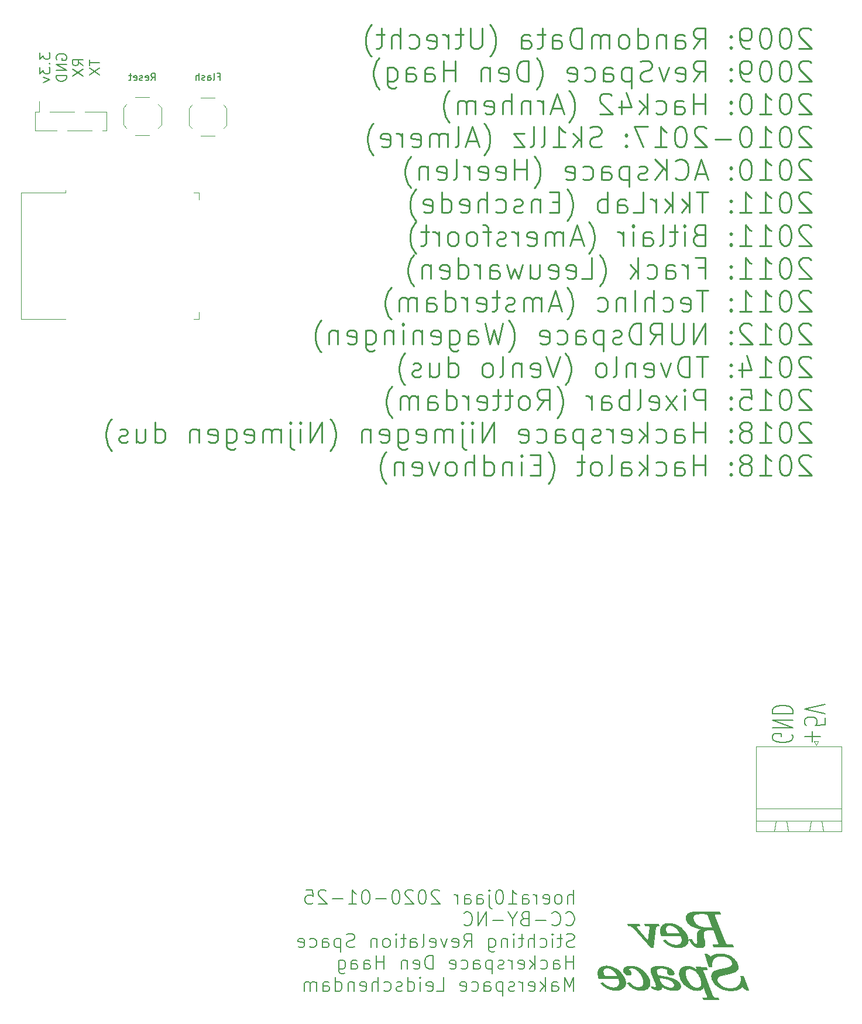
<source format=gbo>
G04 #@! TF.GenerationSoftware,KiCad,Pcbnew,(5.1.5-0-10_14)*
G04 #@! TF.CreationDate,2019-12-23T16:45:50+01:00*
G04 #@! TF.ProjectId,hackerspacesnl,6861636b-6572-4737-9061-6365736e6c2e,rev?*
G04 #@! TF.SameCoordinates,Original*
G04 #@! TF.FileFunction,Legend,Bot*
G04 #@! TF.FilePolarity,Positive*
%FSLAX46Y46*%
G04 Gerber Fmt 4.6, Leading zero omitted, Abs format (unit mm)*
G04 Created by KiCad (PCBNEW (5.1.5-0-10_14)) date 2019-12-23 16:45:50*
%MOMM*%
%LPD*%
G04 APERTURE LIST*
%ADD10C,0.150000*%
%ADD11C,0.250000*%
%ADD12C,0.000001*%
%ADD13C,0.120000*%
G04 APERTURE END LIST*
D10*
X147144714Y-146919628D02*
X147144714Y-145395819D01*
X146001857Y-146157723D02*
X148287571Y-146157723D01*
X149001857Y-143491057D02*
X149001857Y-144443438D01*
X147573285Y-144538676D01*
X147716142Y-144443438D01*
X147859000Y-144252961D01*
X147859000Y-143776771D01*
X147716142Y-143586295D01*
X147573285Y-143491057D01*
X147287571Y-143395819D01*
X146573285Y-143395819D01*
X146287571Y-143491057D01*
X146144714Y-143586295D01*
X146001857Y-143776771D01*
X146001857Y-144252961D01*
X146144714Y-144443438D01*
X146287571Y-144538676D01*
X149001857Y-142824390D02*
X146001857Y-142157723D01*
X149001857Y-141491057D01*
X144209000Y-145872009D02*
X144351857Y-146062485D01*
X144351857Y-146348200D01*
X144209000Y-146633914D01*
X143923285Y-146824390D01*
X143637571Y-146919628D01*
X143066142Y-147014866D01*
X142637571Y-147014866D01*
X142066142Y-146919628D01*
X141780428Y-146824390D01*
X141494714Y-146633914D01*
X141351857Y-146348200D01*
X141351857Y-146157723D01*
X141494714Y-145872009D01*
X141637571Y-145776771D01*
X142637571Y-145776771D01*
X142637571Y-146157723D01*
X141351857Y-144919628D02*
X144351857Y-144919628D01*
X141351857Y-143776771D01*
X144351857Y-143776771D01*
X141351857Y-142824390D02*
X144351857Y-142824390D01*
X144351857Y-142348200D01*
X144209000Y-142062485D01*
X143923285Y-141872009D01*
X143637571Y-141776771D01*
X143066142Y-141681533D01*
X142637571Y-141681533D01*
X142066142Y-141776771D01*
X141780428Y-141872009D01*
X141494714Y-142062485D01*
X141351857Y-142348200D01*
X141351857Y-142824390D01*
X112629029Y-170367681D02*
X112629029Y-168367681D01*
X111771886Y-170367681D02*
X111771886Y-169320062D01*
X111867124Y-169129586D01*
X112057600Y-169034348D01*
X112343315Y-169034348D01*
X112533791Y-169129586D01*
X112629029Y-169224824D01*
X110533791Y-170367681D02*
X110724267Y-170272443D01*
X110819505Y-170177205D01*
X110914743Y-169986729D01*
X110914743Y-169415300D01*
X110819505Y-169224824D01*
X110724267Y-169129586D01*
X110533791Y-169034348D01*
X110248077Y-169034348D01*
X110057600Y-169129586D01*
X109962362Y-169224824D01*
X109867124Y-169415300D01*
X109867124Y-169986729D01*
X109962362Y-170177205D01*
X110057600Y-170272443D01*
X110248077Y-170367681D01*
X110533791Y-170367681D01*
X108248077Y-170272443D02*
X108438553Y-170367681D01*
X108819505Y-170367681D01*
X109009981Y-170272443D01*
X109105220Y-170081967D01*
X109105220Y-169320062D01*
X109009981Y-169129586D01*
X108819505Y-169034348D01*
X108438553Y-169034348D01*
X108248077Y-169129586D01*
X108152839Y-169320062D01*
X108152839Y-169510539D01*
X109105220Y-169701015D01*
X107295696Y-170367681D02*
X107295696Y-169034348D01*
X107295696Y-169415300D02*
X107200458Y-169224824D01*
X107105220Y-169129586D01*
X106914743Y-169034348D01*
X106724267Y-169034348D01*
X105200458Y-170367681D02*
X105200458Y-169320062D01*
X105295696Y-169129586D01*
X105486172Y-169034348D01*
X105867124Y-169034348D01*
X106057600Y-169129586D01*
X105200458Y-170272443D02*
X105390934Y-170367681D01*
X105867124Y-170367681D01*
X106057600Y-170272443D01*
X106152839Y-170081967D01*
X106152839Y-169891491D01*
X106057600Y-169701015D01*
X105867124Y-169605777D01*
X105390934Y-169605777D01*
X105200458Y-169510539D01*
X103200458Y-170367681D02*
X104343315Y-170367681D01*
X103771886Y-170367681D02*
X103771886Y-168367681D01*
X103962362Y-168653396D01*
X104152839Y-168843872D01*
X104343315Y-168939110D01*
X101962362Y-168367681D02*
X101771886Y-168367681D01*
X101581410Y-168462920D01*
X101486172Y-168558158D01*
X101390934Y-168748634D01*
X101295696Y-169129586D01*
X101295696Y-169605777D01*
X101390934Y-169986729D01*
X101486172Y-170177205D01*
X101581410Y-170272443D01*
X101771886Y-170367681D01*
X101962362Y-170367681D01*
X102152839Y-170272443D01*
X102248077Y-170177205D01*
X102343315Y-169986729D01*
X102438553Y-169605777D01*
X102438553Y-169129586D01*
X102343315Y-168748634D01*
X102248077Y-168558158D01*
X102152839Y-168462920D01*
X101962362Y-168367681D01*
X100438553Y-169034348D02*
X100438553Y-170748634D01*
X100533791Y-170939110D01*
X100724267Y-171034348D01*
X100819505Y-171034348D01*
X100438553Y-168367681D02*
X100533791Y-168462920D01*
X100438553Y-168558158D01*
X100343315Y-168462920D01*
X100438553Y-168367681D01*
X100438553Y-168558158D01*
X98629029Y-170367681D02*
X98629029Y-169320062D01*
X98724267Y-169129586D01*
X98914743Y-169034348D01*
X99295696Y-169034348D01*
X99486172Y-169129586D01*
X98629029Y-170272443D02*
X98819505Y-170367681D01*
X99295696Y-170367681D01*
X99486172Y-170272443D01*
X99581410Y-170081967D01*
X99581410Y-169891491D01*
X99486172Y-169701015D01*
X99295696Y-169605777D01*
X98819505Y-169605777D01*
X98629029Y-169510539D01*
X96819505Y-170367681D02*
X96819505Y-169320062D01*
X96914743Y-169129586D01*
X97105220Y-169034348D01*
X97486172Y-169034348D01*
X97676648Y-169129586D01*
X96819505Y-170272443D02*
X97009981Y-170367681D01*
X97486172Y-170367681D01*
X97676648Y-170272443D01*
X97771886Y-170081967D01*
X97771886Y-169891491D01*
X97676648Y-169701015D01*
X97486172Y-169605777D01*
X97009981Y-169605777D01*
X96819505Y-169510539D01*
X95867124Y-170367681D02*
X95867124Y-169034348D01*
X95867124Y-169415300D02*
X95771886Y-169224824D01*
X95676648Y-169129586D01*
X95486172Y-169034348D01*
X95295696Y-169034348D01*
X93200458Y-168558158D02*
X93105220Y-168462920D01*
X92914743Y-168367681D01*
X92438553Y-168367681D01*
X92248077Y-168462920D01*
X92152839Y-168558158D01*
X92057600Y-168748634D01*
X92057600Y-168939110D01*
X92152839Y-169224824D01*
X93295696Y-170367681D01*
X92057600Y-170367681D01*
X90819505Y-168367681D02*
X90629029Y-168367681D01*
X90438553Y-168462920D01*
X90343315Y-168558158D01*
X90248077Y-168748634D01*
X90152839Y-169129586D01*
X90152839Y-169605777D01*
X90248077Y-169986729D01*
X90343315Y-170177205D01*
X90438553Y-170272443D01*
X90629029Y-170367681D01*
X90819505Y-170367681D01*
X91009981Y-170272443D01*
X91105220Y-170177205D01*
X91200458Y-169986729D01*
X91295696Y-169605777D01*
X91295696Y-169129586D01*
X91200458Y-168748634D01*
X91105220Y-168558158D01*
X91009981Y-168462920D01*
X90819505Y-168367681D01*
X89390934Y-168558158D02*
X89295696Y-168462920D01*
X89105220Y-168367681D01*
X88629029Y-168367681D01*
X88438553Y-168462920D01*
X88343315Y-168558158D01*
X88248077Y-168748634D01*
X88248077Y-168939110D01*
X88343315Y-169224824D01*
X89486172Y-170367681D01*
X88248077Y-170367681D01*
X87009981Y-168367681D02*
X86819505Y-168367681D01*
X86629029Y-168462920D01*
X86533791Y-168558158D01*
X86438553Y-168748634D01*
X86343315Y-169129586D01*
X86343315Y-169605777D01*
X86438553Y-169986729D01*
X86533791Y-170177205D01*
X86629029Y-170272443D01*
X86819505Y-170367681D01*
X87009981Y-170367681D01*
X87200458Y-170272443D01*
X87295696Y-170177205D01*
X87390934Y-169986729D01*
X87486172Y-169605777D01*
X87486172Y-169129586D01*
X87390934Y-168748634D01*
X87295696Y-168558158D01*
X87200458Y-168462920D01*
X87009981Y-168367681D01*
X85486172Y-169605777D02*
X83962362Y-169605777D01*
X82629029Y-168367681D02*
X82438553Y-168367681D01*
X82248077Y-168462920D01*
X82152839Y-168558158D01*
X82057600Y-168748634D01*
X81962362Y-169129586D01*
X81962362Y-169605777D01*
X82057600Y-169986729D01*
X82152839Y-170177205D01*
X82248077Y-170272443D01*
X82438553Y-170367681D01*
X82629029Y-170367681D01*
X82819505Y-170272443D01*
X82914743Y-170177205D01*
X83009981Y-169986729D01*
X83105220Y-169605777D01*
X83105220Y-169129586D01*
X83009981Y-168748634D01*
X82914743Y-168558158D01*
X82819505Y-168462920D01*
X82629029Y-168367681D01*
X80057600Y-170367681D02*
X81200458Y-170367681D01*
X80629029Y-170367681D02*
X80629029Y-168367681D01*
X80819505Y-168653396D01*
X81009981Y-168843872D01*
X81200458Y-168939110D01*
X79200458Y-169605777D02*
X77676648Y-169605777D01*
X76819505Y-168558158D02*
X76724267Y-168462920D01*
X76533791Y-168367681D01*
X76057600Y-168367681D01*
X75867124Y-168462920D01*
X75771886Y-168558158D01*
X75676648Y-168748634D01*
X75676648Y-168939110D01*
X75771886Y-169224824D01*
X76914743Y-170367681D01*
X75676648Y-170367681D01*
X73867124Y-168367681D02*
X74819505Y-168367681D01*
X74914743Y-169320062D01*
X74819505Y-169224824D01*
X74629029Y-169129586D01*
X74152839Y-169129586D01*
X73962362Y-169224824D01*
X73867124Y-169320062D01*
X73771886Y-169510539D01*
X73771886Y-169986729D01*
X73867124Y-170177205D01*
X73962362Y-170272443D01*
X74152839Y-170367681D01*
X74629029Y-170367681D01*
X74819505Y-170272443D01*
X74914743Y-170177205D01*
X111486172Y-173327205D02*
X111581410Y-173422443D01*
X111867124Y-173517681D01*
X112057600Y-173517681D01*
X112343315Y-173422443D01*
X112533791Y-173231967D01*
X112629029Y-173041491D01*
X112724267Y-172660539D01*
X112724267Y-172374824D01*
X112629029Y-171993872D01*
X112533791Y-171803396D01*
X112343315Y-171612920D01*
X112057600Y-171517681D01*
X111867124Y-171517681D01*
X111581410Y-171612920D01*
X111486172Y-171708158D01*
X109486172Y-173327205D02*
X109581410Y-173422443D01*
X109867124Y-173517681D01*
X110057600Y-173517681D01*
X110343315Y-173422443D01*
X110533791Y-173231967D01*
X110629029Y-173041491D01*
X110724267Y-172660539D01*
X110724267Y-172374824D01*
X110629029Y-171993872D01*
X110533791Y-171803396D01*
X110343315Y-171612920D01*
X110057600Y-171517681D01*
X109867124Y-171517681D01*
X109581410Y-171612920D01*
X109486172Y-171708158D01*
X108629029Y-172755777D02*
X107105220Y-172755777D01*
X105486172Y-172470062D02*
X105200458Y-172565300D01*
X105105220Y-172660539D01*
X105009981Y-172851015D01*
X105009981Y-173136729D01*
X105105220Y-173327205D01*
X105200458Y-173422443D01*
X105390934Y-173517681D01*
X106152839Y-173517681D01*
X106152839Y-171517681D01*
X105486172Y-171517681D01*
X105295696Y-171612920D01*
X105200458Y-171708158D01*
X105105220Y-171898634D01*
X105105220Y-172089110D01*
X105200458Y-172279586D01*
X105295696Y-172374824D01*
X105486172Y-172470062D01*
X106152839Y-172470062D01*
X103771886Y-172565300D02*
X103771886Y-173517681D01*
X104438553Y-171517681D02*
X103771886Y-172565300D01*
X103105220Y-171517681D01*
X102438553Y-172755777D02*
X100914743Y-172755777D01*
X99962362Y-173517681D02*
X99962362Y-171517681D01*
X98819505Y-173517681D01*
X98819505Y-171517681D01*
X96724267Y-173327205D02*
X96819505Y-173422443D01*
X97105220Y-173517681D01*
X97295696Y-173517681D01*
X97581410Y-173422443D01*
X97771886Y-173231967D01*
X97867124Y-173041491D01*
X97962362Y-172660539D01*
X97962362Y-172374824D01*
X97867124Y-171993872D01*
X97771886Y-171803396D01*
X97581410Y-171612920D01*
X97295696Y-171517681D01*
X97105220Y-171517681D01*
X96819505Y-171612920D01*
X96724267Y-171708158D01*
X112724267Y-176572443D02*
X112438553Y-176667681D01*
X111962362Y-176667681D01*
X111771886Y-176572443D01*
X111676648Y-176477205D01*
X111581410Y-176286729D01*
X111581410Y-176096253D01*
X111676648Y-175905777D01*
X111771886Y-175810539D01*
X111962362Y-175715300D01*
X112343315Y-175620062D01*
X112533791Y-175524824D01*
X112629029Y-175429586D01*
X112724267Y-175239110D01*
X112724267Y-175048634D01*
X112629029Y-174858158D01*
X112533791Y-174762920D01*
X112343315Y-174667681D01*
X111867124Y-174667681D01*
X111581410Y-174762920D01*
X111009981Y-175334348D02*
X110248077Y-175334348D01*
X110724267Y-174667681D02*
X110724267Y-176381967D01*
X110629029Y-176572443D01*
X110438553Y-176667681D01*
X110248077Y-176667681D01*
X109581410Y-176667681D02*
X109581410Y-175334348D01*
X109581410Y-174667681D02*
X109676648Y-174762920D01*
X109581410Y-174858158D01*
X109486172Y-174762920D01*
X109581410Y-174667681D01*
X109581410Y-174858158D01*
X107771886Y-176572443D02*
X107962362Y-176667681D01*
X108343315Y-176667681D01*
X108533791Y-176572443D01*
X108629029Y-176477205D01*
X108724267Y-176286729D01*
X108724267Y-175715300D01*
X108629029Y-175524824D01*
X108533791Y-175429586D01*
X108343315Y-175334348D01*
X107962362Y-175334348D01*
X107771886Y-175429586D01*
X106914743Y-176667681D02*
X106914743Y-174667681D01*
X106057600Y-176667681D02*
X106057600Y-175620062D01*
X106152839Y-175429586D01*
X106343315Y-175334348D01*
X106629029Y-175334348D01*
X106819505Y-175429586D01*
X106914743Y-175524824D01*
X105390934Y-175334348D02*
X104629029Y-175334348D01*
X105105219Y-174667681D02*
X105105219Y-176381967D01*
X105009981Y-176572443D01*
X104819505Y-176667681D01*
X104629029Y-176667681D01*
X103962362Y-176667681D02*
X103962362Y-175334348D01*
X103962362Y-174667681D02*
X104057600Y-174762920D01*
X103962362Y-174858158D01*
X103867124Y-174762920D01*
X103962362Y-174667681D01*
X103962362Y-174858158D01*
X103009981Y-175334348D02*
X103009981Y-176667681D01*
X103009981Y-175524824D02*
X102914743Y-175429586D01*
X102724267Y-175334348D01*
X102438553Y-175334348D01*
X102248077Y-175429586D01*
X102152839Y-175620062D01*
X102152839Y-176667681D01*
X100343315Y-175334348D02*
X100343315Y-176953396D01*
X100438553Y-177143872D01*
X100533791Y-177239110D01*
X100724267Y-177334348D01*
X101009981Y-177334348D01*
X101200458Y-177239110D01*
X100343315Y-176572443D02*
X100533791Y-176667681D01*
X100914743Y-176667681D01*
X101105220Y-176572443D01*
X101200458Y-176477205D01*
X101295696Y-176286729D01*
X101295696Y-175715300D01*
X101200458Y-175524824D01*
X101105220Y-175429586D01*
X100914743Y-175334348D01*
X100533791Y-175334348D01*
X100343315Y-175429586D01*
X96724267Y-176667681D02*
X97390934Y-175715300D01*
X97867124Y-176667681D02*
X97867124Y-174667681D01*
X97105220Y-174667681D01*
X96914743Y-174762920D01*
X96819505Y-174858158D01*
X96724267Y-175048634D01*
X96724267Y-175334348D01*
X96819505Y-175524824D01*
X96914743Y-175620062D01*
X97105220Y-175715300D01*
X97867124Y-175715300D01*
X95105220Y-176572443D02*
X95295696Y-176667681D01*
X95676648Y-176667681D01*
X95867124Y-176572443D01*
X95962362Y-176381967D01*
X95962362Y-175620062D01*
X95867124Y-175429586D01*
X95676648Y-175334348D01*
X95295696Y-175334348D01*
X95105220Y-175429586D01*
X95009981Y-175620062D01*
X95009981Y-175810539D01*
X95962362Y-176001015D01*
X94343315Y-175334348D02*
X93867124Y-176667681D01*
X93390934Y-175334348D01*
X91867124Y-176572443D02*
X92057600Y-176667681D01*
X92438553Y-176667681D01*
X92629029Y-176572443D01*
X92724267Y-176381967D01*
X92724267Y-175620062D01*
X92629029Y-175429586D01*
X92438553Y-175334348D01*
X92057600Y-175334348D01*
X91867124Y-175429586D01*
X91771886Y-175620062D01*
X91771886Y-175810539D01*
X92724267Y-176001015D01*
X90629029Y-176667681D02*
X90819505Y-176572443D01*
X90914743Y-176381967D01*
X90914743Y-174667681D01*
X89009981Y-176667681D02*
X89009981Y-175620062D01*
X89105220Y-175429586D01*
X89295696Y-175334348D01*
X89676648Y-175334348D01*
X89867124Y-175429586D01*
X89009981Y-176572443D02*
X89200458Y-176667681D01*
X89676648Y-176667681D01*
X89867124Y-176572443D01*
X89962362Y-176381967D01*
X89962362Y-176191491D01*
X89867124Y-176001015D01*
X89676648Y-175905777D01*
X89200458Y-175905777D01*
X89009981Y-175810539D01*
X88343315Y-175334348D02*
X87581410Y-175334348D01*
X88057600Y-174667681D02*
X88057600Y-176381967D01*
X87962362Y-176572443D01*
X87771886Y-176667681D01*
X87581410Y-176667681D01*
X86914743Y-176667681D02*
X86914743Y-175334348D01*
X86914743Y-174667681D02*
X87009981Y-174762920D01*
X86914743Y-174858158D01*
X86819505Y-174762920D01*
X86914743Y-174667681D01*
X86914743Y-174858158D01*
X85676648Y-176667681D02*
X85867124Y-176572443D01*
X85962362Y-176477205D01*
X86057600Y-176286729D01*
X86057600Y-175715300D01*
X85962362Y-175524824D01*
X85867124Y-175429586D01*
X85676648Y-175334348D01*
X85390934Y-175334348D01*
X85200458Y-175429586D01*
X85105220Y-175524824D01*
X85009981Y-175715300D01*
X85009981Y-176286729D01*
X85105220Y-176477205D01*
X85200458Y-176572443D01*
X85390934Y-176667681D01*
X85676648Y-176667681D01*
X84152839Y-175334348D02*
X84152839Y-176667681D01*
X84152839Y-175524824D02*
X84057600Y-175429586D01*
X83867124Y-175334348D01*
X83581410Y-175334348D01*
X83390934Y-175429586D01*
X83295696Y-175620062D01*
X83295696Y-176667681D01*
X80914743Y-176572443D02*
X80629029Y-176667681D01*
X80152839Y-176667681D01*
X79962362Y-176572443D01*
X79867124Y-176477205D01*
X79771886Y-176286729D01*
X79771886Y-176096253D01*
X79867124Y-175905777D01*
X79962362Y-175810539D01*
X80152839Y-175715300D01*
X80533791Y-175620062D01*
X80724267Y-175524824D01*
X80819505Y-175429586D01*
X80914743Y-175239110D01*
X80914743Y-175048634D01*
X80819505Y-174858158D01*
X80724267Y-174762920D01*
X80533791Y-174667681D01*
X80057600Y-174667681D01*
X79771886Y-174762920D01*
X78914743Y-175334348D02*
X78914743Y-177334348D01*
X78914743Y-175429586D02*
X78724267Y-175334348D01*
X78343315Y-175334348D01*
X78152839Y-175429586D01*
X78057600Y-175524824D01*
X77962362Y-175715300D01*
X77962362Y-176286729D01*
X78057600Y-176477205D01*
X78152839Y-176572443D01*
X78343315Y-176667681D01*
X78724267Y-176667681D01*
X78914743Y-176572443D01*
X76248077Y-176667681D02*
X76248077Y-175620062D01*
X76343315Y-175429586D01*
X76533791Y-175334348D01*
X76914743Y-175334348D01*
X77105220Y-175429586D01*
X76248077Y-176572443D02*
X76438553Y-176667681D01*
X76914743Y-176667681D01*
X77105220Y-176572443D01*
X77200458Y-176381967D01*
X77200458Y-176191491D01*
X77105220Y-176001015D01*
X76914743Y-175905777D01*
X76438553Y-175905777D01*
X76248077Y-175810539D01*
X74438553Y-176572443D02*
X74629029Y-176667681D01*
X75009981Y-176667681D01*
X75200458Y-176572443D01*
X75295696Y-176477205D01*
X75390934Y-176286729D01*
X75390934Y-175715300D01*
X75295696Y-175524824D01*
X75200458Y-175429586D01*
X75009981Y-175334348D01*
X74629029Y-175334348D01*
X74438553Y-175429586D01*
X72819505Y-176572443D02*
X73009981Y-176667681D01*
X73390934Y-176667681D01*
X73581410Y-176572443D01*
X73676648Y-176381967D01*
X73676648Y-175620062D01*
X73581410Y-175429586D01*
X73390934Y-175334348D01*
X73009981Y-175334348D01*
X72819505Y-175429586D01*
X72724267Y-175620062D01*
X72724267Y-175810539D01*
X73676648Y-176001015D01*
X112629029Y-179817681D02*
X112629029Y-177817681D01*
X112629029Y-178770062D02*
X111486172Y-178770062D01*
X111486172Y-179817681D02*
X111486172Y-177817681D01*
X109676648Y-179817681D02*
X109676648Y-178770062D01*
X109771886Y-178579586D01*
X109962362Y-178484348D01*
X110343315Y-178484348D01*
X110533791Y-178579586D01*
X109676648Y-179722443D02*
X109867124Y-179817681D01*
X110343315Y-179817681D01*
X110533791Y-179722443D01*
X110629029Y-179531967D01*
X110629029Y-179341491D01*
X110533791Y-179151015D01*
X110343315Y-179055777D01*
X109867124Y-179055777D01*
X109676648Y-178960539D01*
X107867124Y-179722443D02*
X108057600Y-179817681D01*
X108438553Y-179817681D01*
X108629029Y-179722443D01*
X108724267Y-179627205D01*
X108819505Y-179436729D01*
X108819505Y-178865300D01*
X108724267Y-178674824D01*
X108629029Y-178579586D01*
X108438553Y-178484348D01*
X108057600Y-178484348D01*
X107867124Y-178579586D01*
X107009981Y-179817681D02*
X107009981Y-177817681D01*
X106819505Y-179055777D02*
X106248077Y-179817681D01*
X106248077Y-178484348D02*
X107009981Y-179246253D01*
X104629029Y-179722443D02*
X104819505Y-179817681D01*
X105200458Y-179817681D01*
X105390934Y-179722443D01*
X105486172Y-179531967D01*
X105486172Y-178770062D01*
X105390934Y-178579586D01*
X105200458Y-178484348D01*
X104819505Y-178484348D01*
X104629029Y-178579586D01*
X104533791Y-178770062D01*
X104533791Y-178960539D01*
X105486172Y-179151015D01*
X103676648Y-179817681D02*
X103676648Y-178484348D01*
X103676648Y-178865300D02*
X103581410Y-178674824D01*
X103486172Y-178579586D01*
X103295696Y-178484348D01*
X103105220Y-178484348D01*
X102533791Y-179722443D02*
X102343315Y-179817681D01*
X101962362Y-179817681D01*
X101771886Y-179722443D01*
X101676648Y-179531967D01*
X101676648Y-179436729D01*
X101771886Y-179246253D01*
X101962362Y-179151015D01*
X102248077Y-179151015D01*
X102438553Y-179055777D01*
X102533791Y-178865300D01*
X102533791Y-178770062D01*
X102438553Y-178579586D01*
X102248077Y-178484348D01*
X101962362Y-178484348D01*
X101771886Y-178579586D01*
X100819505Y-178484348D02*
X100819505Y-180484348D01*
X100819505Y-178579586D02*
X100629029Y-178484348D01*
X100248077Y-178484348D01*
X100057600Y-178579586D01*
X99962362Y-178674824D01*
X99867124Y-178865300D01*
X99867124Y-179436729D01*
X99962362Y-179627205D01*
X100057600Y-179722443D01*
X100248077Y-179817681D01*
X100629029Y-179817681D01*
X100819505Y-179722443D01*
X98152839Y-179817681D02*
X98152839Y-178770062D01*
X98248077Y-178579586D01*
X98438553Y-178484348D01*
X98819505Y-178484348D01*
X99009981Y-178579586D01*
X98152839Y-179722443D02*
X98343315Y-179817681D01*
X98819505Y-179817681D01*
X99009981Y-179722443D01*
X99105220Y-179531967D01*
X99105220Y-179341491D01*
X99009981Y-179151015D01*
X98819505Y-179055777D01*
X98343315Y-179055777D01*
X98152839Y-178960539D01*
X96343315Y-179722443D02*
X96533791Y-179817681D01*
X96914743Y-179817681D01*
X97105220Y-179722443D01*
X97200458Y-179627205D01*
X97295696Y-179436729D01*
X97295696Y-178865300D01*
X97200458Y-178674824D01*
X97105220Y-178579586D01*
X96914743Y-178484348D01*
X96533791Y-178484348D01*
X96343315Y-178579586D01*
X94724267Y-179722443D02*
X94914743Y-179817681D01*
X95295696Y-179817681D01*
X95486172Y-179722443D01*
X95581410Y-179531967D01*
X95581410Y-178770062D01*
X95486172Y-178579586D01*
X95295696Y-178484348D01*
X94914743Y-178484348D01*
X94724267Y-178579586D01*
X94629029Y-178770062D01*
X94629029Y-178960539D01*
X95581410Y-179151015D01*
X92248077Y-179817681D02*
X92248077Y-177817681D01*
X91771886Y-177817681D01*
X91486172Y-177912920D01*
X91295696Y-178103396D01*
X91200458Y-178293872D01*
X91105220Y-178674824D01*
X91105220Y-178960539D01*
X91200458Y-179341491D01*
X91295696Y-179531967D01*
X91486172Y-179722443D01*
X91771886Y-179817681D01*
X92248077Y-179817681D01*
X89486172Y-179722443D02*
X89676648Y-179817681D01*
X90057600Y-179817681D01*
X90248077Y-179722443D01*
X90343315Y-179531967D01*
X90343315Y-178770062D01*
X90248077Y-178579586D01*
X90057600Y-178484348D01*
X89676648Y-178484348D01*
X89486172Y-178579586D01*
X89390934Y-178770062D01*
X89390934Y-178960539D01*
X90343315Y-179151015D01*
X88533791Y-178484348D02*
X88533791Y-179817681D01*
X88533791Y-178674824D02*
X88438553Y-178579586D01*
X88248077Y-178484348D01*
X87962362Y-178484348D01*
X87771886Y-178579586D01*
X87676648Y-178770062D01*
X87676648Y-179817681D01*
X85200458Y-179817681D02*
X85200458Y-177817681D01*
X85200458Y-178770062D02*
X84057600Y-178770062D01*
X84057600Y-179817681D02*
X84057600Y-177817681D01*
X82248077Y-179817681D02*
X82248077Y-178770062D01*
X82343315Y-178579586D01*
X82533791Y-178484348D01*
X82914743Y-178484348D01*
X83105220Y-178579586D01*
X82248077Y-179722443D02*
X82438553Y-179817681D01*
X82914743Y-179817681D01*
X83105220Y-179722443D01*
X83200458Y-179531967D01*
X83200458Y-179341491D01*
X83105220Y-179151015D01*
X82914743Y-179055777D01*
X82438553Y-179055777D01*
X82248077Y-178960539D01*
X80438553Y-179817681D02*
X80438553Y-178770062D01*
X80533791Y-178579586D01*
X80724267Y-178484348D01*
X81105220Y-178484348D01*
X81295696Y-178579586D01*
X80438553Y-179722443D02*
X80629029Y-179817681D01*
X81105220Y-179817681D01*
X81295696Y-179722443D01*
X81390934Y-179531967D01*
X81390934Y-179341491D01*
X81295696Y-179151015D01*
X81105220Y-179055777D01*
X80629029Y-179055777D01*
X80438553Y-178960539D01*
X78629029Y-178484348D02*
X78629029Y-180103396D01*
X78724267Y-180293872D01*
X78819505Y-180389110D01*
X79009981Y-180484348D01*
X79295696Y-180484348D01*
X79486172Y-180389110D01*
X78629029Y-179722443D02*
X78819505Y-179817681D01*
X79200458Y-179817681D01*
X79390934Y-179722443D01*
X79486172Y-179627205D01*
X79581410Y-179436729D01*
X79581410Y-178865300D01*
X79486172Y-178674824D01*
X79390934Y-178579586D01*
X79200458Y-178484348D01*
X78819505Y-178484348D01*
X78629029Y-178579586D01*
X112629029Y-182967681D02*
X112629029Y-180967681D01*
X111962362Y-182396253D01*
X111295696Y-180967681D01*
X111295696Y-182967681D01*
X109486172Y-182967681D02*
X109486172Y-181920062D01*
X109581410Y-181729586D01*
X109771886Y-181634348D01*
X110152839Y-181634348D01*
X110343315Y-181729586D01*
X109486172Y-182872443D02*
X109676648Y-182967681D01*
X110152839Y-182967681D01*
X110343315Y-182872443D01*
X110438553Y-182681967D01*
X110438553Y-182491491D01*
X110343315Y-182301015D01*
X110152839Y-182205777D01*
X109676648Y-182205777D01*
X109486172Y-182110539D01*
X108533791Y-182967681D02*
X108533791Y-180967681D01*
X108343315Y-182205777D02*
X107771886Y-182967681D01*
X107771886Y-181634348D02*
X108533791Y-182396253D01*
X106152839Y-182872443D02*
X106343315Y-182967681D01*
X106724267Y-182967681D01*
X106914743Y-182872443D01*
X107009981Y-182681967D01*
X107009981Y-181920062D01*
X106914743Y-181729586D01*
X106724267Y-181634348D01*
X106343315Y-181634348D01*
X106152839Y-181729586D01*
X106057600Y-181920062D01*
X106057600Y-182110539D01*
X107009981Y-182301015D01*
X105200458Y-182967681D02*
X105200458Y-181634348D01*
X105200458Y-182015300D02*
X105105220Y-181824824D01*
X105009981Y-181729586D01*
X104819505Y-181634348D01*
X104629029Y-181634348D01*
X104057600Y-182872443D02*
X103867124Y-182967681D01*
X103486172Y-182967681D01*
X103295696Y-182872443D01*
X103200458Y-182681967D01*
X103200458Y-182586729D01*
X103295696Y-182396253D01*
X103486172Y-182301015D01*
X103771886Y-182301015D01*
X103962362Y-182205777D01*
X104057600Y-182015300D01*
X104057600Y-181920062D01*
X103962362Y-181729586D01*
X103771886Y-181634348D01*
X103486172Y-181634348D01*
X103295696Y-181729586D01*
X102343315Y-181634348D02*
X102343315Y-183634348D01*
X102343315Y-181729586D02*
X102152839Y-181634348D01*
X101771886Y-181634348D01*
X101581410Y-181729586D01*
X101486172Y-181824824D01*
X101390934Y-182015300D01*
X101390934Y-182586729D01*
X101486172Y-182777205D01*
X101581410Y-182872443D01*
X101771886Y-182967681D01*
X102152839Y-182967681D01*
X102343315Y-182872443D01*
X99676648Y-182967681D02*
X99676648Y-181920062D01*
X99771886Y-181729586D01*
X99962362Y-181634348D01*
X100343315Y-181634348D01*
X100533791Y-181729586D01*
X99676648Y-182872443D02*
X99867124Y-182967681D01*
X100343315Y-182967681D01*
X100533791Y-182872443D01*
X100629029Y-182681967D01*
X100629029Y-182491491D01*
X100533791Y-182301015D01*
X100343315Y-182205777D01*
X99867124Y-182205777D01*
X99676648Y-182110539D01*
X97867124Y-182872443D02*
X98057600Y-182967681D01*
X98438553Y-182967681D01*
X98629029Y-182872443D01*
X98724267Y-182777205D01*
X98819505Y-182586729D01*
X98819505Y-182015300D01*
X98724267Y-181824824D01*
X98629029Y-181729586D01*
X98438553Y-181634348D01*
X98057600Y-181634348D01*
X97867124Y-181729586D01*
X96248077Y-182872443D02*
X96438553Y-182967681D01*
X96819505Y-182967681D01*
X97009981Y-182872443D01*
X97105220Y-182681967D01*
X97105220Y-181920062D01*
X97009981Y-181729586D01*
X96819505Y-181634348D01*
X96438553Y-181634348D01*
X96248077Y-181729586D01*
X96152839Y-181920062D01*
X96152839Y-182110539D01*
X97105220Y-182301015D01*
X92819505Y-182967681D02*
X93771886Y-182967681D01*
X93771886Y-180967681D01*
X91390934Y-182872443D02*
X91581410Y-182967681D01*
X91962362Y-182967681D01*
X92152839Y-182872443D01*
X92248077Y-182681967D01*
X92248077Y-181920062D01*
X92152839Y-181729586D01*
X91962362Y-181634348D01*
X91581410Y-181634348D01*
X91390934Y-181729586D01*
X91295696Y-181920062D01*
X91295696Y-182110539D01*
X92248077Y-182301015D01*
X90438553Y-182967681D02*
X90438553Y-181634348D01*
X90438553Y-180967681D02*
X90533791Y-181062920D01*
X90438553Y-181158158D01*
X90343315Y-181062920D01*
X90438553Y-180967681D01*
X90438553Y-181158158D01*
X88629029Y-182967681D02*
X88629029Y-180967681D01*
X88629029Y-182872443D02*
X88819505Y-182967681D01*
X89200458Y-182967681D01*
X89390934Y-182872443D01*
X89486172Y-182777205D01*
X89581410Y-182586729D01*
X89581410Y-182015300D01*
X89486172Y-181824824D01*
X89390934Y-181729586D01*
X89200458Y-181634348D01*
X88819505Y-181634348D01*
X88629029Y-181729586D01*
X87771886Y-182872443D02*
X87581410Y-182967681D01*
X87200458Y-182967681D01*
X87009981Y-182872443D01*
X86914743Y-182681967D01*
X86914743Y-182586729D01*
X87009981Y-182396253D01*
X87200458Y-182301015D01*
X87486172Y-182301015D01*
X87676648Y-182205777D01*
X87771886Y-182015300D01*
X87771886Y-181920062D01*
X87676648Y-181729586D01*
X87486172Y-181634348D01*
X87200458Y-181634348D01*
X87009981Y-181729586D01*
X85200458Y-182872443D02*
X85390934Y-182967681D01*
X85771886Y-182967681D01*
X85962362Y-182872443D01*
X86057600Y-182777205D01*
X86152839Y-182586729D01*
X86152839Y-182015300D01*
X86057600Y-181824824D01*
X85962362Y-181729586D01*
X85771886Y-181634348D01*
X85390934Y-181634348D01*
X85200458Y-181729586D01*
X84343315Y-182967681D02*
X84343315Y-180967681D01*
X83486172Y-182967681D02*
X83486172Y-181920062D01*
X83581410Y-181729586D01*
X83771886Y-181634348D01*
X84057600Y-181634348D01*
X84248077Y-181729586D01*
X84343315Y-181824824D01*
X81771886Y-182872443D02*
X81962362Y-182967681D01*
X82343315Y-182967681D01*
X82533791Y-182872443D01*
X82629029Y-182681967D01*
X82629029Y-181920062D01*
X82533791Y-181729586D01*
X82343315Y-181634348D01*
X81962362Y-181634348D01*
X81771886Y-181729586D01*
X81676648Y-181920062D01*
X81676648Y-182110539D01*
X82629029Y-182301015D01*
X80819505Y-181634348D02*
X80819505Y-182967681D01*
X80819505Y-181824824D02*
X80724267Y-181729586D01*
X80533791Y-181634348D01*
X80248077Y-181634348D01*
X80057600Y-181729586D01*
X79962362Y-181920062D01*
X79962362Y-182967681D01*
X78152839Y-182967681D02*
X78152839Y-180967681D01*
X78152839Y-182872443D02*
X78343315Y-182967681D01*
X78724267Y-182967681D01*
X78914743Y-182872443D01*
X79009981Y-182777205D01*
X79105220Y-182586729D01*
X79105220Y-182015300D01*
X79009981Y-181824824D01*
X78914743Y-181729586D01*
X78724267Y-181634348D01*
X78343315Y-181634348D01*
X78152839Y-181729586D01*
X76343315Y-182967681D02*
X76343315Y-181920062D01*
X76438553Y-181729586D01*
X76629029Y-181634348D01*
X77009981Y-181634348D01*
X77200458Y-181729586D01*
X76343315Y-182872443D02*
X76533791Y-182967681D01*
X77009981Y-182967681D01*
X77200458Y-182872443D01*
X77295696Y-182681967D01*
X77295696Y-182491491D01*
X77200458Y-182301015D01*
X77009981Y-182205777D01*
X76533791Y-182205777D01*
X76343315Y-182110539D01*
X75390934Y-182967681D02*
X75390934Y-181634348D01*
X75390934Y-181824824D02*
X75295696Y-181729586D01*
X75105220Y-181634348D01*
X74819505Y-181634348D01*
X74629029Y-181729586D01*
X74533791Y-181920062D01*
X74533791Y-182967681D01*
X74533791Y-181920062D02*
X74438553Y-181729586D01*
X74248077Y-181634348D01*
X73962362Y-181634348D01*
X73771886Y-181729586D01*
X73676648Y-181920062D01*
X73676648Y-182967681D01*
D11*
X146941671Y-43962777D02*
X146798814Y-43819920D01*
X146513100Y-43677062D01*
X145798814Y-43677062D01*
X145513100Y-43819920D01*
X145370242Y-43962777D01*
X145227385Y-44248491D01*
X145227385Y-44534205D01*
X145370242Y-44962777D01*
X147084528Y-46677062D01*
X145227385Y-46677062D01*
X143370242Y-43677062D02*
X143084528Y-43677062D01*
X142798814Y-43819920D01*
X142655957Y-43962777D01*
X142513100Y-44248491D01*
X142370242Y-44819920D01*
X142370242Y-45534205D01*
X142513100Y-46105634D01*
X142655957Y-46391348D01*
X142798814Y-46534205D01*
X143084528Y-46677062D01*
X143370242Y-46677062D01*
X143655957Y-46534205D01*
X143798814Y-46391348D01*
X143941671Y-46105634D01*
X144084528Y-45534205D01*
X144084528Y-44819920D01*
X143941671Y-44248491D01*
X143798814Y-43962777D01*
X143655957Y-43819920D01*
X143370242Y-43677062D01*
X140513100Y-43677062D02*
X140227385Y-43677062D01*
X139941671Y-43819920D01*
X139798814Y-43962777D01*
X139655957Y-44248491D01*
X139513100Y-44819920D01*
X139513100Y-45534205D01*
X139655957Y-46105634D01*
X139798814Y-46391348D01*
X139941671Y-46534205D01*
X140227385Y-46677062D01*
X140513100Y-46677062D01*
X140798814Y-46534205D01*
X140941671Y-46391348D01*
X141084528Y-46105634D01*
X141227385Y-45534205D01*
X141227385Y-44819920D01*
X141084528Y-44248491D01*
X140941671Y-43962777D01*
X140798814Y-43819920D01*
X140513100Y-43677062D01*
X138084528Y-46677062D02*
X137513100Y-46677062D01*
X137227385Y-46534205D01*
X137084528Y-46391348D01*
X136798814Y-45962777D01*
X136655957Y-45391348D01*
X136655957Y-44248491D01*
X136798814Y-43962777D01*
X136941671Y-43819920D01*
X137227385Y-43677062D01*
X137798814Y-43677062D01*
X138084528Y-43819920D01*
X138227385Y-43962777D01*
X138370242Y-44248491D01*
X138370242Y-44962777D01*
X138227385Y-45248491D01*
X138084528Y-45391348D01*
X137798814Y-45534205D01*
X137227385Y-45534205D01*
X136941671Y-45391348D01*
X136798814Y-45248491D01*
X136655957Y-44962777D01*
X135370242Y-46391348D02*
X135227385Y-46534205D01*
X135370242Y-46677062D01*
X135513100Y-46534205D01*
X135370242Y-46391348D01*
X135370242Y-46677062D01*
X135370242Y-44819920D02*
X135227385Y-44962777D01*
X135370242Y-45105634D01*
X135513100Y-44962777D01*
X135370242Y-44819920D01*
X135370242Y-45105634D01*
X129941671Y-46677062D02*
X130941671Y-45248491D01*
X131655957Y-46677062D02*
X131655957Y-43677062D01*
X130513100Y-43677062D01*
X130227385Y-43819920D01*
X130084528Y-43962777D01*
X129941671Y-44248491D01*
X129941671Y-44677062D01*
X130084528Y-44962777D01*
X130227385Y-45105634D01*
X130513100Y-45248491D01*
X131655957Y-45248491D01*
X127370242Y-46677062D02*
X127370242Y-45105634D01*
X127513100Y-44819920D01*
X127798814Y-44677062D01*
X128370242Y-44677062D01*
X128655957Y-44819920D01*
X127370242Y-46534205D02*
X127655957Y-46677062D01*
X128370242Y-46677062D01*
X128655957Y-46534205D01*
X128798814Y-46248491D01*
X128798814Y-45962777D01*
X128655957Y-45677062D01*
X128370242Y-45534205D01*
X127655957Y-45534205D01*
X127370242Y-45391348D01*
X125941671Y-44677062D02*
X125941671Y-46677062D01*
X125941671Y-44962777D02*
X125798814Y-44819920D01*
X125513100Y-44677062D01*
X125084528Y-44677062D01*
X124798814Y-44819920D01*
X124655957Y-45105634D01*
X124655957Y-46677062D01*
X121941671Y-46677062D02*
X121941671Y-43677062D01*
X121941671Y-46534205D02*
X122227385Y-46677062D01*
X122798814Y-46677062D01*
X123084528Y-46534205D01*
X123227385Y-46391348D01*
X123370242Y-46105634D01*
X123370242Y-45248491D01*
X123227385Y-44962777D01*
X123084528Y-44819920D01*
X122798814Y-44677062D01*
X122227385Y-44677062D01*
X121941671Y-44819920D01*
X120084528Y-46677062D02*
X120370242Y-46534205D01*
X120513100Y-46391348D01*
X120655957Y-46105634D01*
X120655957Y-45248491D01*
X120513100Y-44962777D01*
X120370242Y-44819920D01*
X120084528Y-44677062D01*
X119655957Y-44677062D01*
X119370242Y-44819920D01*
X119227385Y-44962777D01*
X119084528Y-45248491D01*
X119084528Y-46105634D01*
X119227385Y-46391348D01*
X119370242Y-46534205D01*
X119655957Y-46677062D01*
X120084528Y-46677062D01*
X117798814Y-46677062D02*
X117798814Y-44677062D01*
X117798814Y-44962777D02*
X117655957Y-44819920D01*
X117370242Y-44677062D01*
X116941671Y-44677062D01*
X116655957Y-44819920D01*
X116513100Y-45105634D01*
X116513100Y-46677062D01*
X116513100Y-45105634D02*
X116370242Y-44819920D01*
X116084528Y-44677062D01*
X115655957Y-44677062D01*
X115370242Y-44819920D01*
X115227385Y-45105634D01*
X115227385Y-46677062D01*
X113798814Y-46677062D02*
X113798814Y-43677062D01*
X113084528Y-43677062D01*
X112655957Y-43819920D01*
X112370242Y-44105634D01*
X112227385Y-44391348D01*
X112084528Y-44962777D01*
X112084528Y-45391348D01*
X112227385Y-45962777D01*
X112370242Y-46248491D01*
X112655957Y-46534205D01*
X113084528Y-46677062D01*
X113798814Y-46677062D01*
X109513100Y-46677062D02*
X109513100Y-45105634D01*
X109655957Y-44819920D01*
X109941671Y-44677062D01*
X110513100Y-44677062D01*
X110798814Y-44819920D01*
X109513100Y-46534205D02*
X109798814Y-46677062D01*
X110513100Y-46677062D01*
X110798814Y-46534205D01*
X110941671Y-46248491D01*
X110941671Y-45962777D01*
X110798814Y-45677062D01*
X110513100Y-45534205D01*
X109798814Y-45534205D01*
X109513100Y-45391348D01*
X108513100Y-44677062D02*
X107370242Y-44677062D01*
X108084528Y-43677062D02*
X108084528Y-46248491D01*
X107941671Y-46534205D01*
X107655957Y-46677062D01*
X107370242Y-46677062D01*
X105084528Y-46677062D02*
X105084528Y-45105634D01*
X105227385Y-44819920D01*
X105513100Y-44677062D01*
X106084528Y-44677062D01*
X106370242Y-44819920D01*
X105084528Y-46534205D02*
X105370242Y-46677062D01*
X106084528Y-46677062D01*
X106370242Y-46534205D01*
X106513100Y-46248491D01*
X106513100Y-45962777D01*
X106370242Y-45677062D01*
X106084528Y-45534205D01*
X105370242Y-45534205D01*
X105084528Y-45391348D01*
X100513100Y-47819920D02*
X100655957Y-47677062D01*
X100941671Y-47248491D01*
X101084528Y-46962777D01*
X101227385Y-46534205D01*
X101370242Y-45819920D01*
X101370242Y-45248491D01*
X101227385Y-44534205D01*
X101084528Y-44105634D01*
X100941671Y-43819920D01*
X100655957Y-43391348D01*
X100513100Y-43248491D01*
X99370242Y-43677062D02*
X99370242Y-46105634D01*
X99227385Y-46391348D01*
X99084528Y-46534205D01*
X98798814Y-46677062D01*
X98227385Y-46677062D01*
X97941671Y-46534205D01*
X97798814Y-46391348D01*
X97655957Y-46105634D01*
X97655957Y-43677062D01*
X96655957Y-44677062D02*
X95513100Y-44677062D01*
X96227385Y-43677062D02*
X96227385Y-46248491D01*
X96084528Y-46534205D01*
X95798814Y-46677062D01*
X95513100Y-46677062D01*
X94513100Y-46677062D02*
X94513100Y-44677062D01*
X94513100Y-45248491D02*
X94370242Y-44962777D01*
X94227385Y-44819920D01*
X93941671Y-44677062D01*
X93655957Y-44677062D01*
X91513100Y-46534205D02*
X91798814Y-46677062D01*
X92370242Y-46677062D01*
X92655957Y-46534205D01*
X92798814Y-46248491D01*
X92798814Y-45105634D01*
X92655957Y-44819920D01*
X92370242Y-44677062D01*
X91798814Y-44677062D01*
X91513100Y-44819920D01*
X91370242Y-45105634D01*
X91370242Y-45391348D01*
X92798814Y-45677062D01*
X88798814Y-46534205D02*
X89084528Y-46677062D01*
X89655957Y-46677062D01*
X89941671Y-46534205D01*
X90084528Y-46391348D01*
X90227385Y-46105634D01*
X90227385Y-45248491D01*
X90084528Y-44962777D01*
X89941671Y-44819920D01*
X89655957Y-44677062D01*
X89084528Y-44677062D01*
X88798814Y-44819920D01*
X87513100Y-46677062D02*
X87513100Y-43677062D01*
X86227385Y-46677062D02*
X86227385Y-45105634D01*
X86370242Y-44819920D01*
X86655957Y-44677062D01*
X87084528Y-44677062D01*
X87370242Y-44819920D01*
X87513100Y-44962777D01*
X85227385Y-44677062D02*
X84084528Y-44677062D01*
X84798814Y-43677062D02*
X84798814Y-46248491D01*
X84655957Y-46534205D01*
X84370242Y-46677062D01*
X84084528Y-46677062D01*
X83370242Y-47819920D02*
X83227385Y-47677062D01*
X82941671Y-47248491D01*
X82798814Y-46962777D01*
X82655957Y-46534205D01*
X82513100Y-45819920D01*
X82513100Y-45248491D01*
X82655957Y-44534205D01*
X82798814Y-44105634D01*
X82941671Y-43819920D01*
X83227385Y-43391348D01*
X83370242Y-43248491D01*
X146941671Y-48712777D02*
X146798814Y-48569920D01*
X146513100Y-48427062D01*
X145798814Y-48427062D01*
X145513100Y-48569920D01*
X145370242Y-48712777D01*
X145227385Y-48998491D01*
X145227385Y-49284205D01*
X145370242Y-49712777D01*
X147084528Y-51427062D01*
X145227385Y-51427062D01*
X143370242Y-48427062D02*
X143084528Y-48427062D01*
X142798814Y-48569920D01*
X142655957Y-48712777D01*
X142513100Y-48998491D01*
X142370242Y-49569920D01*
X142370242Y-50284205D01*
X142513100Y-50855634D01*
X142655957Y-51141348D01*
X142798814Y-51284205D01*
X143084528Y-51427062D01*
X143370242Y-51427062D01*
X143655957Y-51284205D01*
X143798814Y-51141348D01*
X143941671Y-50855634D01*
X144084528Y-50284205D01*
X144084528Y-49569920D01*
X143941671Y-48998491D01*
X143798814Y-48712777D01*
X143655957Y-48569920D01*
X143370242Y-48427062D01*
X140513100Y-48427062D02*
X140227385Y-48427062D01*
X139941671Y-48569920D01*
X139798814Y-48712777D01*
X139655957Y-48998491D01*
X139513100Y-49569920D01*
X139513100Y-50284205D01*
X139655957Y-50855634D01*
X139798814Y-51141348D01*
X139941671Y-51284205D01*
X140227385Y-51427062D01*
X140513100Y-51427062D01*
X140798814Y-51284205D01*
X140941671Y-51141348D01*
X141084528Y-50855634D01*
X141227385Y-50284205D01*
X141227385Y-49569920D01*
X141084528Y-48998491D01*
X140941671Y-48712777D01*
X140798814Y-48569920D01*
X140513100Y-48427062D01*
X138084528Y-51427062D02*
X137513100Y-51427062D01*
X137227385Y-51284205D01*
X137084528Y-51141348D01*
X136798814Y-50712777D01*
X136655957Y-50141348D01*
X136655957Y-48998491D01*
X136798814Y-48712777D01*
X136941671Y-48569920D01*
X137227385Y-48427062D01*
X137798814Y-48427062D01*
X138084528Y-48569920D01*
X138227385Y-48712777D01*
X138370242Y-48998491D01*
X138370242Y-49712777D01*
X138227385Y-49998491D01*
X138084528Y-50141348D01*
X137798814Y-50284205D01*
X137227385Y-50284205D01*
X136941671Y-50141348D01*
X136798814Y-49998491D01*
X136655957Y-49712777D01*
X135370242Y-51141348D02*
X135227385Y-51284205D01*
X135370242Y-51427062D01*
X135513100Y-51284205D01*
X135370242Y-51141348D01*
X135370242Y-51427062D01*
X135370242Y-49569920D02*
X135227385Y-49712777D01*
X135370242Y-49855634D01*
X135513100Y-49712777D01*
X135370242Y-49569920D01*
X135370242Y-49855634D01*
X129941671Y-51427062D02*
X130941671Y-49998491D01*
X131655957Y-51427062D02*
X131655957Y-48427062D01*
X130513100Y-48427062D01*
X130227385Y-48569920D01*
X130084528Y-48712777D01*
X129941671Y-48998491D01*
X129941671Y-49427062D01*
X130084528Y-49712777D01*
X130227385Y-49855634D01*
X130513100Y-49998491D01*
X131655957Y-49998491D01*
X127513100Y-51284205D02*
X127798814Y-51427062D01*
X128370242Y-51427062D01*
X128655957Y-51284205D01*
X128798814Y-50998491D01*
X128798814Y-49855634D01*
X128655957Y-49569920D01*
X128370242Y-49427062D01*
X127798814Y-49427062D01*
X127513100Y-49569920D01*
X127370242Y-49855634D01*
X127370242Y-50141348D01*
X128798814Y-50427062D01*
X126370242Y-49427062D02*
X125655957Y-51427062D01*
X124941671Y-49427062D01*
X123941671Y-51284205D02*
X123513100Y-51427062D01*
X122798814Y-51427062D01*
X122513100Y-51284205D01*
X122370242Y-51141348D01*
X122227385Y-50855634D01*
X122227385Y-50569920D01*
X122370242Y-50284205D01*
X122513100Y-50141348D01*
X122798814Y-49998491D01*
X123370242Y-49855634D01*
X123655957Y-49712777D01*
X123798814Y-49569920D01*
X123941671Y-49284205D01*
X123941671Y-48998491D01*
X123798814Y-48712777D01*
X123655957Y-48569920D01*
X123370242Y-48427062D01*
X122655957Y-48427062D01*
X122227385Y-48569920D01*
X120941671Y-49427062D02*
X120941671Y-52427062D01*
X120941671Y-49569920D02*
X120655957Y-49427062D01*
X120084528Y-49427062D01*
X119798814Y-49569920D01*
X119655957Y-49712777D01*
X119513100Y-49998491D01*
X119513100Y-50855634D01*
X119655957Y-51141348D01*
X119798814Y-51284205D01*
X120084528Y-51427062D01*
X120655957Y-51427062D01*
X120941671Y-51284205D01*
X116941671Y-51427062D02*
X116941671Y-49855634D01*
X117084528Y-49569920D01*
X117370242Y-49427062D01*
X117941671Y-49427062D01*
X118227385Y-49569920D01*
X116941671Y-51284205D02*
X117227385Y-51427062D01*
X117941671Y-51427062D01*
X118227385Y-51284205D01*
X118370242Y-50998491D01*
X118370242Y-50712777D01*
X118227385Y-50427062D01*
X117941671Y-50284205D01*
X117227385Y-50284205D01*
X116941671Y-50141348D01*
X114227385Y-51284205D02*
X114513100Y-51427062D01*
X115084528Y-51427062D01*
X115370242Y-51284205D01*
X115513100Y-51141348D01*
X115655957Y-50855634D01*
X115655957Y-49998491D01*
X115513100Y-49712777D01*
X115370242Y-49569920D01*
X115084528Y-49427062D01*
X114513100Y-49427062D01*
X114227385Y-49569920D01*
X111798814Y-51284205D02*
X112084528Y-51427062D01*
X112655957Y-51427062D01*
X112941671Y-51284205D01*
X113084528Y-50998491D01*
X113084528Y-49855634D01*
X112941671Y-49569920D01*
X112655957Y-49427062D01*
X112084528Y-49427062D01*
X111798814Y-49569920D01*
X111655957Y-49855634D01*
X111655957Y-50141348D01*
X113084528Y-50427062D01*
X107227385Y-52569920D02*
X107370242Y-52427062D01*
X107655957Y-51998491D01*
X107798814Y-51712777D01*
X107941671Y-51284205D01*
X108084528Y-50569920D01*
X108084528Y-49998491D01*
X107941671Y-49284205D01*
X107798814Y-48855634D01*
X107655957Y-48569920D01*
X107370242Y-48141348D01*
X107227385Y-47998491D01*
X106084528Y-51427062D02*
X106084528Y-48427062D01*
X105370242Y-48427062D01*
X104941671Y-48569920D01*
X104655957Y-48855634D01*
X104513100Y-49141348D01*
X104370242Y-49712777D01*
X104370242Y-50141348D01*
X104513100Y-50712777D01*
X104655957Y-50998491D01*
X104941671Y-51284205D01*
X105370242Y-51427062D01*
X106084528Y-51427062D01*
X101941671Y-51284205D02*
X102227385Y-51427062D01*
X102798814Y-51427062D01*
X103084528Y-51284205D01*
X103227385Y-50998491D01*
X103227385Y-49855634D01*
X103084528Y-49569920D01*
X102798814Y-49427062D01*
X102227385Y-49427062D01*
X101941671Y-49569920D01*
X101798814Y-49855634D01*
X101798814Y-50141348D01*
X103227385Y-50427062D01*
X100513100Y-49427062D02*
X100513100Y-51427062D01*
X100513100Y-49712777D02*
X100370242Y-49569920D01*
X100084528Y-49427062D01*
X99655957Y-49427062D01*
X99370242Y-49569920D01*
X99227385Y-49855634D01*
X99227385Y-51427062D01*
X95513100Y-51427062D02*
X95513100Y-48427062D01*
X95513100Y-49855634D02*
X93798814Y-49855634D01*
X93798814Y-51427062D02*
X93798814Y-48427062D01*
X91084528Y-51427062D02*
X91084528Y-49855634D01*
X91227385Y-49569920D01*
X91513100Y-49427062D01*
X92084528Y-49427062D01*
X92370242Y-49569920D01*
X91084528Y-51284205D02*
X91370242Y-51427062D01*
X92084528Y-51427062D01*
X92370242Y-51284205D01*
X92513100Y-50998491D01*
X92513100Y-50712777D01*
X92370242Y-50427062D01*
X92084528Y-50284205D01*
X91370242Y-50284205D01*
X91084528Y-50141348D01*
X88370242Y-51427062D02*
X88370242Y-49855634D01*
X88513100Y-49569920D01*
X88798814Y-49427062D01*
X89370242Y-49427062D01*
X89655957Y-49569920D01*
X88370242Y-51284205D02*
X88655957Y-51427062D01*
X89370242Y-51427062D01*
X89655957Y-51284205D01*
X89798814Y-50998491D01*
X89798814Y-50712777D01*
X89655957Y-50427062D01*
X89370242Y-50284205D01*
X88655957Y-50284205D01*
X88370242Y-50141348D01*
X85655957Y-49427062D02*
X85655957Y-51855634D01*
X85798814Y-52141348D01*
X85941671Y-52284205D01*
X86227385Y-52427062D01*
X86655957Y-52427062D01*
X86941671Y-52284205D01*
X85655957Y-51284205D02*
X85941671Y-51427062D01*
X86513100Y-51427062D01*
X86798814Y-51284205D01*
X86941671Y-51141348D01*
X87084528Y-50855634D01*
X87084528Y-49998491D01*
X86941671Y-49712777D01*
X86798814Y-49569920D01*
X86513100Y-49427062D01*
X85941671Y-49427062D01*
X85655957Y-49569920D01*
X84513100Y-52569920D02*
X84370242Y-52427062D01*
X84084528Y-51998491D01*
X83941671Y-51712777D01*
X83798814Y-51284205D01*
X83655957Y-50569920D01*
X83655957Y-49998491D01*
X83798814Y-49284205D01*
X83941671Y-48855634D01*
X84084528Y-48569920D01*
X84370242Y-48141348D01*
X84513100Y-47998491D01*
X146941671Y-53462777D02*
X146798814Y-53319920D01*
X146513100Y-53177062D01*
X145798814Y-53177062D01*
X145513100Y-53319920D01*
X145370242Y-53462777D01*
X145227385Y-53748491D01*
X145227385Y-54034205D01*
X145370242Y-54462777D01*
X147084528Y-56177062D01*
X145227385Y-56177062D01*
X143370242Y-53177062D02*
X143084528Y-53177062D01*
X142798814Y-53319920D01*
X142655957Y-53462777D01*
X142513100Y-53748491D01*
X142370242Y-54319920D01*
X142370242Y-55034205D01*
X142513100Y-55605634D01*
X142655957Y-55891348D01*
X142798814Y-56034205D01*
X143084528Y-56177062D01*
X143370242Y-56177062D01*
X143655957Y-56034205D01*
X143798814Y-55891348D01*
X143941671Y-55605634D01*
X144084528Y-55034205D01*
X144084528Y-54319920D01*
X143941671Y-53748491D01*
X143798814Y-53462777D01*
X143655957Y-53319920D01*
X143370242Y-53177062D01*
X139513100Y-56177062D02*
X141227385Y-56177062D01*
X140370242Y-56177062D02*
X140370242Y-53177062D01*
X140655957Y-53605634D01*
X140941671Y-53891348D01*
X141227385Y-54034205D01*
X137655957Y-53177062D02*
X137370242Y-53177062D01*
X137084528Y-53319920D01*
X136941671Y-53462777D01*
X136798814Y-53748491D01*
X136655957Y-54319920D01*
X136655957Y-55034205D01*
X136798814Y-55605634D01*
X136941671Y-55891348D01*
X137084528Y-56034205D01*
X137370242Y-56177062D01*
X137655957Y-56177062D01*
X137941671Y-56034205D01*
X138084528Y-55891348D01*
X138227385Y-55605634D01*
X138370242Y-55034205D01*
X138370242Y-54319920D01*
X138227385Y-53748491D01*
X138084528Y-53462777D01*
X137941671Y-53319920D01*
X137655957Y-53177062D01*
X135370242Y-55891348D02*
X135227385Y-56034205D01*
X135370242Y-56177062D01*
X135513100Y-56034205D01*
X135370242Y-55891348D01*
X135370242Y-56177062D01*
X135370242Y-54319920D02*
X135227385Y-54462777D01*
X135370242Y-54605634D01*
X135513100Y-54462777D01*
X135370242Y-54319920D01*
X135370242Y-54605634D01*
X131655957Y-56177062D02*
X131655957Y-53177062D01*
X131655957Y-54605634D02*
X129941671Y-54605634D01*
X129941671Y-56177062D02*
X129941671Y-53177062D01*
X127227385Y-56177062D02*
X127227385Y-54605634D01*
X127370242Y-54319920D01*
X127655957Y-54177062D01*
X128227385Y-54177062D01*
X128513100Y-54319920D01*
X127227385Y-56034205D02*
X127513100Y-56177062D01*
X128227385Y-56177062D01*
X128513100Y-56034205D01*
X128655957Y-55748491D01*
X128655957Y-55462777D01*
X128513100Y-55177062D01*
X128227385Y-55034205D01*
X127513100Y-55034205D01*
X127227385Y-54891348D01*
X124513100Y-56034205D02*
X124798814Y-56177062D01*
X125370242Y-56177062D01*
X125655957Y-56034205D01*
X125798814Y-55891348D01*
X125941671Y-55605634D01*
X125941671Y-54748491D01*
X125798814Y-54462777D01*
X125655957Y-54319920D01*
X125370242Y-54177062D01*
X124798814Y-54177062D01*
X124513100Y-54319920D01*
X123227385Y-56177062D02*
X123227385Y-53177062D01*
X122941671Y-55034205D02*
X122084528Y-56177062D01*
X122084528Y-54177062D02*
X123227385Y-55319920D01*
X119513100Y-54177062D02*
X119513100Y-56177062D01*
X120227385Y-53034205D02*
X120941671Y-55177062D01*
X119084528Y-55177062D01*
X118084528Y-53462777D02*
X117941671Y-53319920D01*
X117655957Y-53177062D01*
X116941671Y-53177062D01*
X116655957Y-53319920D01*
X116513100Y-53462777D01*
X116370242Y-53748491D01*
X116370242Y-54034205D01*
X116513100Y-54462777D01*
X118227385Y-56177062D01*
X116370242Y-56177062D01*
X111941671Y-57319920D02*
X112084528Y-57177062D01*
X112370242Y-56748491D01*
X112513100Y-56462777D01*
X112655957Y-56034205D01*
X112798814Y-55319920D01*
X112798814Y-54748491D01*
X112655957Y-54034205D01*
X112513100Y-53605634D01*
X112370242Y-53319920D01*
X112084528Y-52891348D01*
X111941671Y-52748491D01*
X110941671Y-55319920D02*
X109513100Y-55319920D01*
X111227385Y-56177062D02*
X110227385Y-53177062D01*
X109227385Y-56177062D01*
X108227385Y-56177062D02*
X108227385Y-54177062D01*
X108227385Y-54748491D02*
X108084528Y-54462777D01*
X107941671Y-54319920D01*
X107655957Y-54177062D01*
X107370242Y-54177062D01*
X106370242Y-54177062D02*
X106370242Y-56177062D01*
X106370242Y-54462777D02*
X106227385Y-54319920D01*
X105941671Y-54177062D01*
X105513100Y-54177062D01*
X105227385Y-54319920D01*
X105084528Y-54605634D01*
X105084528Y-56177062D01*
X103655957Y-56177062D02*
X103655957Y-53177062D01*
X102370242Y-56177062D02*
X102370242Y-54605634D01*
X102513100Y-54319920D01*
X102798814Y-54177062D01*
X103227385Y-54177062D01*
X103513100Y-54319920D01*
X103655957Y-54462777D01*
X99798814Y-56034205D02*
X100084528Y-56177062D01*
X100655957Y-56177062D01*
X100941671Y-56034205D01*
X101084528Y-55748491D01*
X101084528Y-54605634D01*
X100941671Y-54319920D01*
X100655957Y-54177062D01*
X100084528Y-54177062D01*
X99798814Y-54319920D01*
X99655957Y-54605634D01*
X99655957Y-54891348D01*
X101084528Y-55177062D01*
X98370242Y-56177062D02*
X98370242Y-54177062D01*
X98370242Y-54462777D02*
X98227385Y-54319920D01*
X97941671Y-54177062D01*
X97513100Y-54177062D01*
X97227385Y-54319920D01*
X97084528Y-54605634D01*
X97084528Y-56177062D01*
X97084528Y-54605634D02*
X96941671Y-54319920D01*
X96655957Y-54177062D01*
X96227385Y-54177062D01*
X95941671Y-54319920D01*
X95798814Y-54605634D01*
X95798814Y-56177062D01*
X94655957Y-57319920D02*
X94513099Y-57177062D01*
X94227385Y-56748491D01*
X94084528Y-56462777D01*
X93941671Y-56034205D01*
X93798814Y-55319920D01*
X93798814Y-54748491D01*
X93941671Y-54034205D01*
X94084528Y-53605634D01*
X94227385Y-53319920D01*
X94513099Y-52891348D01*
X94655957Y-52748491D01*
X146941671Y-58212777D02*
X146798814Y-58069920D01*
X146513100Y-57927062D01*
X145798814Y-57927062D01*
X145513100Y-58069920D01*
X145370242Y-58212777D01*
X145227385Y-58498491D01*
X145227385Y-58784205D01*
X145370242Y-59212777D01*
X147084528Y-60927062D01*
X145227385Y-60927062D01*
X143370242Y-57927062D02*
X143084528Y-57927062D01*
X142798814Y-58069920D01*
X142655957Y-58212777D01*
X142513100Y-58498491D01*
X142370242Y-59069920D01*
X142370242Y-59784205D01*
X142513100Y-60355634D01*
X142655957Y-60641348D01*
X142798814Y-60784205D01*
X143084528Y-60927062D01*
X143370242Y-60927062D01*
X143655957Y-60784205D01*
X143798814Y-60641348D01*
X143941671Y-60355634D01*
X144084528Y-59784205D01*
X144084528Y-59069920D01*
X143941671Y-58498491D01*
X143798814Y-58212777D01*
X143655957Y-58069920D01*
X143370242Y-57927062D01*
X139513100Y-60927062D02*
X141227385Y-60927062D01*
X140370242Y-60927062D02*
X140370242Y-57927062D01*
X140655957Y-58355634D01*
X140941671Y-58641348D01*
X141227385Y-58784205D01*
X137655957Y-57927062D02*
X137370242Y-57927062D01*
X137084528Y-58069920D01*
X136941671Y-58212777D01*
X136798814Y-58498491D01*
X136655957Y-59069920D01*
X136655957Y-59784205D01*
X136798814Y-60355634D01*
X136941671Y-60641348D01*
X137084528Y-60784205D01*
X137370242Y-60927062D01*
X137655957Y-60927062D01*
X137941671Y-60784205D01*
X138084528Y-60641348D01*
X138227385Y-60355634D01*
X138370242Y-59784205D01*
X138370242Y-59069920D01*
X138227385Y-58498491D01*
X138084528Y-58212777D01*
X137941671Y-58069920D01*
X137655957Y-57927062D01*
X135370242Y-59784205D02*
X133084528Y-59784205D01*
X131798814Y-58212777D02*
X131655957Y-58069920D01*
X131370242Y-57927062D01*
X130655957Y-57927062D01*
X130370242Y-58069920D01*
X130227385Y-58212777D01*
X130084528Y-58498491D01*
X130084528Y-58784205D01*
X130227385Y-59212777D01*
X131941671Y-60927062D01*
X130084528Y-60927062D01*
X128227385Y-57927062D02*
X127941671Y-57927062D01*
X127655957Y-58069920D01*
X127513099Y-58212777D01*
X127370242Y-58498491D01*
X127227385Y-59069920D01*
X127227385Y-59784205D01*
X127370242Y-60355634D01*
X127513099Y-60641348D01*
X127655957Y-60784205D01*
X127941671Y-60927062D01*
X128227385Y-60927062D01*
X128513099Y-60784205D01*
X128655957Y-60641348D01*
X128798814Y-60355634D01*
X128941671Y-59784205D01*
X128941671Y-59069920D01*
X128798814Y-58498491D01*
X128655957Y-58212777D01*
X128513099Y-58069920D01*
X128227385Y-57927062D01*
X124370242Y-60927062D02*
X126084528Y-60927062D01*
X125227385Y-60927062D02*
X125227385Y-57927062D01*
X125513099Y-58355634D01*
X125798814Y-58641348D01*
X126084528Y-58784205D01*
X123370242Y-57927062D02*
X121370242Y-57927062D01*
X122655957Y-60927062D01*
X120227385Y-60641348D02*
X120084528Y-60784205D01*
X120227385Y-60927062D01*
X120370242Y-60784205D01*
X120227385Y-60641348D01*
X120227385Y-60927062D01*
X120227385Y-59069920D02*
X120084528Y-59212777D01*
X120227385Y-59355634D01*
X120370242Y-59212777D01*
X120227385Y-59069920D01*
X120227385Y-59355634D01*
X116655957Y-60784205D02*
X116227385Y-60927062D01*
X115513099Y-60927062D01*
X115227385Y-60784205D01*
X115084528Y-60641348D01*
X114941671Y-60355634D01*
X114941671Y-60069920D01*
X115084528Y-59784205D01*
X115227385Y-59641348D01*
X115513099Y-59498491D01*
X116084528Y-59355634D01*
X116370242Y-59212777D01*
X116513099Y-59069920D01*
X116655957Y-58784205D01*
X116655957Y-58498491D01*
X116513099Y-58212777D01*
X116370242Y-58069920D01*
X116084528Y-57927062D01*
X115370242Y-57927062D01*
X114941671Y-58069920D01*
X113655957Y-60927062D02*
X113655957Y-57927062D01*
X113370242Y-59784205D02*
X112513099Y-60927062D01*
X112513099Y-58927062D02*
X113655957Y-60069920D01*
X109655957Y-60927062D02*
X111370242Y-60927062D01*
X110513099Y-60927062D02*
X110513099Y-57927062D01*
X110798814Y-58355634D01*
X111084528Y-58641348D01*
X111370242Y-58784205D01*
X107941671Y-60927062D02*
X108227385Y-60784205D01*
X108370242Y-60498491D01*
X108370242Y-57927062D01*
X106370242Y-60927062D02*
X106655957Y-60784205D01*
X106798814Y-60498491D01*
X106798814Y-57927062D01*
X105513099Y-58927062D02*
X103941671Y-58927062D01*
X105513099Y-60927062D01*
X103941671Y-60927062D01*
X99655957Y-62069920D02*
X99798814Y-61927062D01*
X100084528Y-61498491D01*
X100227385Y-61212777D01*
X100370242Y-60784205D01*
X100513099Y-60069920D01*
X100513099Y-59498491D01*
X100370242Y-58784205D01*
X100227385Y-58355634D01*
X100084528Y-58069920D01*
X99798814Y-57641348D01*
X99655957Y-57498491D01*
X98655957Y-60069920D02*
X97227385Y-60069920D01*
X98941671Y-60927062D02*
X97941671Y-57927062D01*
X96941671Y-60927062D01*
X95513099Y-60927062D02*
X95798814Y-60784205D01*
X95941671Y-60498491D01*
X95941671Y-57927062D01*
X94370242Y-60927062D02*
X94370242Y-58927062D01*
X94370242Y-59212777D02*
X94227385Y-59069920D01*
X93941671Y-58927062D01*
X93513099Y-58927062D01*
X93227385Y-59069920D01*
X93084528Y-59355634D01*
X93084528Y-60927062D01*
X93084528Y-59355634D02*
X92941671Y-59069920D01*
X92655957Y-58927062D01*
X92227385Y-58927062D01*
X91941671Y-59069920D01*
X91798814Y-59355634D01*
X91798814Y-60927062D01*
X89227385Y-60784205D02*
X89513099Y-60927062D01*
X90084528Y-60927062D01*
X90370242Y-60784205D01*
X90513099Y-60498491D01*
X90513099Y-59355634D01*
X90370242Y-59069920D01*
X90084528Y-58927062D01*
X89513099Y-58927062D01*
X89227385Y-59069920D01*
X89084528Y-59355634D01*
X89084528Y-59641348D01*
X90513099Y-59927062D01*
X87798814Y-60927062D02*
X87798814Y-58927062D01*
X87798814Y-59498491D02*
X87655957Y-59212777D01*
X87513099Y-59069920D01*
X87227385Y-58927062D01*
X86941671Y-58927062D01*
X84798814Y-60784205D02*
X85084528Y-60927062D01*
X85655957Y-60927062D01*
X85941671Y-60784205D01*
X86084528Y-60498491D01*
X86084528Y-59355634D01*
X85941671Y-59069920D01*
X85655957Y-58927062D01*
X85084528Y-58927062D01*
X84798814Y-59069920D01*
X84655957Y-59355634D01*
X84655957Y-59641348D01*
X86084528Y-59927062D01*
X83655957Y-62069920D02*
X83513099Y-61927062D01*
X83227385Y-61498491D01*
X83084528Y-61212777D01*
X82941671Y-60784205D01*
X82798814Y-60069920D01*
X82798814Y-59498491D01*
X82941671Y-58784205D01*
X83084528Y-58355634D01*
X83227385Y-58069920D01*
X83513099Y-57641348D01*
X83655957Y-57498491D01*
X146941671Y-62962777D02*
X146798814Y-62819920D01*
X146513100Y-62677062D01*
X145798814Y-62677062D01*
X145513100Y-62819920D01*
X145370242Y-62962777D01*
X145227385Y-63248491D01*
X145227385Y-63534205D01*
X145370242Y-63962777D01*
X147084528Y-65677062D01*
X145227385Y-65677062D01*
X143370242Y-62677062D02*
X143084528Y-62677062D01*
X142798814Y-62819920D01*
X142655957Y-62962777D01*
X142513100Y-63248491D01*
X142370242Y-63819920D01*
X142370242Y-64534205D01*
X142513100Y-65105634D01*
X142655957Y-65391348D01*
X142798814Y-65534205D01*
X143084528Y-65677062D01*
X143370242Y-65677062D01*
X143655957Y-65534205D01*
X143798814Y-65391348D01*
X143941671Y-65105634D01*
X144084528Y-64534205D01*
X144084528Y-63819920D01*
X143941671Y-63248491D01*
X143798814Y-62962777D01*
X143655957Y-62819920D01*
X143370242Y-62677062D01*
X139513100Y-65677062D02*
X141227385Y-65677062D01*
X140370242Y-65677062D02*
X140370242Y-62677062D01*
X140655957Y-63105634D01*
X140941671Y-63391348D01*
X141227385Y-63534205D01*
X137655957Y-62677062D02*
X137370242Y-62677062D01*
X137084528Y-62819920D01*
X136941671Y-62962777D01*
X136798814Y-63248491D01*
X136655957Y-63819920D01*
X136655957Y-64534205D01*
X136798814Y-65105634D01*
X136941671Y-65391348D01*
X137084528Y-65534205D01*
X137370242Y-65677062D01*
X137655957Y-65677062D01*
X137941671Y-65534205D01*
X138084528Y-65391348D01*
X138227385Y-65105634D01*
X138370242Y-64534205D01*
X138370242Y-63819920D01*
X138227385Y-63248491D01*
X138084528Y-62962777D01*
X137941671Y-62819920D01*
X137655957Y-62677062D01*
X135370242Y-65391348D02*
X135227385Y-65534205D01*
X135370242Y-65677062D01*
X135513100Y-65534205D01*
X135370242Y-65391348D01*
X135370242Y-65677062D01*
X135370242Y-63819920D02*
X135227385Y-63962777D01*
X135370242Y-64105634D01*
X135513100Y-63962777D01*
X135370242Y-63819920D01*
X135370242Y-64105634D01*
X131798814Y-64819920D02*
X130370242Y-64819920D01*
X132084528Y-65677062D02*
X131084528Y-62677062D01*
X130084528Y-65677062D01*
X127370242Y-65391348D02*
X127513100Y-65534205D01*
X127941671Y-65677062D01*
X128227385Y-65677062D01*
X128655957Y-65534205D01*
X128941671Y-65248491D01*
X129084528Y-64962777D01*
X129227385Y-64391348D01*
X129227385Y-63962777D01*
X129084528Y-63391348D01*
X128941671Y-63105634D01*
X128655957Y-62819920D01*
X128227385Y-62677062D01*
X127941671Y-62677062D01*
X127513100Y-62819920D01*
X127370242Y-62962777D01*
X126084528Y-65677062D02*
X126084528Y-62677062D01*
X124370242Y-65677062D02*
X125655957Y-63962777D01*
X124370242Y-62677062D02*
X126084528Y-64391348D01*
X123227385Y-65534205D02*
X122941671Y-65677062D01*
X122370242Y-65677062D01*
X122084528Y-65534205D01*
X121941671Y-65248491D01*
X121941671Y-65105634D01*
X122084528Y-64819920D01*
X122370242Y-64677062D01*
X122798814Y-64677062D01*
X123084528Y-64534205D01*
X123227385Y-64248491D01*
X123227385Y-64105634D01*
X123084528Y-63819920D01*
X122798814Y-63677062D01*
X122370242Y-63677062D01*
X122084528Y-63819920D01*
X120655957Y-63677062D02*
X120655957Y-66677062D01*
X120655957Y-63819920D02*
X120370242Y-63677062D01*
X119798814Y-63677062D01*
X119513100Y-63819920D01*
X119370242Y-63962777D01*
X119227385Y-64248491D01*
X119227385Y-65105634D01*
X119370242Y-65391348D01*
X119513100Y-65534205D01*
X119798814Y-65677062D01*
X120370242Y-65677062D01*
X120655957Y-65534205D01*
X116655957Y-65677062D02*
X116655957Y-64105634D01*
X116798814Y-63819920D01*
X117084528Y-63677062D01*
X117655957Y-63677062D01*
X117941671Y-63819920D01*
X116655957Y-65534205D02*
X116941671Y-65677062D01*
X117655957Y-65677062D01*
X117941671Y-65534205D01*
X118084528Y-65248491D01*
X118084528Y-64962777D01*
X117941671Y-64677062D01*
X117655957Y-64534205D01*
X116941671Y-64534205D01*
X116655957Y-64391348D01*
X113941671Y-65534205D02*
X114227385Y-65677062D01*
X114798814Y-65677062D01*
X115084528Y-65534205D01*
X115227385Y-65391348D01*
X115370242Y-65105634D01*
X115370242Y-64248491D01*
X115227385Y-63962777D01*
X115084528Y-63819920D01*
X114798814Y-63677062D01*
X114227385Y-63677062D01*
X113941671Y-63819920D01*
X111513100Y-65534205D02*
X111798814Y-65677062D01*
X112370242Y-65677062D01*
X112655957Y-65534205D01*
X112798814Y-65248491D01*
X112798814Y-64105634D01*
X112655957Y-63819920D01*
X112370242Y-63677062D01*
X111798814Y-63677062D01*
X111513100Y-63819920D01*
X111370242Y-64105634D01*
X111370242Y-64391348D01*
X112798814Y-64677062D01*
X106941671Y-66819920D02*
X107084528Y-66677062D01*
X107370242Y-66248491D01*
X107513100Y-65962777D01*
X107655957Y-65534205D01*
X107798814Y-64819920D01*
X107798814Y-64248491D01*
X107655957Y-63534205D01*
X107513100Y-63105634D01*
X107370242Y-62819920D01*
X107084528Y-62391348D01*
X106941671Y-62248491D01*
X105798814Y-65677062D02*
X105798814Y-62677062D01*
X105798814Y-64105634D02*
X104084528Y-64105634D01*
X104084528Y-65677062D02*
X104084528Y-62677062D01*
X101513100Y-65534205D02*
X101798814Y-65677062D01*
X102370242Y-65677062D01*
X102655957Y-65534205D01*
X102798814Y-65248491D01*
X102798814Y-64105634D01*
X102655957Y-63819920D01*
X102370242Y-63677062D01*
X101798814Y-63677062D01*
X101513100Y-63819920D01*
X101370242Y-64105634D01*
X101370242Y-64391348D01*
X102798814Y-64677062D01*
X98941671Y-65534205D02*
X99227385Y-65677062D01*
X99798814Y-65677062D01*
X100084528Y-65534205D01*
X100227385Y-65248491D01*
X100227385Y-64105634D01*
X100084528Y-63819920D01*
X99798814Y-63677062D01*
X99227385Y-63677062D01*
X98941671Y-63819920D01*
X98798814Y-64105634D01*
X98798814Y-64391348D01*
X100227385Y-64677062D01*
X97513100Y-65677062D02*
X97513100Y-63677062D01*
X97513100Y-64248491D02*
X97370242Y-63962777D01*
X97227385Y-63819920D01*
X96941671Y-63677062D01*
X96655957Y-63677062D01*
X95227385Y-65677062D02*
X95513100Y-65534205D01*
X95655957Y-65248491D01*
X95655957Y-62677062D01*
X92941671Y-65534205D02*
X93227385Y-65677062D01*
X93798814Y-65677062D01*
X94084528Y-65534205D01*
X94227385Y-65248491D01*
X94227385Y-64105634D01*
X94084528Y-63819920D01*
X93798814Y-63677062D01*
X93227385Y-63677062D01*
X92941671Y-63819920D01*
X92798814Y-64105634D01*
X92798814Y-64391348D01*
X94227385Y-64677062D01*
X91513100Y-63677062D02*
X91513100Y-65677062D01*
X91513100Y-63962777D02*
X91370242Y-63819920D01*
X91084528Y-63677062D01*
X90655957Y-63677062D01*
X90370242Y-63819920D01*
X90227385Y-64105634D01*
X90227385Y-65677062D01*
X89084528Y-66819920D02*
X88941671Y-66677062D01*
X88655957Y-66248491D01*
X88513100Y-65962777D01*
X88370242Y-65534205D01*
X88227385Y-64819920D01*
X88227385Y-64248491D01*
X88370242Y-63534205D01*
X88513100Y-63105634D01*
X88655957Y-62819920D01*
X88941671Y-62391348D01*
X89084528Y-62248491D01*
X146941671Y-67712777D02*
X146798814Y-67569920D01*
X146513100Y-67427062D01*
X145798814Y-67427062D01*
X145513100Y-67569920D01*
X145370242Y-67712777D01*
X145227385Y-67998491D01*
X145227385Y-68284205D01*
X145370242Y-68712777D01*
X147084528Y-70427062D01*
X145227385Y-70427062D01*
X143370242Y-67427062D02*
X143084528Y-67427062D01*
X142798814Y-67569920D01*
X142655957Y-67712777D01*
X142513100Y-67998491D01*
X142370242Y-68569920D01*
X142370242Y-69284205D01*
X142513100Y-69855634D01*
X142655957Y-70141348D01*
X142798814Y-70284205D01*
X143084528Y-70427062D01*
X143370242Y-70427062D01*
X143655957Y-70284205D01*
X143798814Y-70141348D01*
X143941671Y-69855634D01*
X144084528Y-69284205D01*
X144084528Y-68569920D01*
X143941671Y-67998491D01*
X143798814Y-67712777D01*
X143655957Y-67569920D01*
X143370242Y-67427062D01*
X139513100Y-70427062D02*
X141227385Y-70427062D01*
X140370242Y-70427062D02*
X140370242Y-67427062D01*
X140655957Y-67855634D01*
X140941671Y-68141348D01*
X141227385Y-68284205D01*
X136655957Y-70427062D02*
X138370242Y-70427062D01*
X137513100Y-70427062D02*
X137513100Y-67427062D01*
X137798814Y-67855634D01*
X138084528Y-68141348D01*
X138370242Y-68284205D01*
X135370242Y-70141348D02*
X135227385Y-70284205D01*
X135370242Y-70427062D01*
X135513100Y-70284205D01*
X135370242Y-70141348D01*
X135370242Y-70427062D01*
X135370242Y-68569920D02*
X135227385Y-68712777D01*
X135370242Y-68855634D01*
X135513100Y-68712777D01*
X135370242Y-68569920D01*
X135370242Y-68855634D01*
X132084528Y-67427062D02*
X130370242Y-67427062D01*
X131227385Y-70427062D02*
X131227385Y-67427062D01*
X129370242Y-70427062D02*
X129370242Y-67427062D01*
X129084528Y-69284205D02*
X128227385Y-70427062D01*
X128227385Y-68427062D02*
X129370242Y-69569920D01*
X126941671Y-70427062D02*
X126941671Y-67427062D01*
X126655957Y-69284205D02*
X125798814Y-70427062D01*
X125798814Y-68427062D02*
X126941671Y-69569920D01*
X124513100Y-70427062D02*
X124513100Y-68427062D01*
X124513100Y-68998491D02*
X124370242Y-68712777D01*
X124227385Y-68569920D01*
X123941671Y-68427062D01*
X123655957Y-68427062D01*
X121227385Y-70427062D02*
X122655957Y-70427062D01*
X122655957Y-67427062D01*
X118941671Y-70427062D02*
X118941671Y-68855634D01*
X119084528Y-68569920D01*
X119370242Y-68427062D01*
X119941671Y-68427062D01*
X120227385Y-68569920D01*
X118941671Y-70284205D02*
X119227385Y-70427062D01*
X119941671Y-70427062D01*
X120227385Y-70284205D01*
X120370242Y-69998491D01*
X120370242Y-69712777D01*
X120227385Y-69427062D01*
X119941671Y-69284205D01*
X119227385Y-69284205D01*
X118941671Y-69141348D01*
X117513100Y-70427062D02*
X117513100Y-67427062D01*
X117513100Y-68569920D02*
X117227385Y-68427062D01*
X116655957Y-68427062D01*
X116370242Y-68569920D01*
X116227385Y-68712777D01*
X116084528Y-68998491D01*
X116084528Y-69855634D01*
X116227385Y-70141348D01*
X116370242Y-70284205D01*
X116655957Y-70427062D01*
X117227385Y-70427062D01*
X117513100Y-70284205D01*
X111655957Y-71569920D02*
X111798814Y-71427062D01*
X112084528Y-70998491D01*
X112227385Y-70712777D01*
X112370242Y-70284205D01*
X112513100Y-69569920D01*
X112513100Y-68998491D01*
X112370242Y-68284205D01*
X112227385Y-67855634D01*
X112084528Y-67569920D01*
X111798814Y-67141348D01*
X111655957Y-66998491D01*
X110513100Y-68855634D02*
X109513100Y-68855634D01*
X109084528Y-70427062D02*
X110513100Y-70427062D01*
X110513100Y-67427062D01*
X109084528Y-67427062D01*
X107798814Y-68427062D02*
X107798814Y-70427062D01*
X107798814Y-68712777D02*
X107655957Y-68569920D01*
X107370242Y-68427062D01*
X106941671Y-68427062D01*
X106655957Y-68569920D01*
X106513100Y-68855634D01*
X106513100Y-70427062D01*
X105227385Y-70284205D02*
X104941671Y-70427062D01*
X104370242Y-70427062D01*
X104084528Y-70284205D01*
X103941671Y-69998491D01*
X103941671Y-69855634D01*
X104084528Y-69569920D01*
X104370242Y-69427062D01*
X104798814Y-69427062D01*
X105084528Y-69284205D01*
X105227385Y-68998491D01*
X105227385Y-68855634D01*
X105084528Y-68569920D01*
X104798814Y-68427062D01*
X104370242Y-68427062D01*
X104084528Y-68569920D01*
X101370242Y-70284205D02*
X101655957Y-70427062D01*
X102227385Y-70427062D01*
X102513100Y-70284205D01*
X102655957Y-70141348D01*
X102798814Y-69855634D01*
X102798814Y-68998491D01*
X102655957Y-68712777D01*
X102513100Y-68569920D01*
X102227385Y-68427062D01*
X101655957Y-68427062D01*
X101370242Y-68569920D01*
X100084528Y-70427062D02*
X100084528Y-67427062D01*
X98798814Y-70427062D02*
X98798814Y-68855634D01*
X98941671Y-68569920D01*
X99227385Y-68427062D01*
X99655957Y-68427062D01*
X99941671Y-68569920D01*
X100084528Y-68712777D01*
X96227385Y-70284205D02*
X96513100Y-70427062D01*
X97084528Y-70427062D01*
X97370242Y-70284205D01*
X97513100Y-69998491D01*
X97513100Y-68855634D01*
X97370242Y-68569920D01*
X97084528Y-68427062D01*
X96513100Y-68427062D01*
X96227385Y-68569920D01*
X96084528Y-68855634D01*
X96084528Y-69141348D01*
X97513100Y-69427062D01*
X93513100Y-70427062D02*
X93513100Y-67427062D01*
X93513100Y-70284205D02*
X93798814Y-70427062D01*
X94370242Y-70427062D01*
X94655957Y-70284205D01*
X94798814Y-70141348D01*
X94941671Y-69855634D01*
X94941671Y-68998491D01*
X94798814Y-68712777D01*
X94655957Y-68569920D01*
X94370242Y-68427062D01*
X93798814Y-68427062D01*
X93513100Y-68569920D01*
X90941671Y-70284205D02*
X91227385Y-70427062D01*
X91798814Y-70427062D01*
X92084528Y-70284205D01*
X92227385Y-69998491D01*
X92227385Y-68855634D01*
X92084528Y-68569920D01*
X91798814Y-68427062D01*
X91227385Y-68427062D01*
X90941671Y-68569920D01*
X90798814Y-68855634D01*
X90798814Y-69141348D01*
X92227385Y-69427062D01*
X89798814Y-71569920D02*
X89655957Y-71427062D01*
X89370242Y-70998491D01*
X89227385Y-70712777D01*
X89084528Y-70284205D01*
X88941671Y-69569920D01*
X88941671Y-68998491D01*
X89084528Y-68284205D01*
X89227385Y-67855634D01*
X89370242Y-67569920D01*
X89655957Y-67141348D01*
X89798814Y-66998491D01*
X146941671Y-72462777D02*
X146798814Y-72319920D01*
X146513100Y-72177062D01*
X145798814Y-72177062D01*
X145513100Y-72319920D01*
X145370242Y-72462777D01*
X145227385Y-72748491D01*
X145227385Y-73034205D01*
X145370242Y-73462777D01*
X147084528Y-75177062D01*
X145227385Y-75177062D01*
X143370242Y-72177062D02*
X143084528Y-72177062D01*
X142798814Y-72319920D01*
X142655957Y-72462777D01*
X142513100Y-72748491D01*
X142370242Y-73319920D01*
X142370242Y-74034205D01*
X142513100Y-74605634D01*
X142655957Y-74891348D01*
X142798814Y-75034205D01*
X143084528Y-75177062D01*
X143370242Y-75177062D01*
X143655957Y-75034205D01*
X143798814Y-74891348D01*
X143941671Y-74605634D01*
X144084528Y-74034205D01*
X144084528Y-73319920D01*
X143941671Y-72748491D01*
X143798814Y-72462777D01*
X143655957Y-72319920D01*
X143370242Y-72177062D01*
X139513100Y-75177062D02*
X141227385Y-75177062D01*
X140370242Y-75177062D02*
X140370242Y-72177062D01*
X140655957Y-72605634D01*
X140941671Y-72891348D01*
X141227385Y-73034205D01*
X136655957Y-75177062D02*
X138370242Y-75177062D01*
X137513100Y-75177062D02*
X137513100Y-72177062D01*
X137798814Y-72605634D01*
X138084528Y-72891348D01*
X138370242Y-73034205D01*
X135370242Y-74891348D02*
X135227385Y-75034205D01*
X135370242Y-75177062D01*
X135513100Y-75034205D01*
X135370242Y-74891348D01*
X135370242Y-75177062D01*
X135370242Y-73319920D02*
X135227385Y-73462777D01*
X135370242Y-73605634D01*
X135513100Y-73462777D01*
X135370242Y-73319920D01*
X135370242Y-73605634D01*
X130655957Y-73605634D02*
X130227385Y-73748491D01*
X130084528Y-73891348D01*
X129941671Y-74177062D01*
X129941671Y-74605634D01*
X130084528Y-74891348D01*
X130227385Y-75034205D01*
X130513100Y-75177062D01*
X131655957Y-75177062D01*
X131655957Y-72177062D01*
X130655957Y-72177062D01*
X130370242Y-72319920D01*
X130227385Y-72462777D01*
X130084528Y-72748491D01*
X130084528Y-73034205D01*
X130227385Y-73319920D01*
X130370242Y-73462777D01*
X130655957Y-73605634D01*
X131655957Y-73605634D01*
X128655957Y-75177062D02*
X128655957Y-73177062D01*
X128655957Y-72177062D02*
X128798814Y-72319920D01*
X128655957Y-72462777D01*
X128513100Y-72319920D01*
X128655957Y-72177062D01*
X128655957Y-72462777D01*
X127655957Y-73177062D02*
X126513100Y-73177062D01*
X127227385Y-72177062D02*
X127227385Y-74748491D01*
X127084528Y-75034205D01*
X126798814Y-75177062D01*
X126513100Y-75177062D01*
X125084528Y-75177062D02*
X125370242Y-75034205D01*
X125513100Y-74748491D01*
X125513100Y-72177062D01*
X122655957Y-75177062D02*
X122655957Y-73605634D01*
X122798814Y-73319920D01*
X123084528Y-73177062D01*
X123655957Y-73177062D01*
X123941671Y-73319920D01*
X122655957Y-75034205D02*
X122941671Y-75177062D01*
X123655957Y-75177062D01*
X123941671Y-75034205D01*
X124084528Y-74748491D01*
X124084528Y-74462777D01*
X123941671Y-74177062D01*
X123655957Y-74034205D01*
X122941671Y-74034205D01*
X122655957Y-73891348D01*
X121227385Y-75177062D02*
X121227385Y-73177062D01*
X121227385Y-72177062D02*
X121370242Y-72319920D01*
X121227385Y-72462777D01*
X121084528Y-72319920D01*
X121227385Y-72177062D01*
X121227385Y-72462777D01*
X119798814Y-75177062D02*
X119798814Y-73177062D01*
X119798814Y-73748491D02*
X119655957Y-73462777D01*
X119513100Y-73319920D01*
X119227385Y-73177062D01*
X118941671Y-73177062D01*
X114798814Y-76319920D02*
X114941671Y-76177062D01*
X115227385Y-75748491D01*
X115370242Y-75462777D01*
X115513100Y-75034205D01*
X115655957Y-74319920D01*
X115655957Y-73748491D01*
X115513100Y-73034205D01*
X115370242Y-72605634D01*
X115227385Y-72319920D01*
X114941671Y-71891348D01*
X114798814Y-71748491D01*
X113798814Y-74319920D02*
X112370242Y-74319920D01*
X114084528Y-75177062D02*
X113084528Y-72177062D01*
X112084528Y-75177062D01*
X111084528Y-75177062D02*
X111084528Y-73177062D01*
X111084528Y-73462777D02*
X110941671Y-73319920D01*
X110655957Y-73177062D01*
X110227385Y-73177062D01*
X109941671Y-73319920D01*
X109798814Y-73605634D01*
X109798814Y-75177062D01*
X109798814Y-73605634D02*
X109655957Y-73319920D01*
X109370242Y-73177062D01*
X108941671Y-73177062D01*
X108655957Y-73319920D01*
X108513100Y-73605634D01*
X108513100Y-75177062D01*
X105941671Y-75034205D02*
X106227385Y-75177062D01*
X106798814Y-75177062D01*
X107084528Y-75034205D01*
X107227385Y-74748491D01*
X107227385Y-73605634D01*
X107084528Y-73319920D01*
X106798814Y-73177062D01*
X106227385Y-73177062D01*
X105941671Y-73319920D01*
X105798814Y-73605634D01*
X105798814Y-73891348D01*
X107227385Y-74177062D01*
X104513100Y-75177062D02*
X104513100Y-73177062D01*
X104513100Y-73748491D02*
X104370242Y-73462777D01*
X104227385Y-73319920D01*
X103941671Y-73177062D01*
X103655957Y-73177062D01*
X102798814Y-75034205D02*
X102513100Y-75177062D01*
X101941671Y-75177062D01*
X101655957Y-75034205D01*
X101513100Y-74748491D01*
X101513100Y-74605634D01*
X101655957Y-74319920D01*
X101941671Y-74177062D01*
X102370242Y-74177062D01*
X102655957Y-74034205D01*
X102798814Y-73748491D01*
X102798814Y-73605634D01*
X102655957Y-73319920D01*
X102370242Y-73177062D01*
X101941671Y-73177062D01*
X101655957Y-73319920D01*
X100655957Y-73177062D02*
X99513100Y-73177062D01*
X100227385Y-75177062D02*
X100227385Y-72605634D01*
X100084528Y-72319920D01*
X99798814Y-72177062D01*
X99513100Y-72177062D01*
X98084528Y-75177062D02*
X98370242Y-75034205D01*
X98513100Y-74891348D01*
X98655957Y-74605634D01*
X98655957Y-73748491D01*
X98513100Y-73462777D01*
X98370242Y-73319920D01*
X98084528Y-73177062D01*
X97655957Y-73177062D01*
X97370242Y-73319920D01*
X97227385Y-73462777D01*
X97084528Y-73748491D01*
X97084528Y-74605634D01*
X97227385Y-74891348D01*
X97370242Y-75034205D01*
X97655957Y-75177062D01*
X98084528Y-75177062D01*
X95370242Y-75177062D02*
X95655957Y-75034205D01*
X95798814Y-74891348D01*
X95941671Y-74605634D01*
X95941671Y-73748491D01*
X95798814Y-73462777D01*
X95655957Y-73319920D01*
X95370242Y-73177062D01*
X94941671Y-73177062D01*
X94655957Y-73319920D01*
X94513100Y-73462777D01*
X94370242Y-73748491D01*
X94370242Y-74605634D01*
X94513100Y-74891348D01*
X94655957Y-75034205D01*
X94941671Y-75177062D01*
X95370242Y-75177062D01*
X93084528Y-75177062D02*
X93084528Y-73177062D01*
X93084528Y-73748491D02*
X92941671Y-73462777D01*
X92798814Y-73319920D01*
X92513100Y-73177062D01*
X92227385Y-73177062D01*
X91655957Y-73177062D02*
X90513100Y-73177062D01*
X91227385Y-72177062D02*
X91227385Y-74748491D01*
X91084528Y-75034205D01*
X90798814Y-75177062D01*
X90513100Y-75177062D01*
X89798814Y-76319920D02*
X89655957Y-76177062D01*
X89370242Y-75748491D01*
X89227385Y-75462777D01*
X89084528Y-75034205D01*
X88941671Y-74319920D01*
X88941671Y-73748491D01*
X89084528Y-73034205D01*
X89227385Y-72605634D01*
X89370242Y-72319920D01*
X89655957Y-71891348D01*
X89798814Y-71748491D01*
X146941671Y-77212777D02*
X146798814Y-77069920D01*
X146513100Y-76927062D01*
X145798814Y-76927062D01*
X145513100Y-77069920D01*
X145370242Y-77212777D01*
X145227385Y-77498491D01*
X145227385Y-77784205D01*
X145370242Y-78212777D01*
X147084528Y-79927062D01*
X145227385Y-79927062D01*
X143370242Y-76927062D02*
X143084528Y-76927062D01*
X142798814Y-77069920D01*
X142655957Y-77212777D01*
X142513100Y-77498491D01*
X142370242Y-78069920D01*
X142370242Y-78784205D01*
X142513100Y-79355634D01*
X142655957Y-79641348D01*
X142798814Y-79784205D01*
X143084528Y-79927062D01*
X143370242Y-79927062D01*
X143655957Y-79784205D01*
X143798814Y-79641348D01*
X143941671Y-79355634D01*
X144084528Y-78784205D01*
X144084528Y-78069920D01*
X143941671Y-77498491D01*
X143798814Y-77212777D01*
X143655957Y-77069920D01*
X143370242Y-76927062D01*
X139513100Y-79927062D02*
X141227385Y-79927062D01*
X140370242Y-79927062D02*
X140370242Y-76927062D01*
X140655957Y-77355634D01*
X140941671Y-77641348D01*
X141227385Y-77784205D01*
X136655957Y-79927062D02*
X138370242Y-79927062D01*
X137513100Y-79927062D02*
X137513100Y-76927062D01*
X137798814Y-77355634D01*
X138084528Y-77641348D01*
X138370242Y-77784205D01*
X135370242Y-79641348D02*
X135227385Y-79784205D01*
X135370242Y-79927062D01*
X135513100Y-79784205D01*
X135370242Y-79641348D01*
X135370242Y-79927062D01*
X135370242Y-78069920D02*
X135227385Y-78212777D01*
X135370242Y-78355634D01*
X135513100Y-78212777D01*
X135370242Y-78069920D01*
X135370242Y-78355634D01*
X130655957Y-78355634D02*
X131655957Y-78355634D01*
X131655957Y-79927062D02*
X131655957Y-76927062D01*
X130227385Y-76927062D01*
X129084528Y-79927062D02*
X129084528Y-77927062D01*
X129084528Y-78498491D02*
X128941671Y-78212777D01*
X128798814Y-78069920D01*
X128513100Y-77927062D01*
X128227385Y-77927062D01*
X125941671Y-79927062D02*
X125941671Y-78355634D01*
X126084528Y-78069920D01*
X126370242Y-77927062D01*
X126941671Y-77927062D01*
X127227385Y-78069920D01*
X125941671Y-79784205D02*
X126227385Y-79927062D01*
X126941671Y-79927062D01*
X127227385Y-79784205D01*
X127370242Y-79498491D01*
X127370242Y-79212777D01*
X127227385Y-78927062D01*
X126941671Y-78784205D01*
X126227385Y-78784205D01*
X125941671Y-78641348D01*
X123227385Y-79784205D02*
X123513100Y-79927062D01*
X124084528Y-79927062D01*
X124370242Y-79784205D01*
X124513100Y-79641348D01*
X124655957Y-79355634D01*
X124655957Y-78498491D01*
X124513100Y-78212777D01*
X124370242Y-78069920D01*
X124084528Y-77927062D01*
X123513100Y-77927062D01*
X123227385Y-78069920D01*
X121941671Y-79927062D02*
X121941671Y-76927062D01*
X121655957Y-78784205D02*
X120798814Y-79927062D01*
X120798814Y-77927062D02*
X121941671Y-79069920D01*
X116370242Y-81069920D02*
X116513099Y-80927062D01*
X116798814Y-80498491D01*
X116941671Y-80212777D01*
X117084528Y-79784205D01*
X117227385Y-79069920D01*
X117227385Y-78498491D01*
X117084528Y-77784205D01*
X116941671Y-77355634D01*
X116798814Y-77069920D01*
X116513099Y-76641348D01*
X116370242Y-76498491D01*
X113798814Y-79927062D02*
X115227385Y-79927062D01*
X115227385Y-76927062D01*
X111655957Y-79784205D02*
X111941671Y-79927062D01*
X112513099Y-79927062D01*
X112798814Y-79784205D01*
X112941671Y-79498491D01*
X112941671Y-78355634D01*
X112798814Y-78069920D01*
X112513099Y-77927062D01*
X111941671Y-77927062D01*
X111655957Y-78069920D01*
X111513099Y-78355634D01*
X111513099Y-78641348D01*
X112941671Y-78927062D01*
X109084528Y-79784205D02*
X109370242Y-79927062D01*
X109941671Y-79927062D01*
X110227385Y-79784205D01*
X110370242Y-79498491D01*
X110370242Y-78355634D01*
X110227385Y-78069920D01*
X109941671Y-77927062D01*
X109370242Y-77927062D01*
X109084528Y-78069920D01*
X108941671Y-78355634D01*
X108941671Y-78641348D01*
X110370242Y-78927062D01*
X106370242Y-77927062D02*
X106370242Y-79927062D01*
X107655957Y-77927062D02*
X107655957Y-79498491D01*
X107513099Y-79784205D01*
X107227385Y-79927062D01*
X106798814Y-79927062D01*
X106513099Y-79784205D01*
X106370242Y-79641348D01*
X105227385Y-77927062D02*
X104655957Y-79927062D01*
X104084528Y-78498491D01*
X103513100Y-79927062D01*
X102941671Y-77927062D01*
X100513100Y-79927062D02*
X100513100Y-78355634D01*
X100655957Y-78069920D01*
X100941671Y-77927062D01*
X101513100Y-77927062D01*
X101798814Y-78069920D01*
X100513100Y-79784205D02*
X100798814Y-79927062D01*
X101513100Y-79927062D01*
X101798814Y-79784205D01*
X101941671Y-79498491D01*
X101941671Y-79212777D01*
X101798814Y-78927062D01*
X101513100Y-78784205D01*
X100798814Y-78784205D01*
X100513100Y-78641348D01*
X99084528Y-79927062D02*
X99084528Y-77927062D01*
X99084528Y-78498491D02*
X98941671Y-78212777D01*
X98798814Y-78069920D01*
X98513100Y-77927062D01*
X98227385Y-77927062D01*
X95941671Y-79927062D02*
X95941671Y-76927062D01*
X95941671Y-79784205D02*
X96227385Y-79927062D01*
X96798814Y-79927062D01*
X97084528Y-79784205D01*
X97227385Y-79641348D01*
X97370242Y-79355634D01*
X97370242Y-78498491D01*
X97227385Y-78212777D01*
X97084528Y-78069920D01*
X96798814Y-77927062D01*
X96227385Y-77927062D01*
X95941671Y-78069920D01*
X93370242Y-79784205D02*
X93655957Y-79927062D01*
X94227385Y-79927062D01*
X94513100Y-79784205D01*
X94655957Y-79498491D01*
X94655957Y-78355634D01*
X94513100Y-78069920D01*
X94227385Y-77927062D01*
X93655957Y-77927062D01*
X93370242Y-78069920D01*
X93227385Y-78355634D01*
X93227385Y-78641348D01*
X94655957Y-78927062D01*
X91941671Y-77927062D02*
X91941671Y-79927062D01*
X91941671Y-78212777D02*
X91798814Y-78069920D01*
X91513100Y-77927062D01*
X91084528Y-77927062D01*
X90798814Y-78069920D01*
X90655957Y-78355634D01*
X90655957Y-79927062D01*
X89513100Y-81069920D02*
X89370242Y-80927062D01*
X89084528Y-80498491D01*
X88941671Y-80212777D01*
X88798814Y-79784205D01*
X88655957Y-79069920D01*
X88655957Y-78498491D01*
X88798814Y-77784205D01*
X88941671Y-77355634D01*
X89084528Y-77069920D01*
X89370242Y-76641348D01*
X89513100Y-76498491D01*
X146941671Y-81962777D02*
X146798814Y-81819920D01*
X146513100Y-81677062D01*
X145798814Y-81677062D01*
X145513100Y-81819920D01*
X145370242Y-81962777D01*
X145227385Y-82248491D01*
X145227385Y-82534205D01*
X145370242Y-82962777D01*
X147084528Y-84677062D01*
X145227385Y-84677062D01*
X143370242Y-81677062D02*
X143084528Y-81677062D01*
X142798814Y-81819920D01*
X142655957Y-81962777D01*
X142513100Y-82248491D01*
X142370242Y-82819920D01*
X142370242Y-83534205D01*
X142513100Y-84105634D01*
X142655957Y-84391348D01*
X142798814Y-84534205D01*
X143084528Y-84677062D01*
X143370242Y-84677062D01*
X143655957Y-84534205D01*
X143798814Y-84391348D01*
X143941671Y-84105634D01*
X144084528Y-83534205D01*
X144084528Y-82819920D01*
X143941671Y-82248491D01*
X143798814Y-81962777D01*
X143655957Y-81819920D01*
X143370242Y-81677062D01*
X139513100Y-84677062D02*
X141227385Y-84677062D01*
X140370242Y-84677062D02*
X140370242Y-81677062D01*
X140655957Y-82105634D01*
X140941671Y-82391348D01*
X141227385Y-82534205D01*
X136655957Y-84677062D02*
X138370242Y-84677062D01*
X137513100Y-84677062D02*
X137513100Y-81677062D01*
X137798814Y-82105634D01*
X138084528Y-82391348D01*
X138370242Y-82534205D01*
X135370242Y-84391348D02*
X135227385Y-84534205D01*
X135370242Y-84677062D01*
X135513100Y-84534205D01*
X135370242Y-84391348D01*
X135370242Y-84677062D01*
X135370242Y-82819920D02*
X135227385Y-82962777D01*
X135370242Y-83105634D01*
X135513100Y-82962777D01*
X135370242Y-82819920D01*
X135370242Y-83105634D01*
X132084528Y-81677062D02*
X130370242Y-81677062D01*
X131227385Y-84677062D02*
X131227385Y-81677062D01*
X128227385Y-84534205D02*
X128513100Y-84677062D01*
X129084528Y-84677062D01*
X129370242Y-84534205D01*
X129513100Y-84248491D01*
X129513100Y-83105634D01*
X129370242Y-82819920D01*
X129084528Y-82677062D01*
X128513100Y-82677062D01*
X128227385Y-82819920D01*
X128084528Y-83105634D01*
X128084528Y-83391348D01*
X129513100Y-83677062D01*
X125513100Y-84534205D02*
X125798814Y-84677062D01*
X126370242Y-84677062D01*
X126655957Y-84534205D01*
X126798814Y-84391348D01*
X126941671Y-84105634D01*
X126941671Y-83248491D01*
X126798814Y-82962777D01*
X126655957Y-82819920D01*
X126370242Y-82677062D01*
X125798814Y-82677062D01*
X125513100Y-82819920D01*
X124227385Y-84677062D02*
X124227385Y-81677062D01*
X122941671Y-84677062D02*
X122941671Y-83105634D01*
X123084528Y-82819920D01*
X123370242Y-82677062D01*
X123798814Y-82677062D01*
X124084528Y-82819920D01*
X124227385Y-82962777D01*
X121513099Y-84677062D02*
X121513099Y-81677062D01*
X120084528Y-82677062D02*
X120084528Y-84677062D01*
X120084528Y-82962777D02*
X119941671Y-82819920D01*
X119655957Y-82677062D01*
X119227385Y-82677062D01*
X118941671Y-82819920D01*
X118798814Y-83105634D01*
X118798814Y-84677062D01*
X116084528Y-84534205D02*
X116370242Y-84677062D01*
X116941671Y-84677062D01*
X117227385Y-84534205D01*
X117370242Y-84391348D01*
X117513100Y-84105634D01*
X117513100Y-83248491D01*
X117370242Y-82962777D01*
X117227385Y-82819920D01*
X116941671Y-82677062D01*
X116370242Y-82677062D01*
X116084528Y-82819920D01*
X111655957Y-85819920D02*
X111798814Y-85677062D01*
X112084528Y-85248491D01*
X112227385Y-84962777D01*
X112370242Y-84534205D01*
X112513100Y-83819920D01*
X112513100Y-83248491D01*
X112370242Y-82534205D01*
X112227385Y-82105634D01*
X112084528Y-81819920D01*
X111798814Y-81391348D01*
X111655957Y-81248491D01*
X110655957Y-83819920D02*
X109227385Y-83819920D01*
X110941671Y-84677062D02*
X109941671Y-81677062D01*
X108941671Y-84677062D01*
X107941671Y-84677062D02*
X107941671Y-82677062D01*
X107941671Y-82962777D02*
X107798814Y-82819920D01*
X107513100Y-82677062D01*
X107084528Y-82677062D01*
X106798814Y-82819920D01*
X106655957Y-83105634D01*
X106655957Y-84677062D01*
X106655957Y-83105634D02*
X106513100Y-82819920D01*
X106227385Y-82677062D01*
X105798814Y-82677062D01*
X105513100Y-82819920D01*
X105370242Y-83105634D01*
X105370242Y-84677062D01*
X104084528Y-84534205D02*
X103798814Y-84677062D01*
X103227385Y-84677062D01*
X102941671Y-84534205D01*
X102798814Y-84248491D01*
X102798814Y-84105634D01*
X102941671Y-83819920D01*
X103227385Y-83677062D01*
X103655957Y-83677062D01*
X103941671Y-83534205D01*
X104084528Y-83248491D01*
X104084528Y-83105634D01*
X103941671Y-82819920D01*
X103655957Y-82677062D01*
X103227385Y-82677062D01*
X102941671Y-82819920D01*
X101941671Y-82677062D02*
X100798814Y-82677062D01*
X101513100Y-81677062D02*
X101513100Y-84248491D01*
X101370242Y-84534205D01*
X101084528Y-84677062D01*
X100798814Y-84677062D01*
X98655957Y-84534205D02*
X98941671Y-84677062D01*
X99513100Y-84677062D01*
X99798814Y-84534205D01*
X99941671Y-84248491D01*
X99941671Y-83105634D01*
X99798814Y-82819920D01*
X99513100Y-82677062D01*
X98941671Y-82677062D01*
X98655957Y-82819920D01*
X98513100Y-83105634D01*
X98513100Y-83391348D01*
X99941671Y-83677062D01*
X97227385Y-84677062D02*
X97227385Y-82677062D01*
X97227385Y-83248491D02*
X97084528Y-82962777D01*
X96941671Y-82819920D01*
X96655957Y-82677062D01*
X96370242Y-82677062D01*
X94084528Y-84677062D02*
X94084528Y-81677062D01*
X94084528Y-84534205D02*
X94370242Y-84677062D01*
X94941671Y-84677062D01*
X95227385Y-84534205D01*
X95370242Y-84391348D01*
X95513100Y-84105634D01*
X95513100Y-83248491D01*
X95370242Y-82962777D01*
X95227385Y-82819920D01*
X94941671Y-82677062D01*
X94370242Y-82677062D01*
X94084528Y-82819920D01*
X91370242Y-84677062D02*
X91370242Y-83105634D01*
X91513100Y-82819920D01*
X91798814Y-82677062D01*
X92370242Y-82677062D01*
X92655957Y-82819920D01*
X91370242Y-84534205D02*
X91655957Y-84677062D01*
X92370242Y-84677062D01*
X92655957Y-84534205D01*
X92798814Y-84248491D01*
X92798814Y-83962777D01*
X92655957Y-83677062D01*
X92370242Y-83534205D01*
X91655957Y-83534205D01*
X91370242Y-83391348D01*
X89941671Y-84677062D02*
X89941671Y-82677062D01*
X89941671Y-82962777D02*
X89798814Y-82819920D01*
X89513100Y-82677062D01*
X89084528Y-82677062D01*
X88798814Y-82819920D01*
X88655957Y-83105634D01*
X88655957Y-84677062D01*
X88655957Y-83105634D02*
X88513100Y-82819920D01*
X88227385Y-82677062D01*
X87798814Y-82677062D01*
X87513100Y-82819920D01*
X87370242Y-83105634D01*
X87370242Y-84677062D01*
X86227385Y-85819920D02*
X86084528Y-85677062D01*
X85798814Y-85248491D01*
X85655957Y-84962777D01*
X85513100Y-84534205D01*
X85370242Y-83819920D01*
X85370242Y-83248491D01*
X85513100Y-82534205D01*
X85655957Y-82105634D01*
X85798814Y-81819920D01*
X86084528Y-81391348D01*
X86227385Y-81248491D01*
X146941671Y-86712777D02*
X146798814Y-86569920D01*
X146513100Y-86427062D01*
X145798814Y-86427062D01*
X145513100Y-86569920D01*
X145370242Y-86712777D01*
X145227385Y-86998491D01*
X145227385Y-87284205D01*
X145370242Y-87712777D01*
X147084528Y-89427062D01*
X145227385Y-89427062D01*
X143370242Y-86427062D02*
X143084528Y-86427062D01*
X142798814Y-86569920D01*
X142655957Y-86712777D01*
X142513100Y-86998491D01*
X142370242Y-87569920D01*
X142370242Y-88284205D01*
X142513100Y-88855634D01*
X142655957Y-89141348D01*
X142798814Y-89284205D01*
X143084528Y-89427062D01*
X143370242Y-89427062D01*
X143655957Y-89284205D01*
X143798814Y-89141348D01*
X143941671Y-88855634D01*
X144084528Y-88284205D01*
X144084528Y-87569920D01*
X143941671Y-86998491D01*
X143798814Y-86712777D01*
X143655957Y-86569920D01*
X143370242Y-86427062D01*
X139513100Y-89427062D02*
X141227385Y-89427062D01*
X140370242Y-89427062D02*
X140370242Y-86427062D01*
X140655957Y-86855634D01*
X140941671Y-87141348D01*
X141227385Y-87284205D01*
X138370242Y-86712777D02*
X138227385Y-86569920D01*
X137941671Y-86427062D01*
X137227385Y-86427062D01*
X136941671Y-86569920D01*
X136798814Y-86712777D01*
X136655957Y-86998491D01*
X136655957Y-87284205D01*
X136798814Y-87712777D01*
X138513100Y-89427062D01*
X136655957Y-89427062D01*
X135370242Y-89141348D02*
X135227385Y-89284205D01*
X135370242Y-89427062D01*
X135513100Y-89284205D01*
X135370242Y-89141348D01*
X135370242Y-89427062D01*
X135370242Y-87569920D02*
X135227385Y-87712777D01*
X135370242Y-87855634D01*
X135513100Y-87712777D01*
X135370242Y-87569920D01*
X135370242Y-87855634D01*
X131655957Y-89427062D02*
X131655957Y-86427062D01*
X129941671Y-89427062D01*
X129941671Y-86427062D01*
X128513100Y-86427062D02*
X128513100Y-88855634D01*
X128370242Y-89141348D01*
X128227385Y-89284205D01*
X127941671Y-89427062D01*
X127370242Y-89427062D01*
X127084528Y-89284205D01*
X126941671Y-89141348D01*
X126798814Y-88855634D01*
X126798814Y-86427062D01*
X123655957Y-89427062D02*
X124655957Y-87998491D01*
X125370242Y-89427062D02*
X125370242Y-86427062D01*
X124227385Y-86427062D01*
X123941671Y-86569920D01*
X123798814Y-86712777D01*
X123655957Y-86998491D01*
X123655957Y-87427062D01*
X123798814Y-87712777D01*
X123941671Y-87855634D01*
X124227385Y-87998491D01*
X125370242Y-87998491D01*
X122370242Y-89427062D02*
X122370242Y-86427062D01*
X121655957Y-86427062D01*
X121227385Y-86569920D01*
X120941671Y-86855634D01*
X120798814Y-87141348D01*
X120655957Y-87712777D01*
X120655957Y-88141348D01*
X120798814Y-88712777D01*
X120941671Y-88998491D01*
X121227385Y-89284205D01*
X121655957Y-89427062D01*
X122370242Y-89427062D01*
X119513100Y-89284205D02*
X119227385Y-89427062D01*
X118655957Y-89427062D01*
X118370242Y-89284205D01*
X118227385Y-88998491D01*
X118227385Y-88855634D01*
X118370242Y-88569920D01*
X118655957Y-88427062D01*
X119084528Y-88427062D01*
X119370242Y-88284205D01*
X119513100Y-87998491D01*
X119513100Y-87855634D01*
X119370242Y-87569920D01*
X119084528Y-87427062D01*
X118655957Y-87427062D01*
X118370242Y-87569920D01*
X116941671Y-87427062D02*
X116941671Y-90427062D01*
X116941671Y-87569920D02*
X116655957Y-87427062D01*
X116084528Y-87427062D01*
X115798814Y-87569920D01*
X115655957Y-87712777D01*
X115513100Y-87998491D01*
X115513100Y-88855634D01*
X115655957Y-89141348D01*
X115798814Y-89284205D01*
X116084528Y-89427062D01*
X116655957Y-89427062D01*
X116941671Y-89284205D01*
X112941671Y-89427062D02*
X112941671Y-87855634D01*
X113084528Y-87569920D01*
X113370242Y-87427062D01*
X113941671Y-87427062D01*
X114227385Y-87569920D01*
X112941671Y-89284205D02*
X113227385Y-89427062D01*
X113941671Y-89427062D01*
X114227385Y-89284205D01*
X114370242Y-88998491D01*
X114370242Y-88712777D01*
X114227385Y-88427062D01*
X113941671Y-88284205D01*
X113227385Y-88284205D01*
X112941671Y-88141348D01*
X110227385Y-89284205D02*
X110513100Y-89427062D01*
X111084528Y-89427062D01*
X111370242Y-89284205D01*
X111513100Y-89141348D01*
X111655957Y-88855634D01*
X111655957Y-87998491D01*
X111513100Y-87712777D01*
X111370242Y-87569920D01*
X111084528Y-87427062D01*
X110513100Y-87427062D01*
X110227385Y-87569920D01*
X107798814Y-89284205D02*
X108084528Y-89427062D01*
X108655957Y-89427062D01*
X108941671Y-89284205D01*
X109084528Y-88998491D01*
X109084528Y-87855634D01*
X108941671Y-87569920D01*
X108655957Y-87427062D01*
X108084528Y-87427062D01*
X107798814Y-87569920D01*
X107655957Y-87855634D01*
X107655957Y-88141348D01*
X109084528Y-88427062D01*
X103227385Y-90569920D02*
X103370242Y-90427062D01*
X103655957Y-89998491D01*
X103798814Y-89712777D01*
X103941671Y-89284205D01*
X104084528Y-88569920D01*
X104084528Y-87998491D01*
X103941671Y-87284205D01*
X103798814Y-86855634D01*
X103655957Y-86569920D01*
X103370242Y-86141348D01*
X103227385Y-85998491D01*
X102370242Y-86427062D02*
X101655957Y-89427062D01*
X101084528Y-87284205D01*
X100513100Y-89427062D01*
X99798814Y-86427062D01*
X97370242Y-89427062D02*
X97370242Y-87855634D01*
X97513100Y-87569920D01*
X97798814Y-87427062D01*
X98370242Y-87427062D01*
X98655957Y-87569920D01*
X97370242Y-89284205D02*
X97655957Y-89427062D01*
X98370242Y-89427062D01*
X98655957Y-89284205D01*
X98798814Y-88998491D01*
X98798814Y-88712777D01*
X98655957Y-88427062D01*
X98370242Y-88284205D01*
X97655957Y-88284205D01*
X97370242Y-88141348D01*
X94655957Y-87427062D02*
X94655957Y-89855634D01*
X94798814Y-90141348D01*
X94941671Y-90284205D01*
X95227385Y-90427062D01*
X95655957Y-90427062D01*
X95941671Y-90284205D01*
X94655957Y-89284205D02*
X94941671Y-89427062D01*
X95513100Y-89427062D01*
X95798814Y-89284205D01*
X95941671Y-89141348D01*
X96084528Y-88855634D01*
X96084528Y-87998491D01*
X95941671Y-87712777D01*
X95798814Y-87569920D01*
X95513100Y-87427062D01*
X94941671Y-87427062D01*
X94655957Y-87569920D01*
X92084528Y-89284205D02*
X92370242Y-89427062D01*
X92941671Y-89427062D01*
X93227385Y-89284205D01*
X93370242Y-88998491D01*
X93370242Y-87855634D01*
X93227385Y-87569920D01*
X92941671Y-87427062D01*
X92370242Y-87427062D01*
X92084528Y-87569920D01*
X91941671Y-87855634D01*
X91941671Y-88141348D01*
X93370242Y-88427062D01*
X90655957Y-87427062D02*
X90655957Y-89427062D01*
X90655957Y-87712777D02*
X90513100Y-87569920D01*
X90227385Y-87427062D01*
X89798814Y-87427062D01*
X89513100Y-87569920D01*
X89370242Y-87855634D01*
X89370242Y-89427062D01*
X87941671Y-89427062D02*
X87941671Y-87427062D01*
X87941671Y-86427062D02*
X88084528Y-86569920D01*
X87941671Y-86712777D01*
X87798814Y-86569920D01*
X87941671Y-86427062D01*
X87941671Y-86712777D01*
X86513100Y-87427062D02*
X86513100Y-89427062D01*
X86513100Y-87712777D02*
X86370242Y-87569920D01*
X86084528Y-87427062D01*
X85655957Y-87427062D01*
X85370242Y-87569920D01*
X85227385Y-87855634D01*
X85227385Y-89427062D01*
X82513100Y-87427062D02*
X82513100Y-89855634D01*
X82655957Y-90141348D01*
X82798814Y-90284205D01*
X83084528Y-90427062D01*
X83513100Y-90427062D01*
X83798814Y-90284205D01*
X82513100Y-89284205D02*
X82798814Y-89427062D01*
X83370242Y-89427062D01*
X83655957Y-89284205D01*
X83798814Y-89141348D01*
X83941671Y-88855634D01*
X83941671Y-87998491D01*
X83798814Y-87712777D01*
X83655957Y-87569920D01*
X83370242Y-87427062D01*
X82798814Y-87427062D01*
X82513100Y-87569920D01*
X79941671Y-89284205D02*
X80227385Y-89427062D01*
X80798814Y-89427062D01*
X81084528Y-89284205D01*
X81227385Y-88998491D01*
X81227385Y-87855634D01*
X81084528Y-87569920D01*
X80798814Y-87427062D01*
X80227385Y-87427062D01*
X79941671Y-87569920D01*
X79798814Y-87855634D01*
X79798814Y-88141348D01*
X81227385Y-88427062D01*
X78513100Y-87427062D02*
X78513100Y-89427062D01*
X78513100Y-87712777D02*
X78370242Y-87569920D01*
X78084528Y-87427062D01*
X77655957Y-87427062D01*
X77370242Y-87569920D01*
X77227385Y-87855634D01*
X77227385Y-89427062D01*
X76084528Y-90569920D02*
X75941671Y-90427062D01*
X75655957Y-89998491D01*
X75513100Y-89712777D01*
X75370242Y-89284205D01*
X75227385Y-88569920D01*
X75227385Y-87998491D01*
X75370242Y-87284205D01*
X75513100Y-86855634D01*
X75655957Y-86569920D01*
X75941671Y-86141348D01*
X76084528Y-85998491D01*
X146941671Y-91462777D02*
X146798814Y-91319920D01*
X146513100Y-91177062D01*
X145798814Y-91177062D01*
X145513100Y-91319920D01*
X145370242Y-91462777D01*
X145227385Y-91748491D01*
X145227385Y-92034205D01*
X145370242Y-92462777D01*
X147084528Y-94177062D01*
X145227385Y-94177062D01*
X143370242Y-91177062D02*
X143084528Y-91177062D01*
X142798814Y-91319920D01*
X142655957Y-91462777D01*
X142513100Y-91748491D01*
X142370242Y-92319920D01*
X142370242Y-93034205D01*
X142513100Y-93605634D01*
X142655957Y-93891348D01*
X142798814Y-94034205D01*
X143084528Y-94177062D01*
X143370242Y-94177062D01*
X143655957Y-94034205D01*
X143798814Y-93891348D01*
X143941671Y-93605634D01*
X144084528Y-93034205D01*
X144084528Y-92319920D01*
X143941671Y-91748491D01*
X143798814Y-91462777D01*
X143655957Y-91319920D01*
X143370242Y-91177062D01*
X139513100Y-94177062D02*
X141227385Y-94177062D01*
X140370242Y-94177062D02*
X140370242Y-91177062D01*
X140655957Y-91605634D01*
X140941671Y-91891348D01*
X141227385Y-92034205D01*
X136941671Y-92177062D02*
X136941671Y-94177062D01*
X137655957Y-91034205D02*
X138370242Y-93177062D01*
X136513100Y-93177062D01*
X135370242Y-93891348D02*
X135227385Y-94034205D01*
X135370242Y-94177062D01*
X135513100Y-94034205D01*
X135370242Y-93891348D01*
X135370242Y-94177062D01*
X135370242Y-92319920D02*
X135227385Y-92462777D01*
X135370242Y-92605634D01*
X135513100Y-92462777D01*
X135370242Y-92319920D01*
X135370242Y-92605634D01*
X132084528Y-91177062D02*
X130370242Y-91177062D01*
X131227385Y-94177062D02*
X131227385Y-91177062D01*
X129370242Y-94177062D02*
X129370242Y-91177062D01*
X128655957Y-91177062D01*
X128227385Y-91319920D01*
X127941671Y-91605634D01*
X127798814Y-91891348D01*
X127655957Y-92462777D01*
X127655957Y-92891348D01*
X127798814Y-93462777D01*
X127941671Y-93748491D01*
X128227385Y-94034205D01*
X128655957Y-94177062D01*
X129370242Y-94177062D01*
X126655957Y-92177062D02*
X125941671Y-94177062D01*
X125227385Y-92177062D01*
X122941671Y-94034205D02*
X123227385Y-94177062D01*
X123798814Y-94177062D01*
X124084528Y-94034205D01*
X124227385Y-93748491D01*
X124227385Y-92605634D01*
X124084528Y-92319920D01*
X123798814Y-92177062D01*
X123227385Y-92177062D01*
X122941671Y-92319920D01*
X122798814Y-92605634D01*
X122798814Y-92891348D01*
X124227385Y-93177062D01*
X121513100Y-92177062D02*
X121513100Y-94177062D01*
X121513100Y-92462777D02*
X121370242Y-92319920D01*
X121084528Y-92177062D01*
X120655957Y-92177062D01*
X120370242Y-92319920D01*
X120227385Y-92605634D01*
X120227385Y-94177062D01*
X118370242Y-94177062D02*
X118655957Y-94034205D01*
X118798814Y-93748491D01*
X118798814Y-91177062D01*
X116798814Y-94177062D02*
X117084528Y-94034205D01*
X117227385Y-93891348D01*
X117370242Y-93605634D01*
X117370242Y-92748491D01*
X117227385Y-92462777D01*
X117084528Y-92319920D01*
X116798814Y-92177062D01*
X116370242Y-92177062D01*
X116084528Y-92319920D01*
X115941671Y-92462777D01*
X115798814Y-92748491D01*
X115798814Y-93605634D01*
X115941671Y-93891348D01*
X116084528Y-94034205D01*
X116370242Y-94177062D01*
X116798814Y-94177062D01*
X111370242Y-95319920D02*
X111513100Y-95177062D01*
X111798814Y-94748491D01*
X111941671Y-94462777D01*
X112084528Y-94034205D01*
X112227385Y-93319920D01*
X112227385Y-92748491D01*
X112084528Y-92034205D01*
X111941671Y-91605634D01*
X111798814Y-91319920D01*
X111513100Y-90891348D01*
X111370242Y-90748491D01*
X110655957Y-91177062D02*
X109655957Y-94177062D01*
X108655957Y-91177062D01*
X106513100Y-94034205D02*
X106798814Y-94177062D01*
X107370242Y-94177062D01*
X107655957Y-94034205D01*
X107798814Y-93748491D01*
X107798814Y-92605634D01*
X107655957Y-92319920D01*
X107370242Y-92177062D01*
X106798814Y-92177062D01*
X106513100Y-92319920D01*
X106370242Y-92605634D01*
X106370242Y-92891348D01*
X107798814Y-93177062D01*
X105084528Y-92177062D02*
X105084528Y-94177062D01*
X105084528Y-92462777D02*
X104941671Y-92319920D01*
X104655957Y-92177062D01*
X104227385Y-92177062D01*
X103941671Y-92319920D01*
X103798814Y-92605634D01*
X103798814Y-94177062D01*
X101941671Y-94177062D02*
X102227385Y-94034205D01*
X102370242Y-93748491D01*
X102370242Y-91177062D01*
X100370242Y-94177062D02*
X100655957Y-94034205D01*
X100798814Y-93891348D01*
X100941671Y-93605634D01*
X100941671Y-92748491D01*
X100798814Y-92462777D01*
X100655957Y-92319920D01*
X100370242Y-92177062D01*
X99941671Y-92177062D01*
X99655957Y-92319920D01*
X99513100Y-92462777D01*
X99370242Y-92748491D01*
X99370242Y-93605634D01*
X99513100Y-93891348D01*
X99655957Y-94034205D01*
X99941671Y-94177062D01*
X100370242Y-94177062D01*
X94513100Y-94177062D02*
X94513100Y-91177062D01*
X94513100Y-94034205D02*
X94798814Y-94177062D01*
X95370242Y-94177062D01*
X95655957Y-94034205D01*
X95798814Y-93891348D01*
X95941671Y-93605634D01*
X95941671Y-92748491D01*
X95798814Y-92462777D01*
X95655957Y-92319920D01*
X95370242Y-92177062D01*
X94798814Y-92177062D01*
X94513100Y-92319920D01*
X91798814Y-92177062D02*
X91798814Y-94177062D01*
X93084528Y-92177062D02*
X93084528Y-93748491D01*
X92941671Y-94034205D01*
X92655957Y-94177062D01*
X92227385Y-94177062D01*
X91941671Y-94034205D01*
X91798814Y-93891348D01*
X90513100Y-94034205D02*
X90227385Y-94177062D01*
X89655957Y-94177062D01*
X89370242Y-94034205D01*
X89227385Y-93748491D01*
X89227385Y-93605634D01*
X89370242Y-93319920D01*
X89655957Y-93177062D01*
X90084528Y-93177062D01*
X90370242Y-93034205D01*
X90513100Y-92748491D01*
X90513100Y-92605634D01*
X90370242Y-92319920D01*
X90084528Y-92177062D01*
X89655957Y-92177062D01*
X89370242Y-92319920D01*
X88227385Y-95319920D02*
X88084528Y-95177062D01*
X87798814Y-94748491D01*
X87655957Y-94462777D01*
X87513100Y-94034205D01*
X87370242Y-93319920D01*
X87370242Y-92748491D01*
X87513100Y-92034205D01*
X87655957Y-91605634D01*
X87798814Y-91319920D01*
X88084528Y-90891348D01*
X88227385Y-90748491D01*
X146941671Y-96212777D02*
X146798814Y-96069920D01*
X146513100Y-95927062D01*
X145798814Y-95927062D01*
X145513100Y-96069920D01*
X145370242Y-96212777D01*
X145227385Y-96498491D01*
X145227385Y-96784205D01*
X145370242Y-97212777D01*
X147084528Y-98927062D01*
X145227385Y-98927062D01*
X143370242Y-95927062D02*
X143084528Y-95927062D01*
X142798814Y-96069920D01*
X142655957Y-96212777D01*
X142513100Y-96498491D01*
X142370242Y-97069920D01*
X142370242Y-97784205D01*
X142513100Y-98355634D01*
X142655957Y-98641348D01*
X142798814Y-98784205D01*
X143084528Y-98927062D01*
X143370242Y-98927062D01*
X143655957Y-98784205D01*
X143798814Y-98641348D01*
X143941671Y-98355634D01*
X144084528Y-97784205D01*
X144084528Y-97069920D01*
X143941671Y-96498491D01*
X143798814Y-96212777D01*
X143655957Y-96069920D01*
X143370242Y-95927062D01*
X139513100Y-98927062D02*
X141227385Y-98927062D01*
X140370242Y-98927062D02*
X140370242Y-95927062D01*
X140655957Y-96355634D01*
X140941671Y-96641348D01*
X141227385Y-96784205D01*
X136798814Y-95927062D02*
X138227385Y-95927062D01*
X138370242Y-97355634D01*
X138227385Y-97212777D01*
X137941671Y-97069920D01*
X137227385Y-97069920D01*
X136941671Y-97212777D01*
X136798814Y-97355634D01*
X136655957Y-97641348D01*
X136655957Y-98355634D01*
X136798814Y-98641348D01*
X136941671Y-98784205D01*
X137227385Y-98927062D01*
X137941671Y-98927062D01*
X138227385Y-98784205D01*
X138370242Y-98641348D01*
X135370242Y-98641348D02*
X135227385Y-98784205D01*
X135370242Y-98927062D01*
X135513100Y-98784205D01*
X135370242Y-98641348D01*
X135370242Y-98927062D01*
X135370242Y-97069920D02*
X135227385Y-97212777D01*
X135370242Y-97355634D01*
X135513100Y-97212777D01*
X135370242Y-97069920D01*
X135370242Y-97355634D01*
X131655957Y-98927062D02*
X131655957Y-95927062D01*
X130513100Y-95927062D01*
X130227385Y-96069920D01*
X130084528Y-96212777D01*
X129941671Y-96498491D01*
X129941671Y-96927062D01*
X130084528Y-97212777D01*
X130227385Y-97355634D01*
X130513100Y-97498491D01*
X131655957Y-97498491D01*
X128655957Y-98927062D02*
X128655957Y-96927062D01*
X128655957Y-95927062D02*
X128798814Y-96069920D01*
X128655957Y-96212777D01*
X128513100Y-96069920D01*
X128655957Y-95927062D01*
X128655957Y-96212777D01*
X127513100Y-98927062D02*
X125941671Y-96927062D01*
X127513100Y-96927062D02*
X125941671Y-98927062D01*
X123655957Y-98784205D02*
X123941671Y-98927062D01*
X124513100Y-98927062D01*
X124798814Y-98784205D01*
X124941671Y-98498491D01*
X124941671Y-97355634D01*
X124798814Y-97069920D01*
X124513100Y-96927062D01*
X123941671Y-96927062D01*
X123655957Y-97069920D01*
X123513100Y-97355634D01*
X123513100Y-97641348D01*
X124941671Y-97927062D01*
X121798814Y-98927062D02*
X122084528Y-98784205D01*
X122227385Y-98498491D01*
X122227385Y-95927062D01*
X120655957Y-98927062D02*
X120655957Y-95927062D01*
X120655957Y-97069920D02*
X120370242Y-96927062D01*
X119798814Y-96927062D01*
X119513100Y-97069920D01*
X119370242Y-97212777D01*
X119227385Y-97498491D01*
X119227385Y-98355634D01*
X119370242Y-98641348D01*
X119513100Y-98784205D01*
X119798814Y-98927062D01*
X120370242Y-98927062D01*
X120655957Y-98784205D01*
X116655957Y-98927062D02*
X116655957Y-97355634D01*
X116798814Y-97069920D01*
X117084528Y-96927062D01*
X117655957Y-96927062D01*
X117941671Y-97069920D01*
X116655957Y-98784205D02*
X116941671Y-98927062D01*
X117655957Y-98927062D01*
X117941671Y-98784205D01*
X118084528Y-98498491D01*
X118084528Y-98212777D01*
X117941671Y-97927062D01*
X117655957Y-97784205D01*
X116941671Y-97784205D01*
X116655957Y-97641348D01*
X115227385Y-98927062D02*
X115227385Y-96927062D01*
X115227385Y-97498491D02*
X115084528Y-97212777D01*
X114941671Y-97069920D01*
X114655957Y-96927062D01*
X114370242Y-96927062D01*
X110227385Y-100069920D02*
X110370242Y-99927062D01*
X110655957Y-99498491D01*
X110798814Y-99212777D01*
X110941671Y-98784205D01*
X111084528Y-98069920D01*
X111084528Y-97498491D01*
X110941671Y-96784205D01*
X110798814Y-96355634D01*
X110655957Y-96069920D01*
X110370242Y-95641348D01*
X110227385Y-95498491D01*
X107370242Y-98927062D02*
X108370242Y-97498491D01*
X109084528Y-98927062D02*
X109084528Y-95927062D01*
X107941671Y-95927062D01*
X107655957Y-96069920D01*
X107513100Y-96212777D01*
X107370242Y-96498491D01*
X107370242Y-96927062D01*
X107513100Y-97212777D01*
X107655957Y-97355634D01*
X107941671Y-97498491D01*
X109084528Y-97498491D01*
X105655957Y-98927062D02*
X105941671Y-98784205D01*
X106084528Y-98641348D01*
X106227385Y-98355634D01*
X106227385Y-97498491D01*
X106084528Y-97212777D01*
X105941671Y-97069920D01*
X105655957Y-96927062D01*
X105227385Y-96927062D01*
X104941671Y-97069920D01*
X104798814Y-97212777D01*
X104655957Y-97498491D01*
X104655957Y-98355634D01*
X104798814Y-98641348D01*
X104941671Y-98784205D01*
X105227385Y-98927062D01*
X105655957Y-98927062D01*
X103798814Y-96927062D02*
X102655957Y-96927062D01*
X103370242Y-95927062D02*
X103370242Y-98498491D01*
X103227385Y-98784205D01*
X102941671Y-98927062D01*
X102655957Y-98927062D01*
X102084528Y-96927062D02*
X100941671Y-96927062D01*
X101655957Y-95927062D02*
X101655957Y-98498491D01*
X101513100Y-98784205D01*
X101227385Y-98927062D01*
X100941671Y-98927062D01*
X98798814Y-98784205D02*
X99084528Y-98927062D01*
X99655957Y-98927062D01*
X99941671Y-98784205D01*
X100084528Y-98498491D01*
X100084528Y-97355634D01*
X99941671Y-97069920D01*
X99655957Y-96927062D01*
X99084528Y-96927062D01*
X98798814Y-97069920D01*
X98655957Y-97355634D01*
X98655957Y-97641348D01*
X100084528Y-97927062D01*
X97370242Y-98927062D02*
X97370242Y-96927062D01*
X97370242Y-97498491D02*
X97227385Y-97212777D01*
X97084528Y-97069920D01*
X96798814Y-96927062D01*
X96513100Y-96927062D01*
X94227385Y-98927062D02*
X94227385Y-95927062D01*
X94227385Y-98784205D02*
X94513100Y-98927062D01*
X95084528Y-98927062D01*
X95370242Y-98784205D01*
X95513100Y-98641348D01*
X95655957Y-98355634D01*
X95655957Y-97498491D01*
X95513100Y-97212777D01*
X95370242Y-97069920D01*
X95084528Y-96927062D01*
X94513100Y-96927062D01*
X94227385Y-97069920D01*
X91513100Y-98927062D02*
X91513100Y-97355634D01*
X91655957Y-97069920D01*
X91941671Y-96927062D01*
X92513100Y-96927062D01*
X92798814Y-97069920D01*
X91513100Y-98784205D02*
X91798814Y-98927062D01*
X92513100Y-98927062D01*
X92798814Y-98784205D01*
X92941671Y-98498491D01*
X92941671Y-98212777D01*
X92798814Y-97927062D01*
X92513100Y-97784205D01*
X91798814Y-97784205D01*
X91513100Y-97641348D01*
X90084528Y-98927062D02*
X90084528Y-96927062D01*
X90084528Y-97212777D02*
X89941671Y-97069920D01*
X89655957Y-96927062D01*
X89227385Y-96927062D01*
X88941671Y-97069920D01*
X88798814Y-97355634D01*
X88798814Y-98927062D01*
X88798814Y-97355634D02*
X88655957Y-97069920D01*
X88370242Y-96927062D01*
X87941671Y-96927062D01*
X87655957Y-97069920D01*
X87513100Y-97355634D01*
X87513100Y-98927062D01*
X86370242Y-100069920D02*
X86227385Y-99927062D01*
X85941671Y-99498491D01*
X85798814Y-99212777D01*
X85655957Y-98784205D01*
X85513100Y-98069920D01*
X85513100Y-97498491D01*
X85655957Y-96784205D01*
X85798814Y-96355634D01*
X85941671Y-96069920D01*
X86227385Y-95641348D01*
X86370242Y-95498491D01*
X146941671Y-100962777D02*
X146798814Y-100819920D01*
X146513100Y-100677062D01*
X145798814Y-100677062D01*
X145513100Y-100819920D01*
X145370242Y-100962777D01*
X145227385Y-101248491D01*
X145227385Y-101534205D01*
X145370242Y-101962777D01*
X147084528Y-103677062D01*
X145227385Y-103677062D01*
X143370242Y-100677062D02*
X143084528Y-100677062D01*
X142798814Y-100819920D01*
X142655957Y-100962777D01*
X142513100Y-101248491D01*
X142370242Y-101819920D01*
X142370242Y-102534205D01*
X142513100Y-103105634D01*
X142655957Y-103391348D01*
X142798814Y-103534205D01*
X143084528Y-103677062D01*
X143370242Y-103677062D01*
X143655957Y-103534205D01*
X143798814Y-103391348D01*
X143941671Y-103105634D01*
X144084528Y-102534205D01*
X144084528Y-101819920D01*
X143941671Y-101248491D01*
X143798814Y-100962777D01*
X143655957Y-100819920D01*
X143370242Y-100677062D01*
X139513100Y-103677062D02*
X141227385Y-103677062D01*
X140370242Y-103677062D02*
X140370242Y-100677062D01*
X140655957Y-101105634D01*
X140941671Y-101391348D01*
X141227385Y-101534205D01*
X137798814Y-101962777D02*
X138084528Y-101819920D01*
X138227385Y-101677062D01*
X138370242Y-101391348D01*
X138370242Y-101248491D01*
X138227385Y-100962777D01*
X138084528Y-100819920D01*
X137798814Y-100677062D01*
X137227385Y-100677062D01*
X136941671Y-100819920D01*
X136798814Y-100962777D01*
X136655957Y-101248491D01*
X136655957Y-101391348D01*
X136798814Y-101677062D01*
X136941671Y-101819920D01*
X137227385Y-101962777D01*
X137798814Y-101962777D01*
X138084528Y-102105634D01*
X138227385Y-102248491D01*
X138370242Y-102534205D01*
X138370242Y-103105634D01*
X138227385Y-103391348D01*
X138084528Y-103534205D01*
X137798814Y-103677062D01*
X137227385Y-103677062D01*
X136941671Y-103534205D01*
X136798814Y-103391348D01*
X136655957Y-103105634D01*
X136655957Y-102534205D01*
X136798814Y-102248491D01*
X136941671Y-102105634D01*
X137227385Y-101962777D01*
X135370242Y-103391348D02*
X135227385Y-103534205D01*
X135370242Y-103677062D01*
X135513100Y-103534205D01*
X135370242Y-103391348D01*
X135370242Y-103677062D01*
X135370242Y-101819920D02*
X135227385Y-101962777D01*
X135370242Y-102105634D01*
X135513100Y-101962777D01*
X135370242Y-101819920D01*
X135370242Y-102105634D01*
X131655957Y-103677062D02*
X131655957Y-100677062D01*
X131655957Y-102105634D02*
X129941671Y-102105634D01*
X129941671Y-103677062D02*
X129941671Y-100677062D01*
X127227385Y-103677062D02*
X127227385Y-102105634D01*
X127370242Y-101819920D01*
X127655957Y-101677062D01*
X128227385Y-101677062D01*
X128513100Y-101819920D01*
X127227385Y-103534205D02*
X127513100Y-103677062D01*
X128227385Y-103677062D01*
X128513100Y-103534205D01*
X128655957Y-103248491D01*
X128655957Y-102962777D01*
X128513100Y-102677062D01*
X128227385Y-102534205D01*
X127513100Y-102534205D01*
X127227385Y-102391348D01*
X124513100Y-103534205D02*
X124798814Y-103677062D01*
X125370242Y-103677062D01*
X125655957Y-103534205D01*
X125798814Y-103391348D01*
X125941671Y-103105634D01*
X125941671Y-102248491D01*
X125798814Y-101962777D01*
X125655957Y-101819920D01*
X125370242Y-101677062D01*
X124798814Y-101677062D01*
X124513100Y-101819920D01*
X123227385Y-103677062D02*
X123227385Y-100677062D01*
X122941671Y-102534205D02*
X122084528Y-103677062D01*
X122084528Y-101677062D02*
X123227385Y-102819920D01*
X119655957Y-103534205D02*
X119941671Y-103677062D01*
X120513100Y-103677062D01*
X120798814Y-103534205D01*
X120941671Y-103248491D01*
X120941671Y-102105634D01*
X120798814Y-101819920D01*
X120513100Y-101677062D01*
X119941671Y-101677062D01*
X119655957Y-101819920D01*
X119513100Y-102105634D01*
X119513100Y-102391348D01*
X120941671Y-102677062D01*
X118227385Y-103677062D02*
X118227385Y-101677062D01*
X118227385Y-102248491D02*
X118084528Y-101962777D01*
X117941671Y-101819920D01*
X117655957Y-101677062D01*
X117370242Y-101677062D01*
X116513100Y-103534205D02*
X116227385Y-103677062D01*
X115655957Y-103677062D01*
X115370242Y-103534205D01*
X115227385Y-103248491D01*
X115227385Y-103105634D01*
X115370242Y-102819920D01*
X115655957Y-102677062D01*
X116084528Y-102677062D01*
X116370242Y-102534205D01*
X116513100Y-102248491D01*
X116513100Y-102105634D01*
X116370242Y-101819920D01*
X116084528Y-101677062D01*
X115655957Y-101677062D01*
X115370242Y-101819920D01*
X113941671Y-101677062D02*
X113941671Y-104677062D01*
X113941671Y-101819920D02*
X113655957Y-101677062D01*
X113084528Y-101677062D01*
X112798814Y-101819920D01*
X112655957Y-101962777D01*
X112513100Y-102248491D01*
X112513100Y-103105634D01*
X112655957Y-103391348D01*
X112798814Y-103534205D01*
X113084528Y-103677062D01*
X113655957Y-103677062D01*
X113941671Y-103534205D01*
X109941671Y-103677062D02*
X109941671Y-102105634D01*
X110084528Y-101819920D01*
X110370242Y-101677062D01*
X110941671Y-101677062D01*
X111227385Y-101819920D01*
X109941671Y-103534205D02*
X110227385Y-103677062D01*
X110941671Y-103677062D01*
X111227385Y-103534205D01*
X111370242Y-103248491D01*
X111370242Y-102962777D01*
X111227385Y-102677062D01*
X110941671Y-102534205D01*
X110227385Y-102534205D01*
X109941671Y-102391348D01*
X107227385Y-103534205D02*
X107513100Y-103677062D01*
X108084528Y-103677062D01*
X108370242Y-103534205D01*
X108513100Y-103391348D01*
X108655957Y-103105634D01*
X108655957Y-102248491D01*
X108513100Y-101962777D01*
X108370242Y-101819920D01*
X108084528Y-101677062D01*
X107513100Y-101677062D01*
X107227385Y-101819920D01*
X104798814Y-103534205D02*
X105084528Y-103677062D01*
X105655957Y-103677062D01*
X105941671Y-103534205D01*
X106084528Y-103248491D01*
X106084528Y-102105634D01*
X105941671Y-101819920D01*
X105655957Y-101677062D01*
X105084528Y-101677062D01*
X104798814Y-101819920D01*
X104655957Y-102105634D01*
X104655957Y-102391348D01*
X106084528Y-102677062D01*
X101084528Y-103677062D02*
X101084528Y-100677062D01*
X99370242Y-103677062D01*
X99370242Y-100677062D01*
X97941671Y-103677062D02*
X97941671Y-101677062D01*
X97941671Y-100677062D02*
X98084528Y-100819920D01*
X97941671Y-100962777D01*
X97798814Y-100819920D01*
X97941671Y-100677062D01*
X97941671Y-100962777D01*
X96513100Y-101677062D02*
X96513100Y-104248491D01*
X96655957Y-104534205D01*
X96941671Y-104677062D01*
X97084528Y-104677062D01*
X96513100Y-100677062D02*
X96655957Y-100819920D01*
X96513100Y-100962777D01*
X96370242Y-100819920D01*
X96513100Y-100677062D01*
X96513100Y-100962777D01*
X95084528Y-103677062D02*
X95084528Y-101677062D01*
X95084528Y-101962777D02*
X94941671Y-101819920D01*
X94655957Y-101677062D01*
X94227385Y-101677062D01*
X93941671Y-101819920D01*
X93798814Y-102105634D01*
X93798814Y-103677062D01*
X93798814Y-102105634D02*
X93655957Y-101819920D01*
X93370242Y-101677062D01*
X92941671Y-101677062D01*
X92655957Y-101819920D01*
X92513100Y-102105634D01*
X92513100Y-103677062D01*
X89941671Y-103534205D02*
X90227385Y-103677062D01*
X90798814Y-103677062D01*
X91084528Y-103534205D01*
X91227385Y-103248491D01*
X91227385Y-102105634D01*
X91084528Y-101819920D01*
X90798814Y-101677062D01*
X90227385Y-101677062D01*
X89941671Y-101819920D01*
X89798814Y-102105634D01*
X89798814Y-102391348D01*
X91227385Y-102677062D01*
X87227385Y-101677062D02*
X87227385Y-104105634D01*
X87370242Y-104391348D01*
X87513100Y-104534205D01*
X87798814Y-104677062D01*
X88227385Y-104677062D01*
X88513100Y-104534205D01*
X87227385Y-103534205D02*
X87513100Y-103677062D01*
X88084528Y-103677062D01*
X88370242Y-103534205D01*
X88513100Y-103391348D01*
X88655957Y-103105634D01*
X88655957Y-102248491D01*
X88513100Y-101962777D01*
X88370242Y-101819920D01*
X88084528Y-101677062D01*
X87513100Y-101677062D01*
X87227385Y-101819920D01*
X84655957Y-103534205D02*
X84941671Y-103677062D01*
X85513100Y-103677062D01*
X85798814Y-103534205D01*
X85941671Y-103248491D01*
X85941671Y-102105634D01*
X85798814Y-101819920D01*
X85513100Y-101677062D01*
X84941671Y-101677062D01*
X84655957Y-101819920D01*
X84513100Y-102105634D01*
X84513100Y-102391348D01*
X85941671Y-102677062D01*
X83227385Y-101677062D02*
X83227385Y-103677062D01*
X83227385Y-101962777D02*
X83084528Y-101819920D01*
X82798814Y-101677062D01*
X82370242Y-101677062D01*
X82084528Y-101819920D01*
X81941671Y-102105634D01*
X81941671Y-103677062D01*
X77370242Y-104819920D02*
X77513100Y-104677062D01*
X77798814Y-104248491D01*
X77941671Y-103962777D01*
X78084528Y-103534205D01*
X78227385Y-102819920D01*
X78227385Y-102248491D01*
X78084528Y-101534205D01*
X77941671Y-101105634D01*
X77798814Y-100819920D01*
X77513100Y-100391348D01*
X77370242Y-100248491D01*
X76227385Y-103677062D02*
X76227385Y-100677062D01*
X74513100Y-103677062D01*
X74513100Y-100677062D01*
X73084528Y-103677062D02*
X73084528Y-101677062D01*
X73084528Y-100677062D02*
X73227385Y-100819920D01*
X73084528Y-100962777D01*
X72941671Y-100819920D01*
X73084528Y-100677062D01*
X73084528Y-100962777D01*
X71655957Y-101677062D02*
X71655957Y-104248491D01*
X71798814Y-104534205D01*
X72084528Y-104677062D01*
X72227385Y-104677062D01*
X71655957Y-100677062D02*
X71798814Y-100819920D01*
X71655957Y-100962777D01*
X71513100Y-100819920D01*
X71655957Y-100677062D01*
X71655957Y-100962777D01*
X70227385Y-103677062D02*
X70227385Y-101677062D01*
X70227385Y-101962777D02*
X70084528Y-101819920D01*
X69798814Y-101677062D01*
X69370242Y-101677062D01*
X69084528Y-101819920D01*
X68941671Y-102105634D01*
X68941671Y-103677062D01*
X68941671Y-102105634D02*
X68798814Y-101819920D01*
X68513100Y-101677062D01*
X68084528Y-101677062D01*
X67798814Y-101819920D01*
X67655957Y-102105634D01*
X67655957Y-103677062D01*
X65084528Y-103534205D02*
X65370242Y-103677062D01*
X65941671Y-103677062D01*
X66227385Y-103534205D01*
X66370242Y-103248491D01*
X66370242Y-102105634D01*
X66227385Y-101819920D01*
X65941671Y-101677062D01*
X65370242Y-101677062D01*
X65084528Y-101819920D01*
X64941671Y-102105634D01*
X64941671Y-102391348D01*
X66370242Y-102677062D01*
X62370242Y-101677062D02*
X62370242Y-104105634D01*
X62513100Y-104391348D01*
X62655957Y-104534205D01*
X62941671Y-104677062D01*
X63370242Y-104677062D01*
X63655957Y-104534205D01*
X62370242Y-103534205D02*
X62655957Y-103677062D01*
X63227385Y-103677062D01*
X63513100Y-103534205D01*
X63655957Y-103391348D01*
X63798814Y-103105634D01*
X63798814Y-102248491D01*
X63655957Y-101962777D01*
X63513100Y-101819920D01*
X63227385Y-101677062D01*
X62655957Y-101677062D01*
X62370242Y-101819920D01*
X59798814Y-103534205D02*
X60084528Y-103677062D01*
X60655957Y-103677062D01*
X60941671Y-103534205D01*
X61084528Y-103248491D01*
X61084528Y-102105634D01*
X60941671Y-101819920D01*
X60655957Y-101677062D01*
X60084528Y-101677062D01*
X59798814Y-101819920D01*
X59655957Y-102105634D01*
X59655957Y-102391348D01*
X61084528Y-102677062D01*
X58370242Y-101677062D02*
X58370242Y-103677062D01*
X58370242Y-101962777D02*
X58227385Y-101819920D01*
X57941671Y-101677062D01*
X57513100Y-101677062D01*
X57227385Y-101819920D01*
X57084528Y-102105634D01*
X57084528Y-103677062D01*
X52084528Y-103677062D02*
X52084528Y-100677062D01*
X52084528Y-103534205D02*
X52370242Y-103677062D01*
X52941671Y-103677062D01*
X53227385Y-103534205D01*
X53370242Y-103391348D01*
X53513100Y-103105634D01*
X53513100Y-102248491D01*
X53370242Y-101962777D01*
X53227385Y-101819920D01*
X52941671Y-101677062D01*
X52370242Y-101677062D01*
X52084528Y-101819920D01*
X49370242Y-101677062D02*
X49370242Y-103677062D01*
X50655957Y-101677062D02*
X50655957Y-103248491D01*
X50513100Y-103534205D01*
X50227385Y-103677062D01*
X49798814Y-103677062D01*
X49513100Y-103534205D01*
X49370242Y-103391348D01*
X48084528Y-103534205D02*
X47798814Y-103677062D01*
X47227385Y-103677062D01*
X46941671Y-103534205D01*
X46798814Y-103248491D01*
X46798814Y-103105634D01*
X46941671Y-102819920D01*
X47227385Y-102677062D01*
X47655957Y-102677062D01*
X47941671Y-102534205D01*
X48084528Y-102248491D01*
X48084528Y-102105634D01*
X47941671Y-101819920D01*
X47655957Y-101677062D01*
X47227385Y-101677062D01*
X46941671Y-101819920D01*
X45798814Y-104819920D02*
X45655957Y-104677062D01*
X45370242Y-104248491D01*
X45227385Y-103962777D01*
X45084528Y-103534205D01*
X44941671Y-102819920D01*
X44941671Y-102248491D01*
X45084528Y-101534205D01*
X45227385Y-101105634D01*
X45370242Y-100819920D01*
X45655957Y-100391348D01*
X45798814Y-100248491D01*
X146941671Y-105712777D02*
X146798814Y-105569920D01*
X146513100Y-105427062D01*
X145798814Y-105427062D01*
X145513100Y-105569920D01*
X145370242Y-105712777D01*
X145227385Y-105998491D01*
X145227385Y-106284205D01*
X145370242Y-106712777D01*
X147084528Y-108427062D01*
X145227385Y-108427062D01*
X143370242Y-105427062D02*
X143084528Y-105427062D01*
X142798814Y-105569920D01*
X142655957Y-105712777D01*
X142513100Y-105998491D01*
X142370242Y-106569920D01*
X142370242Y-107284205D01*
X142513100Y-107855634D01*
X142655957Y-108141348D01*
X142798814Y-108284205D01*
X143084528Y-108427062D01*
X143370242Y-108427062D01*
X143655957Y-108284205D01*
X143798814Y-108141348D01*
X143941671Y-107855634D01*
X144084528Y-107284205D01*
X144084528Y-106569920D01*
X143941671Y-105998491D01*
X143798814Y-105712777D01*
X143655957Y-105569920D01*
X143370242Y-105427062D01*
X139513100Y-108427062D02*
X141227385Y-108427062D01*
X140370242Y-108427062D02*
X140370242Y-105427062D01*
X140655957Y-105855634D01*
X140941671Y-106141348D01*
X141227385Y-106284205D01*
X137798814Y-106712777D02*
X138084528Y-106569920D01*
X138227385Y-106427062D01*
X138370242Y-106141348D01*
X138370242Y-105998491D01*
X138227385Y-105712777D01*
X138084528Y-105569920D01*
X137798814Y-105427062D01*
X137227385Y-105427062D01*
X136941671Y-105569920D01*
X136798814Y-105712777D01*
X136655957Y-105998491D01*
X136655957Y-106141348D01*
X136798814Y-106427062D01*
X136941671Y-106569920D01*
X137227385Y-106712777D01*
X137798814Y-106712777D01*
X138084528Y-106855634D01*
X138227385Y-106998491D01*
X138370242Y-107284205D01*
X138370242Y-107855634D01*
X138227385Y-108141348D01*
X138084528Y-108284205D01*
X137798814Y-108427062D01*
X137227385Y-108427062D01*
X136941671Y-108284205D01*
X136798814Y-108141348D01*
X136655957Y-107855634D01*
X136655957Y-107284205D01*
X136798814Y-106998491D01*
X136941671Y-106855634D01*
X137227385Y-106712777D01*
X135370242Y-108141348D02*
X135227385Y-108284205D01*
X135370242Y-108427062D01*
X135513100Y-108284205D01*
X135370242Y-108141348D01*
X135370242Y-108427062D01*
X135370242Y-106569920D02*
X135227385Y-106712777D01*
X135370242Y-106855634D01*
X135513100Y-106712777D01*
X135370242Y-106569920D01*
X135370242Y-106855634D01*
X131655957Y-108427062D02*
X131655957Y-105427062D01*
X131655957Y-106855634D02*
X129941671Y-106855634D01*
X129941671Y-108427062D02*
X129941671Y-105427062D01*
X127227385Y-108427062D02*
X127227385Y-106855634D01*
X127370242Y-106569920D01*
X127655957Y-106427062D01*
X128227385Y-106427062D01*
X128513100Y-106569920D01*
X127227385Y-108284205D02*
X127513100Y-108427062D01*
X128227385Y-108427062D01*
X128513100Y-108284205D01*
X128655957Y-107998491D01*
X128655957Y-107712777D01*
X128513100Y-107427062D01*
X128227385Y-107284205D01*
X127513100Y-107284205D01*
X127227385Y-107141348D01*
X124513100Y-108284205D02*
X124798814Y-108427062D01*
X125370242Y-108427062D01*
X125655957Y-108284205D01*
X125798814Y-108141348D01*
X125941671Y-107855634D01*
X125941671Y-106998491D01*
X125798814Y-106712777D01*
X125655957Y-106569920D01*
X125370242Y-106427062D01*
X124798814Y-106427062D01*
X124513100Y-106569920D01*
X123227385Y-108427062D02*
X123227385Y-105427062D01*
X122941671Y-107284205D02*
X122084528Y-108427062D01*
X122084528Y-106427062D02*
X123227385Y-107569920D01*
X119513100Y-108427062D02*
X119513100Y-106855634D01*
X119655957Y-106569920D01*
X119941671Y-106427062D01*
X120513100Y-106427062D01*
X120798814Y-106569920D01*
X119513100Y-108284205D02*
X119798814Y-108427062D01*
X120513100Y-108427062D01*
X120798814Y-108284205D01*
X120941671Y-107998491D01*
X120941671Y-107712777D01*
X120798814Y-107427062D01*
X120513100Y-107284205D01*
X119798814Y-107284205D01*
X119513100Y-107141348D01*
X117655957Y-108427062D02*
X117941671Y-108284205D01*
X118084528Y-107998491D01*
X118084528Y-105427062D01*
X116084528Y-108427062D02*
X116370242Y-108284205D01*
X116513100Y-108141348D01*
X116655957Y-107855634D01*
X116655957Y-106998491D01*
X116513100Y-106712777D01*
X116370242Y-106569920D01*
X116084528Y-106427062D01*
X115655957Y-106427062D01*
X115370242Y-106569920D01*
X115227385Y-106712777D01*
X115084528Y-106998491D01*
X115084528Y-107855634D01*
X115227385Y-108141348D01*
X115370242Y-108284205D01*
X115655957Y-108427062D01*
X116084528Y-108427062D01*
X114227385Y-106427062D02*
X113084528Y-106427062D01*
X113798814Y-105427062D02*
X113798814Y-107998491D01*
X113655957Y-108284205D01*
X113370242Y-108427062D01*
X113084528Y-108427062D01*
X108941671Y-109569920D02*
X109084528Y-109427062D01*
X109370242Y-108998491D01*
X109513100Y-108712777D01*
X109655957Y-108284205D01*
X109798814Y-107569920D01*
X109798814Y-106998491D01*
X109655957Y-106284205D01*
X109513100Y-105855634D01*
X109370242Y-105569920D01*
X109084528Y-105141348D01*
X108941671Y-104998491D01*
X107798814Y-106855634D02*
X106798814Y-106855634D01*
X106370242Y-108427062D02*
X107798814Y-108427062D01*
X107798814Y-105427062D01*
X106370242Y-105427062D01*
X105084528Y-108427062D02*
X105084528Y-106427062D01*
X105084528Y-105427062D02*
X105227385Y-105569920D01*
X105084528Y-105712777D01*
X104941671Y-105569920D01*
X105084528Y-105427062D01*
X105084528Y-105712777D01*
X103655957Y-106427062D02*
X103655957Y-108427062D01*
X103655957Y-106712777D02*
X103513100Y-106569920D01*
X103227385Y-106427062D01*
X102798814Y-106427062D01*
X102513100Y-106569920D01*
X102370242Y-106855634D01*
X102370242Y-108427062D01*
X99655957Y-108427062D02*
X99655957Y-105427062D01*
X99655957Y-108284205D02*
X99941671Y-108427062D01*
X100513100Y-108427062D01*
X100798814Y-108284205D01*
X100941671Y-108141348D01*
X101084528Y-107855634D01*
X101084528Y-106998491D01*
X100941671Y-106712777D01*
X100798814Y-106569920D01*
X100513100Y-106427062D01*
X99941671Y-106427062D01*
X99655957Y-106569920D01*
X98227385Y-108427062D02*
X98227385Y-105427062D01*
X96941671Y-108427062D02*
X96941671Y-106855634D01*
X97084528Y-106569920D01*
X97370242Y-106427062D01*
X97798814Y-106427062D01*
X98084528Y-106569920D01*
X98227385Y-106712777D01*
X95084528Y-108427062D02*
X95370242Y-108284205D01*
X95513100Y-108141348D01*
X95655957Y-107855634D01*
X95655957Y-106998491D01*
X95513100Y-106712777D01*
X95370242Y-106569920D01*
X95084528Y-106427062D01*
X94655957Y-106427062D01*
X94370242Y-106569920D01*
X94227385Y-106712777D01*
X94084528Y-106998491D01*
X94084528Y-107855634D01*
X94227385Y-108141348D01*
X94370242Y-108284205D01*
X94655957Y-108427062D01*
X95084528Y-108427062D01*
X93084528Y-106427062D02*
X92370242Y-108427062D01*
X91655957Y-106427062D01*
X89370242Y-108284205D02*
X89655957Y-108427062D01*
X90227385Y-108427062D01*
X90513100Y-108284205D01*
X90655957Y-107998491D01*
X90655957Y-106855634D01*
X90513100Y-106569920D01*
X90227385Y-106427062D01*
X89655957Y-106427062D01*
X89370242Y-106569920D01*
X89227385Y-106855634D01*
X89227385Y-107141348D01*
X90655957Y-107427062D01*
X87941671Y-106427062D02*
X87941671Y-108427062D01*
X87941671Y-106712777D02*
X87798814Y-106569920D01*
X87513100Y-106427062D01*
X87084528Y-106427062D01*
X86798814Y-106569920D01*
X86655957Y-106855634D01*
X86655957Y-108427062D01*
X85513100Y-109569920D02*
X85370242Y-109427062D01*
X85084528Y-108998491D01*
X84941671Y-108712777D01*
X84798814Y-108284205D01*
X84655957Y-107569920D01*
X84655957Y-106998491D01*
X84798814Y-106284205D01*
X84941671Y-105855634D01*
X85084528Y-105569920D01*
X85370242Y-105141348D01*
X85513100Y-104998491D01*
D10*
X35349891Y-47265222D02*
X35349891Y-48193794D01*
X35921320Y-47693794D01*
X35921320Y-47908080D01*
X35992748Y-48050937D01*
X36064177Y-48122365D01*
X36207034Y-48193794D01*
X36564177Y-48193794D01*
X36707034Y-48122365D01*
X36778462Y-48050937D01*
X36849891Y-47908080D01*
X36849891Y-47479508D01*
X36778462Y-47336651D01*
X36707034Y-47265222D01*
X36707034Y-48836651D02*
X36778462Y-48908080D01*
X36849891Y-48836651D01*
X36778462Y-48765222D01*
X36707034Y-48836651D01*
X36849891Y-48836651D01*
X35349891Y-49408080D02*
X35349891Y-50336651D01*
X35921320Y-49836651D01*
X35921320Y-50050937D01*
X35992748Y-50193794D01*
X36064177Y-50265222D01*
X36207034Y-50336651D01*
X36564177Y-50336651D01*
X36707034Y-50265222D01*
X36778462Y-50193794D01*
X36849891Y-50050937D01*
X36849891Y-49622365D01*
X36778462Y-49479508D01*
X36707034Y-49408080D01*
X35849891Y-50836651D02*
X36849891Y-51193794D01*
X35849891Y-51550937D01*
X37821320Y-48265222D02*
X37749891Y-48122365D01*
X37749891Y-47908080D01*
X37821320Y-47693794D01*
X37964177Y-47550937D01*
X38107034Y-47479508D01*
X38392748Y-47408080D01*
X38607034Y-47408080D01*
X38892748Y-47479508D01*
X39035605Y-47550937D01*
X39178462Y-47693794D01*
X39249891Y-47908080D01*
X39249891Y-48050937D01*
X39178462Y-48265222D01*
X39107034Y-48336651D01*
X38607034Y-48336651D01*
X38607034Y-48050937D01*
X39249891Y-48979508D02*
X37749891Y-48979508D01*
X39249891Y-49836651D01*
X37749891Y-49836651D01*
X39249891Y-50550937D02*
X37749891Y-50550937D01*
X37749891Y-50908080D01*
X37821320Y-51122365D01*
X37964177Y-51265222D01*
X38107034Y-51336651D01*
X38392748Y-51408080D01*
X38607034Y-51408080D01*
X38892748Y-51336651D01*
X39035605Y-51265222D01*
X39178462Y-51122365D01*
X39249891Y-50908080D01*
X39249891Y-50550937D01*
X41649891Y-49158080D02*
X40935605Y-48658080D01*
X41649891Y-48300937D02*
X40149891Y-48300937D01*
X40149891Y-48872365D01*
X40221320Y-49015222D01*
X40292748Y-49086651D01*
X40435605Y-49158080D01*
X40649891Y-49158080D01*
X40792748Y-49086651D01*
X40864177Y-49015222D01*
X40935605Y-48872365D01*
X40935605Y-48300937D01*
X40149891Y-49658080D02*
X41649891Y-50658080D01*
X40149891Y-50658080D02*
X41649891Y-49658080D01*
X42549891Y-48265222D02*
X42549891Y-49122365D01*
X44049891Y-48693794D02*
X42549891Y-48693794D01*
X42549891Y-49479508D02*
X44049891Y-50479508D01*
X42549891Y-50479508D02*
X44049891Y-49479508D01*
X61159211Y-50703171D02*
X61492544Y-50703171D01*
X61492544Y-51226980D02*
X61492544Y-50226980D01*
X61016354Y-50226980D01*
X60492544Y-51226980D02*
X60587782Y-51179361D01*
X60635401Y-51084123D01*
X60635401Y-50226980D01*
X59683020Y-51226980D02*
X59683020Y-50703171D01*
X59730640Y-50607933D01*
X59825878Y-50560314D01*
X60016354Y-50560314D01*
X60111592Y-50607933D01*
X59683020Y-51179361D02*
X59778259Y-51226980D01*
X60016354Y-51226980D01*
X60111592Y-51179361D01*
X60159211Y-51084123D01*
X60159211Y-50988885D01*
X60111592Y-50893647D01*
X60016354Y-50846028D01*
X59778259Y-50846028D01*
X59683020Y-50798409D01*
X59254449Y-51179361D02*
X59159211Y-51226980D01*
X58968735Y-51226980D01*
X58873497Y-51179361D01*
X58825878Y-51084123D01*
X58825878Y-51036504D01*
X58873497Y-50941266D01*
X58968735Y-50893647D01*
X59111592Y-50893647D01*
X59206830Y-50846028D01*
X59254449Y-50750790D01*
X59254449Y-50703171D01*
X59206830Y-50607933D01*
X59111592Y-50560314D01*
X58968735Y-50560314D01*
X58873497Y-50607933D01*
X58397306Y-51226980D02*
X58397306Y-50226980D01*
X57968735Y-51226980D02*
X57968735Y-50703171D01*
X58016354Y-50607933D01*
X58111592Y-50560314D01*
X58254449Y-50560314D01*
X58349687Y-50607933D01*
X58397306Y-50655552D01*
X51474215Y-51272700D02*
X51807548Y-50796510D01*
X52045643Y-51272700D02*
X52045643Y-50272700D01*
X51664691Y-50272700D01*
X51569453Y-50320320D01*
X51521834Y-50367939D01*
X51474215Y-50463177D01*
X51474215Y-50606034D01*
X51521834Y-50701272D01*
X51569453Y-50748891D01*
X51664691Y-50796510D01*
X52045643Y-50796510D01*
X50664691Y-51225081D02*
X50759929Y-51272700D01*
X50950405Y-51272700D01*
X51045643Y-51225081D01*
X51093262Y-51129843D01*
X51093262Y-50748891D01*
X51045643Y-50653653D01*
X50950405Y-50606034D01*
X50759929Y-50606034D01*
X50664691Y-50653653D01*
X50617072Y-50748891D01*
X50617072Y-50844129D01*
X51093262Y-50939367D01*
X50236120Y-51225081D02*
X50140881Y-51272700D01*
X49950405Y-51272700D01*
X49855167Y-51225081D01*
X49807548Y-51129843D01*
X49807548Y-51082224D01*
X49855167Y-50986986D01*
X49950405Y-50939367D01*
X50093262Y-50939367D01*
X50188500Y-50891748D01*
X50236120Y-50796510D01*
X50236120Y-50748891D01*
X50188500Y-50653653D01*
X50093262Y-50606034D01*
X49950405Y-50606034D01*
X49855167Y-50653653D01*
X48998024Y-51225081D02*
X49093262Y-51272700D01*
X49283739Y-51272700D01*
X49378977Y-51225081D01*
X49426596Y-51129843D01*
X49426596Y-50748891D01*
X49378977Y-50653653D01*
X49283739Y-50606034D01*
X49093262Y-50606034D01*
X48998024Y-50653653D01*
X48950405Y-50748891D01*
X48950405Y-50844129D01*
X49426596Y-50939367D01*
X48664691Y-50606034D02*
X48283739Y-50606034D01*
X48521834Y-50272700D02*
X48521834Y-51129843D01*
X48474215Y-51225081D01*
X48378977Y-51272700D01*
X48283739Y-51272700D01*
D12*
G36*
X129025000Y-179343937D02*
G01*
X129075325Y-179344635D01*
X129125020Y-179346419D01*
X129174112Y-179349300D01*
X129222631Y-179353288D01*
X129270604Y-179358394D01*
X129318060Y-179364630D01*
X129365027Y-179372006D01*
X129411534Y-179380532D01*
X129457610Y-179390219D01*
X129503282Y-179401078D01*
X129548579Y-179413121D01*
X129593529Y-179426357D01*
X129638162Y-179440797D01*
X129682504Y-179456452D01*
X129726585Y-179473333D01*
X129770434Y-179491451D01*
X129814077Y-179510817D01*
X129857545Y-179531440D01*
X129900864Y-179553332D01*
X129944065Y-179576504D01*
X129987174Y-179600966D01*
X130030221Y-179626730D01*
X130073233Y-179653805D01*
X130116240Y-179682203D01*
X130159269Y-179711935D01*
X130202350Y-179743011D01*
X130245510Y-179775441D01*
X130288778Y-179809238D01*
X130332182Y-179844410D01*
X130375750Y-179880970D01*
X130419512Y-179918928D01*
X130252468Y-180106554D01*
X130200384Y-180062110D01*
X130147398Y-180020275D01*
X130093544Y-179981083D01*
X130038858Y-179944569D01*
X129983376Y-179910767D01*
X129927133Y-179879709D01*
X129870165Y-179851430D01*
X129812507Y-179825963D01*
X129754195Y-179803343D01*
X129695265Y-179783603D01*
X129635751Y-179766777D01*
X129575690Y-179752898D01*
X129515117Y-179742001D01*
X129454067Y-179734119D01*
X129392576Y-179729286D01*
X129330680Y-179727536D01*
X129275609Y-179728791D01*
X129223137Y-179732895D01*
X129173271Y-179739820D01*
X129126019Y-179749539D01*
X129081388Y-179762025D01*
X129039384Y-179777252D01*
X129000015Y-179795191D01*
X128963288Y-179815817D01*
X128929211Y-179839101D01*
X128897790Y-179865017D01*
X128869033Y-179893538D01*
X128842947Y-179924636D01*
X128819538Y-179958284D01*
X128798815Y-179994456D01*
X128780785Y-180033124D01*
X128765453Y-180074262D01*
X128752829Y-180117841D01*
X128742918Y-180163835D01*
X128735728Y-180212218D01*
X128731267Y-180262961D01*
X128729541Y-180316037D01*
X128730557Y-180371421D01*
X128734323Y-180429084D01*
X128740846Y-180488999D01*
X128750133Y-180551140D01*
X128762191Y-180615478D01*
X128777028Y-180681988D01*
X128794650Y-180750642D01*
X128815065Y-180821413D01*
X128838280Y-180894274D01*
X128864302Y-180969198D01*
X128893138Y-181046157D01*
X128927080Y-181130963D01*
X128962192Y-181213434D01*
X128998448Y-181293549D01*
X129035821Y-181371283D01*
X129074284Y-181446613D01*
X129113811Y-181519518D01*
X129154375Y-181589973D01*
X129195949Y-181657955D01*
X129238507Y-181723441D01*
X129282022Y-181786409D01*
X129326467Y-181846834D01*
X129371817Y-181904695D01*
X129418043Y-181959967D01*
X129465120Y-182012628D01*
X129513020Y-182062654D01*
X129561718Y-182110023D01*
X129611186Y-182154712D01*
X129661397Y-182196696D01*
X129712326Y-182235954D01*
X129763946Y-182272462D01*
X129816229Y-182306197D01*
X129869149Y-182337135D01*
X129922680Y-182365255D01*
X129976795Y-182390532D01*
X130031467Y-182412943D01*
X130086670Y-182432466D01*
X130142376Y-182449077D01*
X130198559Y-182462754D01*
X130255194Y-182473472D01*
X130312252Y-182481210D01*
X130369707Y-182485943D01*
X130427533Y-182487649D01*
X130484319Y-182486295D01*
X130538661Y-182481883D01*
X130590539Y-182474459D01*
X130639933Y-182464065D01*
X130686823Y-182450745D01*
X130731189Y-182434544D01*
X130773012Y-182415504D01*
X130812272Y-182393670D01*
X130848948Y-182369085D01*
X130883021Y-182341793D01*
X130914472Y-182311838D01*
X130943280Y-182279264D01*
X130969426Y-182244114D01*
X130992890Y-182206432D01*
X131013651Y-182166261D01*
X131031691Y-182123646D01*
X131046989Y-182078631D01*
X131059526Y-182031258D01*
X131069282Y-181981573D01*
X131076237Y-181929617D01*
X131080371Y-181875436D01*
X131081664Y-181819073D01*
X131080096Y-181760572D01*
X131075649Y-181699976D01*
X131068301Y-181637329D01*
X131058034Y-181572675D01*
X131044827Y-181506058D01*
X131028660Y-181437522D01*
X131009514Y-181367109D01*
X130987369Y-181294865D01*
X130962205Y-181220832D01*
X130934003Y-181145054D01*
X130901200Y-181063445D01*
X130866925Y-180983905D01*
X130831215Y-180906468D01*
X130794104Y-180831169D01*
X130755628Y-180758040D01*
X130715822Y-180687116D01*
X130674723Y-180618430D01*
X130632365Y-180552016D01*
X130588785Y-180487908D01*
X130544017Y-180426140D01*
X130498098Y-180366745D01*
X130451062Y-180309757D01*
X130402946Y-180255210D01*
X130353784Y-180203139D01*
X130303613Y-180153575D01*
X130252468Y-180106554D01*
X130419512Y-179918928D01*
X130463495Y-179958295D01*
X130268699Y-179454822D01*
X131806090Y-179538732D01*
X131925964Y-179844412D01*
X131611294Y-179841412D01*
X131530436Y-179842532D01*
X131463312Y-179847062D01*
X131409300Y-179855935D01*
X131367776Y-179870082D01*
X131338120Y-179890435D01*
X131319708Y-179917925D01*
X131311919Y-179953484D01*
X131314130Y-179998044D01*
X131325719Y-180052536D01*
X131346063Y-180117891D01*
X131374541Y-180195042D01*
X132591268Y-183329762D01*
X132702153Y-183614464D01*
X132717259Y-183651798D01*
X132732660Y-183686328D01*
X132748606Y-183718157D01*
X132765343Y-183747392D01*
X132783119Y-183774138D01*
X132802182Y-183798501D01*
X132822780Y-183820585D01*
X132845160Y-183840496D01*
X132869569Y-183858340D01*
X132896257Y-183874221D01*
X132925470Y-183888246D01*
X132957456Y-183900520D01*
X132992463Y-183911147D01*
X133030738Y-183920234D01*
X133072530Y-183927886D01*
X133118085Y-183934208D01*
X133167652Y-183939305D01*
X133221479Y-183943283D01*
X133279813Y-183946248D01*
X133342901Y-183948304D01*
X133410992Y-183949557D01*
X133484334Y-183950113D01*
X133520296Y-183950113D01*
X133619193Y-184207843D01*
X131353563Y-184198843D01*
X131254666Y-183944108D01*
X131350566Y-183944108D01*
X131451076Y-183943793D01*
X131540503Y-183941993D01*
X131619298Y-183938443D01*
X131687911Y-183932875D01*
X131746793Y-183925021D01*
X131796393Y-183914616D01*
X131837163Y-183901392D01*
X131869552Y-183885081D01*
X131894011Y-183865418D01*
X131910990Y-183842134D01*
X131920940Y-183814964D01*
X131924311Y-183783639D01*
X131921553Y-183747892D01*
X131913117Y-183707458D01*
X131899453Y-183662068D01*
X131881011Y-183611456D01*
X131773124Y-183326754D01*
X131371544Y-182298830D01*
X131357331Y-182341946D01*
X131342018Y-182383160D01*
X131325572Y-182422498D01*
X131307956Y-182459985D01*
X131289138Y-182495644D01*
X131269084Y-182529501D01*
X131247758Y-182561580D01*
X131225126Y-182591906D01*
X131201154Y-182620503D01*
X131175809Y-182647397D01*
X131149055Y-182672611D01*
X131120858Y-182696171D01*
X131091184Y-182718102D01*
X131059999Y-182738426D01*
X131027268Y-182757171D01*
X130992958Y-182774359D01*
X130957033Y-182790017D01*
X130919459Y-182804167D01*
X130880203Y-182816836D01*
X130839230Y-182828047D01*
X130796505Y-182837826D01*
X130751995Y-182846197D01*
X130705664Y-182853184D01*
X130657480Y-182858813D01*
X130607406Y-182863108D01*
X130555410Y-182866093D01*
X130501457Y-182867793D01*
X130445512Y-182868234D01*
X130350674Y-182865731D01*
X130255770Y-182858882D01*
X130160925Y-182847780D01*
X130066264Y-182832516D01*
X129971912Y-182813182D01*
X129877993Y-182789870D01*
X129784633Y-182762672D01*
X129691956Y-182731679D01*
X129600087Y-182696983D01*
X129509150Y-182658676D01*
X129419271Y-182616850D01*
X129330574Y-182571596D01*
X129243184Y-182523007D01*
X129157226Y-182471173D01*
X129072825Y-182416188D01*
X128990105Y-182358142D01*
X128909191Y-182297128D01*
X128830208Y-182233237D01*
X128753281Y-182166561D01*
X128678534Y-182097191D01*
X128606093Y-182025220D01*
X128536081Y-181950740D01*
X128468625Y-181873842D01*
X128403848Y-181794617D01*
X128341876Y-181713159D01*
X128282833Y-181629557D01*
X128226843Y-181543905D01*
X128174033Y-181456295D01*
X128124526Y-181366817D01*
X128078448Y-181275563D01*
X128035922Y-181182626D01*
X127997075Y-181088097D01*
X127963824Y-180996781D01*
X127935379Y-180906823D01*
X127911683Y-180818326D01*
X127892676Y-180731392D01*
X127878299Y-180646122D01*
X127868493Y-180562617D01*
X127863200Y-180480979D01*
X127862360Y-180401309D01*
X127865914Y-180323710D01*
X127873804Y-180248283D01*
X127885970Y-180175129D01*
X127902355Y-180104350D01*
X127922898Y-180036048D01*
X127947540Y-179970323D01*
X127976224Y-179907278D01*
X128008889Y-179847015D01*
X128045478Y-179789634D01*
X128085931Y-179735237D01*
X128130189Y-179683927D01*
X128178193Y-179635803D01*
X128229884Y-179590969D01*
X128285204Y-179549526D01*
X128344093Y-179511575D01*
X128406493Y-179477217D01*
X128472345Y-179446555D01*
X128541589Y-179419690D01*
X128614167Y-179396723D01*
X128690019Y-179377756D01*
X128769088Y-179362891D01*
X128851314Y-179352229D01*
X128936637Y-179345872D01*
X129025000Y-179343921D01*
X129025000Y-179343937D01*
G37*
X129025000Y-179343937D02*
X129075325Y-179344635D01*
X129125020Y-179346419D01*
X129174112Y-179349300D01*
X129222631Y-179353288D01*
X129270604Y-179358394D01*
X129318060Y-179364630D01*
X129365027Y-179372006D01*
X129411534Y-179380532D01*
X129457610Y-179390219D01*
X129503282Y-179401078D01*
X129548579Y-179413121D01*
X129593529Y-179426357D01*
X129638162Y-179440797D01*
X129682504Y-179456452D01*
X129726585Y-179473333D01*
X129770434Y-179491451D01*
X129814077Y-179510817D01*
X129857545Y-179531440D01*
X129900864Y-179553332D01*
X129944065Y-179576504D01*
X129987174Y-179600966D01*
X130030221Y-179626730D01*
X130073233Y-179653805D01*
X130116240Y-179682203D01*
X130159269Y-179711935D01*
X130202350Y-179743011D01*
X130245510Y-179775441D01*
X130288778Y-179809238D01*
X130332182Y-179844410D01*
X130375750Y-179880970D01*
X130419512Y-179918928D01*
X130252468Y-180106554D01*
X130200384Y-180062110D01*
X130147398Y-180020275D01*
X130093544Y-179981083D01*
X130038858Y-179944569D01*
X129983376Y-179910767D01*
X129927133Y-179879709D01*
X129870165Y-179851430D01*
X129812507Y-179825963D01*
X129754195Y-179803343D01*
X129695265Y-179783603D01*
X129635751Y-179766777D01*
X129575690Y-179752898D01*
X129515117Y-179742001D01*
X129454067Y-179734119D01*
X129392576Y-179729286D01*
X129330680Y-179727536D01*
X129275609Y-179728791D01*
X129223137Y-179732895D01*
X129173271Y-179739820D01*
X129126019Y-179749539D01*
X129081388Y-179762025D01*
X129039384Y-179777252D01*
X129000015Y-179795191D01*
X128963288Y-179815817D01*
X128929211Y-179839101D01*
X128897790Y-179865017D01*
X128869033Y-179893538D01*
X128842947Y-179924636D01*
X128819538Y-179958284D01*
X128798815Y-179994456D01*
X128780785Y-180033124D01*
X128765453Y-180074262D01*
X128752829Y-180117841D01*
X128742918Y-180163835D01*
X128735728Y-180212218D01*
X128731267Y-180262961D01*
X128729541Y-180316037D01*
X128730557Y-180371421D01*
X128734323Y-180429084D01*
X128740846Y-180488999D01*
X128750133Y-180551140D01*
X128762191Y-180615478D01*
X128777028Y-180681988D01*
X128794650Y-180750642D01*
X128815065Y-180821413D01*
X128838280Y-180894274D01*
X128864302Y-180969198D01*
X128893138Y-181046157D01*
X128927080Y-181130963D01*
X128962192Y-181213434D01*
X128998448Y-181293549D01*
X129035821Y-181371283D01*
X129074284Y-181446613D01*
X129113811Y-181519518D01*
X129154375Y-181589973D01*
X129195949Y-181657955D01*
X129238507Y-181723441D01*
X129282022Y-181786409D01*
X129326467Y-181846834D01*
X129371817Y-181904695D01*
X129418043Y-181959967D01*
X129465120Y-182012628D01*
X129513020Y-182062654D01*
X129561718Y-182110023D01*
X129611186Y-182154712D01*
X129661397Y-182196696D01*
X129712326Y-182235954D01*
X129763946Y-182272462D01*
X129816229Y-182306197D01*
X129869149Y-182337135D01*
X129922680Y-182365255D01*
X129976795Y-182390532D01*
X130031467Y-182412943D01*
X130086670Y-182432466D01*
X130142376Y-182449077D01*
X130198559Y-182462754D01*
X130255194Y-182473472D01*
X130312252Y-182481210D01*
X130369707Y-182485943D01*
X130427533Y-182487649D01*
X130484319Y-182486295D01*
X130538661Y-182481883D01*
X130590539Y-182474459D01*
X130639933Y-182464065D01*
X130686823Y-182450745D01*
X130731189Y-182434544D01*
X130773012Y-182415504D01*
X130812272Y-182393670D01*
X130848948Y-182369085D01*
X130883021Y-182341793D01*
X130914472Y-182311838D01*
X130943280Y-182279264D01*
X130969426Y-182244114D01*
X130992890Y-182206432D01*
X131013651Y-182166261D01*
X131031691Y-182123646D01*
X131046989Y-182078631D01*
X131059526Y-182031258D01*
X131069282Y-181981573D01*
X131076237Y-181929617D01*
X131080371Y-181875436D01*
X131081664Y-181819073D01*
X131080096Y-181760572D01*
X131075649Y-181699976D01*
X131068301Y-181637329D01*
X131058034Y-181572675D01*
X131044827Y-181506058D01*
X131028660Y-181437522D01*
X131009514Y-181367109D01*
X130987369Y-181294865D01*
X130962205Y-181220832D01*
X130934003Y-181145054D01*
X130901200Y-181063445D01*
X130866925Y-180983905D01*
X130831215Y-180906468D01*
X130794104Y-180831169D01*
X130755628Y-180758040D01*
X130715822Y-180687116D01*
X130674723Y-180618430D01*
X130632365Y-180552016D01*
X130588785Y-180487908D01*
X130544017Y-180426140D01*
X130498098Y-180366745D01*
X130451062Y-180309757D01*
X130402946Y-180255210D01*
X130353784Y-180203139D01*
X130303613Y-180153575D01*
X130252468Y-180106554D01*
X130419512Y-179918928D01*
X130463495Y-179958295D01*
X130268699Y-179454822D01*
X131806090Y-179538732D01*
X131925964Y-179844412D01*
X131611294Y-179841412D01*
X131530436Y-179842532D01*
X131463312Y-179847062D01*
X131409300Y-179855935D01*
X131367776Y-179870082D01*
X131338120Y-179890435D01*
X131319708Y-179917925D01*
X131311919Y-179953484D01*
X131314130Y-179998044D01*
X131325719Y-180052536D01*
X131346063Y-180117891D01*
X131374541Y-180195042D01*
X132591268Y-183329762D01*
X132702153Y-183614464D01*
X132717259Y-183651798D01*
X132732660Y-183686328D01*
X132748606Y-183718157D01*
X132765343Y-183747392D01*
X132783119Y-183774138D01*
X132802182Y-183798501D01*
X132822780Y-183820585D01*
X132845160Y-183840496D01*
X132869569Y-183858340D01*
X132896257Y-183874221D01*
X132925470Y-183888246D01*
X132957456Y-183900520D01*
X132992463Y-183911147D01*
X133030738Y-183920234D01*
X133072530Y-183927886D01*
X133118085Y-183934208D01*
X133167652Y-183939305D01*
X133221479Y-183943283D01*
X133279813Y-183946248D01*
X133342901Y-183948304D01*
X133410992Y-183949557D01*
X133484334Y-183950113D01*
X133520296Y-183950113D01*
X133619193Y-184207843D01*
X131353563Y-184198843D01*
X131254666Y-183944108D01*
X131350566Y-183944108D01*
X131451076Y-183943793D01*
X131540503Y-183941993D01*
X131619298Y-183938443D01*
X131687911Y-183932875D01*
X131746793Y-183925021D01*
X131796393Y-183914616D01*
X131837163Y-183901392D01*
X131869552Y-183885081D01*
X131894011Y-183865418D01*
X131910990Y-183842134D01*
X131920940Y-183814964D01*
X131924311Y-183783639D01*
X131921553Y-183747892D01*
X131913117Y-183707458D01*
X131899453Y-183662068D01*
X131881011Y-183611456D01*
X131773124Y-183326754D01*
X131371544Y-182298830D01*
X131357331Y-182341946D01*
X131342018Y-182383160D01*
X131325572Y-182422498D01*
X131307956Y-182459985D01*
X131289138Y-182495644D01*
X131269084Y-182529501D01*
X131247758Y-182561580D01*
X131225126Y-182591906D01*
X131201154Y-182620503D01*
X131175809Y-182647397D01*
X131149055Y-182672611D01*
X131120858Y-182696171D01*
X131091184Y-182718102D01*
X131059999Y-182738426D01*
X131027268Y-182757171D01*
X130992958Y-182774359D01*
X130957033Y-182790017D01*
X130919459Y-182804167D01*
X130880203Y-182816836D01*
X130839230Y-182828047D01*
X130796505Y-182837826D01*
X130751995Y-182846197D01*
X130705664Y-182853184D01*
X130657480Y-182858813D01*
X130607406Y-182863108D01*
X130555410Y-182866093D01*
X130501457Y-182867793D01*
X130445512Y-182868234D01*
X130350674Y-182865731D01*
X130255770Y-182858882D01*
X130160925Y-182847780D01*
X130066264Y-182832516D01*
X129971912Y-182813182D01*
X129877993Y-182789870D01*
X129784633Y-182762672D01*
X129691956Y-182731679D01*
X129600087Y-182696983D01*
X129509150Y-182658676D01*
X129419271Y-182616850D01*
X129330574Y-182571596D01*
X129243184Y-182523007D01*
X129157226Y-182471173D01*
X129072825Y-182416188D01*
X128990105Y-182358142D01*
X128909191Y-182297128D01*
X128830208Y-182233237D01*
X128753281Y-182166561D01*
X128678534Y-182097191D01*
X128606093Y-182025220D01*
X128536081Y-181950740D01*
X128468625Y-181873842D01*
X128403848Y-181794617D01*
X128341876Y-181713159D01*
X128282833Y-181629557D01*
X128226843Y-181543905D01*
X128174033Y-181456295D01*
X128124526Y-181366817D01*
X128078448Y-181275563D01*
X128035922Y-181182626D01*
X127997075Y-181088097D01*
X127963824Y-180996781D01*
X127935379Y-180906823D01*
X127911683Y-180818326D01*
X127892676Y-180731392D01*
X127878299Y-180646122D01*
X127868493Y-180562617D01*
X127863200Y-180480979D01*
X127862360Y-180401309D01*
X127865914Y-180323710D01*
X127873804Y-180248283D01*
X127885970Y-180175129D01*
X127902355Y-180104350D01*
X127922898Y-180036048D01*
X127947540Y-179970323D01*
X127976224Y-179907278D01*
X128008889Y-179847015D01*
X128045478Y-179789634D01*
X128085931Y-179735237D01*
X128130189Y-179683927D01*
X128178193Y-179635803D01*
X128229884Y-179590969D01*
X128285204Y-179549526D01*
X128344093Y-179511575D01*
X128406493Y-179477217D01*
X128472345Y-179446555D01*
X128541589Y-179419690D01*
X128614167Y-179396723D01*
X128690019Y-179377756D01*
X128769088Y-179362891D01*
X128851314Y-179352229D01*
X128936637Y-179345872D01*
X129025000Y-179343921D01*
X129025000Y-179343937D01*
G36*
X125045165Y-179331946D02*
G01*
X125136332Y-179333328D01*
X125226771Y-179336864D01*
X125316379Y-179342509D01*
X125405052Y-179350219D01*
X125492687Y-179359950D01*
X125579182Y-179371657D01*
X125664431Y-179385297D01*
X125748333Y-179400825D01*
X125830784Y-179418197D01*
X125911680Y-179437369D01*
X125990919Y-179458297D01*
X126068397Y-179480935D01*
X126144010Y-179505241D01*
X126217655Y-179531170D01*
X126289230Y-179558678D01*
X126358630Y-179587720D01*
X126425753Y-179618253D01*
X126490495Y-179650231D01*
X126552752Y-179683612D01*
X126612422Y-179718350D01*
X126669401Y-179754402D01*
X126723586Y-179791723D01*
X126774874Y-179830268D01*
X126823160Y-179869995D01*
X126868343Y-179910858D01*
X126910318Y-179952814D01*
X126948982Y-179995818D01*
X126984232Y-180039826D01*
X127015965Y-180084793D01*
X127044077Y-180130676D01*
X127068465Y-180177431D01*
X127089026Y-180225012D01*
X127107828Y-180281355D01*
X127119431Y-180334516D01*
X127123989Y-180384332D01*
X127121657Y-180430643D01*
X127112590Y-180473289D01*
X127096941Y-180512107D01*
X127074866Y-180546937D01*
X127046518Y-180577618D01*
X127012054Y-180603989D01*
X126971626Y-180625888D01*
X126925390Y-180643155D01*
X126873500Y-180655629D01*
X126816111Y-180663148D01*
X126753377Y-180665551D01*
X126708491Y-180664026D01*
X126663989Y-180659803D01*
X126620040Y-180652974D01*
X126576813Y-180643630D01*
X126534477Y-180631861D01*
X126493201Y-180617761D01*
X126453153Y-180601420D01*
X126414502Y-180582930D01*
X126377419Y-180562382D01*
X126342070Y-180539868D01*
X126308625Y-180515478D01*
X126277254Y-180489305D01*
X126248124Y-180461440D01*
X126221406Y-180431974D01*
X126197267Y-180401000D01*
X126175876Y-180368607D01*
X126157403Y-180334888D01*
X126142016Y-180299934D01*
X126130505Y-180264982D01*
X126122877Y-180229483D01*
X126119155Y-180193512D01*
X126119364Y-180157146D01*
X126123528Y-180120460D01*
X126131672Y-180083530D01*
X126143820Y-180046431D01*
X126159996Y-180009238D01*
X126182708Y-179967851D01*
X126188761Y-179938879D01*
X126183966Y-179916338D01*
X126174945Y-179897797D01*
X126162455Y-179879522D01*
X126146639Y-179861559D01*
X126127643Y-179843955D01*
X126105612Y-179826754D01*
X126080690Y-179810003D01*
X126053023Y-179793747D01*
X126022754Y-179778033D01*
X125990029Y-179762906D01*
X125954993Y-179748412D01*
X125917790Y-179734596D01*
X125878566Y-179721506D01*
X125837465Y-179709186D01*
X125794631Y-179697682D01*
X125750210Y-179687041D01*
X125704347Y-179677307D01*
X125657186Y-179668528D01*
X125608872Y-179660748D01*
X125559551Y-179654014D01*
X125509366Y-179648371D01*
X125458462Y-179643865D01*
X125406985Y-179640542D01*
X125355079Y-179638448D01*
X125302889Y-179637629D01*
X125255164Y-179638189D01*
X125207484Y-179640151D01*
X125160082Y-179643475D01*
X125113189Y-179648124D01*
X125067038Y-179654059D01*
X125021861Y-179661240D01*
X124977890Y-179669629D01*
X124935356Y-179679188D01*
X124894493Y-179689878D01*
X124855532Y-179701659D01*
X124818705Y-179714494D01*
X124784245Y-179728343D01*
X124752384Y-179743167D01*
X124723353Y-179758929D01*
X124697385Y-179775588D01*
X124674712Y-179793108D01*
X124655566Y-179811447D01*
X124634290Y-179833387D01*
X124615995Y-179856842D01*
X124600665Y-179881940D01*
X124588287Y-179908813D01*
X124578844Y-179937589D01*
X124572324Y-179968397D01*
X124568710Y-180001369D01*
X124567989Y-180036632D01*
X124570144Y-180074318D01*
X124575163Y-180114554D01*
X124583030Y-180157472D01*
X124593729Y-180203201D01*
X124607248Y-180251870D01*
X124623570Y-180303609D01*
X124642681Y-180358547D01*
X124664566Y-180416814D01*
X124772454Y-180692526D01*
X124860965Y-180704590D01*
X124945736Y-180716261D01*
X125026924Y-180727568D01*
X125104683Y-180738538D01*
X125179166Y-180749198D01*
X125250528Y-180759575D01*
X125318925Y-180769697D01*
X125384510Y-180779590D01*
X125447437Y-180789282D01*
X125507862Y-180798799D01*
X125565938Y-180808170D01*
X125621820Y-180817421D01*
X125675663Y-180826580D01*
X125727621Y-180835673D01*
X125777849Y-180844728D01*
X125826500Y-180853772D01*
X125873730Y-180862833D01*
X125919693Y-180871937D01*
X125964544Y-180881111D01*
X126008436Y-180890384D01*
X126051524Y-180899781D01*
X126093963Y-180909331D01*
X126135908Y-180919060D01*
X126177512Y-180928996D01*
X126218930Y-180939165D01*
X126260317Y-180949596D01*
X126301827Y-180960315D01*
X126343614Y-180971349D01*
X126385833Y-180982726D01*
X126428639Y-180994472D01*
X126472186Y-181006616D01*
X126516628Y-181019184D01*
X126594157Y-181041041D01*
X126669687Y-181063517D01*
X126743223Y-181086614D01*
X126814769Y-181110332D01*
X126884327Y-181134674D01*
X126951901Y-181159639D01*
X127017495Y-181185230D01*
X127081112Y-181211448D01*
X127142756Y-181238294D01*
X127202430Y-181265770D01*
X127260139Y-181293876D01*
X127315884Y-181322615D01*
X127369670Y-181351987D01*
X127421501Y-181381993D01*
X127471379Y-181412636D01*
X127519309Y-181443915D01*
X127565294Y-181475834D01*
X127609337Y-181508392D01*
X127651442Y-181541591D01*
X127691613Y-181575433D01*
X127729853Y-181609919D01*
X127766165Y-181645050D01*
X127800553Y-181680827D01*
X127833021Y-181717252D01*
X127863572Y-181754325D01*
X127892210Y-181792050D01*
X127918937Y-181830425D01*
X127943759Y-181869454D01*
X127966677Y-181909137D01*
X127987696Y-181949475D01*
X128006820Y-181990471D01*
X128024051Y-182032124D01*
X128040753Y-182078907D01*
X128054171Y-182124609D01*
X128064336Y-182169204D01*
X128071278Y-182212664D01*
X128075030Y-182254963D01*
X128075621Y-182296073D01*
X128073083Y-182335968D01*
X128067447Y-182374620D01*
X128058743Y-182412003D01*
X128047002Y-182448089D01*
X128032256Y-182482851D01*
X128014535Y-182516263D01*
X127993870Y-182548297D01*
X127970292Y-182578926D01*
X127943832Y-182608124D01*
X127914521Y-182635863D01*
X127882390Y-182662116D01*
X127847470Y-182686856D01*
X127809791Y-182710057D01*
X127769385Y-182731691D01*
X127726283Y-182751732D01*
X127680515Y-182770151D01*
X127632113Y-182786923D01*
X127581107Y-182802020D01*
X127527528Y-182815415D01*
X127471407Y-182827081D01*
X127412775Y-182836991D01*
X127351664Y-182845118D01*
X127288103Y-182851436D01*
X127222124Y-182855917D01*
X127153758Y-182858533D01*
X127083036Y-182859259D01*
X127026621Y-182858499D01*
X126970126Y-182856581D01*
X126913574Y-182853510D01*
X126856986Y-182849293D01*
X126800385Y-182843938D01*
X126743793Y-182837450D01*
X126687232Y-182829836D01*
X126630724Y-182821103D01*
X126574291Y-182811257D01*
X126517956Y-182800305D01*
X126461739Y-182788254D01*
X126405664Y-182775109D01*
X126349753Y-182760879D01*
X126294027Y-182745568D01*
X126238508Y-182729184D01*
X126183219Y-182711734D01*
X126128182Y-182693224D01*
X126073419Y-182673660D01*
X126018952Y-182653050D01*
X125964802Y-182631399D01*
X125910993Y-182608715D01*
X125857546Y-182585003D01*
X125804483Y-182560271D01*
X125751827Y-182534526D01*
X125699598Y-182507773D01*
X125647821Y-182480019D01*
X125596516Y-182451271D01*
X125731663Y-182218500D01*
X125767437Y-182238374D01*
X125803682Y-182257597D01*
X125840353Y-182276153D01*
X125877407Y-182294024D01*
X125914798Y-182311194D01*
X125952482Y-182327645D01*
X125990416Y-182343362D01*
X126028555Y-182358326D01*
X126066854Y-182372521D01*
X126105270Y-182385930D01*
X126143758Y-182398536D01*
X126182273Y-182410323D01*
X126220772Y-182421272D01*
X126259210Y-182431368D01*
X126297543Y-182440594D01*
X126335727Y-182448932D01*
X126373717Y-182456365D01*
X126411469Y-182462877D01*
X126448939Y-182468451D01*
X126486083Y-182473070D01*
X126522855Y-182476717D01*
X126559213Y-182479374D01*
X126595111Y-182481026D01*
X126630506Y-182481655D01*
X126690849Y-182479922D01*
X126747964Y-182474428D01*
X126801727Y-182465303D01*
X126852012Y-182452675D01*
X126898695Y-182436673D01*
X126941651Y-182417424D01*
X126980754Y-182395057D01*
X127015880Y-182369702D01*
X127046903Y-182341485D01*
X127073699Y-182310536D01*
X127096143Y-182276983D01*
X127114110Y-182240955D01*
X127127474Y-182202579D01*
X127136110Y-182161985D01*
X127139895Y-182119301D01*
X127138702Y-182074655D01*
X127132407Y-182028176D01*
X127120885Y-181979992D01*
X127104010Y-181930232D01*
X127090531Y-181897398D01*
X127075823Y-181865236D01*
X127059877Y-181833742D01*
X127042686Y-181802909D01*
X127024239Y-181772734D01*
X127004528Y-181743210D01*
X126983543Y-181714334D01*
X126961277Y-181686099D01*
X126937721Y-181658502D01*
X126912865Y-181631536D01*
X126886700Y-181605197D01*
X126859218Y-181579481D01*
X126830409Y-181554380D01*
X126800266Y-181529892D01*
X126768779Y-181506011D01*
X126735938Y-181482731D01*
X126701737Y-181460048D01*
X126666164Y-181437956D01*
X126629212Y-181416452D01*
X126590872Y-181395528D01*
X126551134Y-181375182D01*
X126509990Y-181355407D01*
X126467432Y-181336198D01*
X126423449Y-181317551D01*
X126378034Y-181299460D01*
X126331177Y-181281921D01*
X126282870Y-181264928D01*
X126253740Y-181255600D01*
X126224203Y-181246431D01*
X126194206Y-181237410D01*
X126163698Y-181228528D01*
X126132626Y-181219777D01*
X126100938Y-181211145D01*
X126068581Y-181202625D01*
X126035503Y-181194207D01*
X126001652Y-181185881D01*
X125966975Y-181177638D01*
X125931420Y-181169468D01*
X125894935Y-181161362D01*
X125857468Y-181153311D01*
X125818966Y-181145305D01*
X125779377Y-181137335D01*
X125738648Y-181129392D01*
X125696727Y-181121465D01*
X125653563Y-181113546D01*
X125609101Y-181105625D01*
X125563292Y-181097693D01*
X125516081Y-181089740D01*
X125467416Y-181081758D01*
X125417246Y-181073735D01*
X125365518Y-181065664D01*
X125312180Y-181057535D01*
X125257179Y-181049338D01*
X125200463Y-181041064D01*
X125141980Y-181032703D01*
X125081677Y-181024247D01*
X125019502Y-181015685D01*
X124955403Y-181007008D01*
X124889327Y-180998207D01*
X125018193Y-181324865D01*
X125040151Y-181381047D01*
X125060999Y-181433430D01*
X125080882Y-181482245D01*
X125099944Y-181527721D01*
X125118331Y-181570090D01*
X125136186Y-181609582D01*
X125153656Y-181646427D01*
X125170883Y-181680855D01*
X125188014Y-181713097D01*
X125205192Y-181743384D01*
X125222563Y-181771945D01*
X125240271Y-181799010D01*
X125258461Y-181824811D01*
X125277277Y-181849578D01*
X125296865Y-181873541D01*
X125317368Y-181896930D01*
X125338932Y-181919975D01*
X125361701Y-181942908D01*
X125385820Y-181965959D01*
X125411433Y-181989357D01*
X125438686Y-182013333D01*
X125467723Y-182038118D01*
X125498138Y-182062588D01*
X125529379Y-182086542D01*
X125561400Y-182109964D01*
X125594157Y-182132837D01*
X125627606Y-182155145D01*
X125661703Y-182176869D01*
X125696403Y-182197993D01*
X125731663Y-182218500D01*
X125596516Y-182451271D01*
X125545705Y-182421536D01*
X125495412Y-182390819D01*
X125445657Y-182359129D01*
X125396463Y-182326471D01*
X125347852Y-182292851D01*
X125346804Y-182345526D01*
X125343258Y-182394967D01*
X125337149Y-182441231D01*
X125328412Y-182484374D01*
X125316983Y-182524452D01*
X125302796Y-182561522D01*
X125285788Y-182595641D01*
X125265892Y-182626865D01*
X125243046Y-182655251D01*
X125217183Y-182680854D01*
X125188240Y-182703733D01*
X125156152Y-182723942D01*
X125120853Y-182741540D01*
X125082280Y-182756581D01*
X125040367Y-182769124D01*
X124995050Y-182779223D01*
X124946265Y-182786937D01*
X124893945Y-182792320D01*
X124838028Y-182795431D01*
X124778447Y-182796325D01*
X124734501Y-182795346D01*
X124689905Y-182792720D01*
X124644813Y-182788510D01*
X124599382Y-182782781D01*
X124553764Y-182775597D01*
X124508116Y-182767023D01*
X124462591Y-182757123D01*
X124417345Y-182745961D01*
X124372533Y-182733602D01*
X124328309Y-182720110D01*
X124284828Y-182705549D01*
X124242244Y-182689984D01*
X124200713Y-182673479D01*
X124160389Y-182656099D01*
X124121427Y-182637907D01*
X124083982Y-182618969D01*
X124048208Y-182599348D01*
X124014261Y-182579109D01*
X123982295Y-182558316D01*
X123952464Y-182537034D01*
X123924924Y-182515327D01*
X123899830Y-182493259D01*
X123877335Y-182470894D01*
X123857596Y-182448298D01*
X123840766Y-182425534D01*
X123827000Y-182402666D01*
X123816454Y-182379760D01*
X123812179Y-182335859D01*
X123832756Y-182306484D01*
X123870394Y-182295850D01*
X123897367Y-182297080D01*
X123927916Y-182301315D01*
X123964916Y-182309560D01*
X124011247Y-182322820D01*
X124071307Y-182339198D01*
X124119543Y-182351725D01*
X124158574Y-182360891D01*
X124191015Y-182367188D01*
X124219484Y-182371106D01*
X124246597Y-182373137D01*
X124274970Y-182373770D01*
X124327578Y-182371518D01*
X124372856Y-182364249D01*
X124410906Y-182351727D01*
X124441826Y-182333712D01*
X124465718Y-182309969D01*
X124482681Y-182280259D01*
X124492815Y-182244345D01*
X124496221Y-182201990D01*
X124492998Y-182152956D01*
X124483246Y-182097005D01*
X124467067Y-182033901D01*
X124444559Y-181963406D01*
X124415823Y-181885282D01*
X123861403Y-180455777D01*
X123838842Y-180396062D01*
X123818534Y-180338986D01*
X123800477Y-180284458D01*
X123784668Y-180232386D01*
X123771106Y-180182678D01*
X123759789Y-180135244D01*
X123750715Y-180089991D01*
X123743881Y-180046828D01*
X123739287Y-180005663D01*
X123736929Y-179966404D01*
X123736806Y-179928961D01*
X123738916Y-179893240D01*
X123743257Y-179859152D01*
X123749827Y-179826603D01*
X123758624Y-179795503D01*
X123769646Y-179765760D01*
X123782890Y-179737282D01*
X123798356Y-179709977D01*
X123816041Y-179683755D01*
X123835942Y-179658522D01*
X123858059Y-179634189D01*
X123882388Y-179610662D01*
X123904552Y-179592564D01*
X123927871Y-179575050D01*
X123952344Y-179558123D01*
X123977969Y-179541786D01*
X124004745Y-179526040D01*
X124032672Y-179510889D01*
X124061747Y-179496334D01*
X124091971Y-179482379D01*
X124123342Y-179469026D01*
X124155859Y-179456277D01*
X124189521Y-179444134D01*
X124224326Y-179432601D01*
X124260274Y-179421679D01*
X124297364Y-179411371D01*
X124335594Y-179401680D01*
X124374964Y-179392607D01*
X124415472Y-179384156D01*
X124457118Y-179376329D01*
X124499899Y-179369128D01*
X124543816Y-179362555D01*
X124588866Y-179356614D01*
X124635049Y-179351307D01*
X124682365Y-179346635D01*
X124730811Y-179342603D01*
X124780386Y-179339211D01*
X124831091Y-179336463D01*
X124882922Y-179334360D01*
X124935880Y-179332906D01*
X124989964Y-179332103D01*
X125045171Y-179331953D01*
X125045165Y-179331946D01*
G37*
X125045165Y-179331946D02*
X125136332Y-179333328D01*
X125226771Y-179336864D01*
X125316379Y-179342509D01*
X125405052Y-179350219D01*
X125492687Y-179359950D01*
X125579182Y-179371657D01*
X125664431Y-179385297D01*
X125748333Y-179400825D01*
X125830784Y-179418197D01*
X125911680Y-179437369D01*
X125990919Y-179458297D01*
X126068397Y-179480935D01*
X126144010Y-179505241D01*
X126217655Y-179531170D01*
X126289230Y-179558678D01*
X126358630Y-179587720D01*
X126425753Y-179618253D01*
X126490495Y-179650231D01*
X126552752Y-179683612D01*
X126612422Y-179718350D01*
X126669401Y-179754402D01*
X126723586Y-179791723D01*
X126774874Y-179830268D01*
X126823160Y-179869995D01*
X126868343Y-179910858D01*
X126910318Y-179952814D01*
X126948982Y-179995818D01*
X126984232Y-180039826D01*
X127015965Y-180084793D01*
X127044077Y-180130676D01*
X127068465Y-180177431D01*
X127089026Y-180225012D01*
X127107828Y-180281355D01*
X127119431Y-180334516D01*
X127123989Y-180384332D01*
X127121657Y-180430643D01*
X127112590Y-180473289D01*
X127096941Y-180512107D01*
X127074866Y-180546937D01*
X127046518Y-180577618D01*
X127012054Y-180603989D01*
X126971626Y-180625888D01*
X126925390Y-180643155D01*
X126873500Y-180655629D01*
X126816111Y-180663148D01*
X126753377Y-180665551D01*
X126708491Y-180664026D01*
X126663989Y-180659803D01*
X126620040Y-180652974D01*
X126576813Y-180643630D01*
X126534477Y-180631861D01*
X126493201Y-180617761D01*
X126453153Y-180601420D01*
X126414502Y-180582930D01*
X126377419Y-180562382D01*
X126342070Y-180539868D01*
X126308625Y-180515478D01*
X126277254Y-180489305D01*
X126248124Y-180461440D01*
X126221406Y-180431974D01*
X126197267Y-180401000D01*
X126175876Y-180368607D01*
X126157403Y-180334888D01*
X126142016Y-180299934D01*
X126130505Y-180264982D01*
X126122877Y-180229483D01*
X126119155Y-180193512D01*
X126119364Y-180157146D01*
X126123528Y-180120460D01*
X126131672Y-180083530D01*
X126143820Y-180046431D01*
X126159996Y-180009238D01*
X126182708Y-179967851D01*
X126188761Y-179938879D01*
X126183966Y-179916338D01*
X126174945Y-179897797D01*
X126162455Y-179879522D01*
X126146639Y-179861559D01*
X126127643Y-179843955D01*
X126105612Y-179826754D01*
X126080690Y-179810003D01*
X126053023Y-179793747D01*
X126022754Y-179778033D01*
X125990029Y-179762906D01*
X125954993Y-179748412D01*
X125917790Y-179734596D01*
X125878566Y-179721506D01*
X125837465Y-179709186D01*
X125794631Y-179697682D01*
X125750210Y-179687041D01*
X125704347Y-179677307D01*
X125657186Y-179668528D01*
X125608872Y-179660748D01*
X125559551Y-179654014D01*
X125509366Y-179648371D01*
X125458462Y-179643865D01*
X125406985Y-179640542D01*
X125355079Y-179638448D01*
X125302889Y-179637629D01*
X125255164Y-179638189D01*
X125207484Y-179640151D01*
X125160082Y-179643475D01*
X125113189Y-179648124D01*
X125067038Y-179654059D01*
X125021861Y-179661240D01*
X124977890Y-179669629D01*
X124935356Y-179679188D01*
X124894493Y-179689878D01*
X124855532Y-179701659D01*
X124818705Y-179714494D01*
X124784245Y-179728343D01*
X124752384Y-179743167D01*
X124723353Y-179758929D01*
X124697385Y-179775588D01*
X124674712Y-179793108D01*
X124655566Y-179811447D01*
X124634290Y-179833387D01*
X124615995Y-179856842D01*
X124600665Y-179881940D01*
X124588287Y-179908813D01*
X124578844Y-179937589D01*
X124572324Y-179968397D01*
X124568710Y-180001369D01*
X124567989Y-180036632D01*
X124570144Y-180074318D01*
X124575163Y-180114554D01*
X124583030Y-180157472D01*
X124593729Y-180203201D01*
X124607248Y-180251870D01*
X124623570Y-180303609D01*
X124642681Y-180358547D01*
X124664566Y-180416814D01*
X124772454Y-180692526D01*
X124860965Y-180704590D01*
X124945736Y-180716261D01*
X125026924Y-180727568D01*
X125104683Y-180738538D01*
X125179166Y-180749198D01*
X125250528Y-180759575D01*
X125318925Y-180769697D01*
X125384510Y-180779590D01*
X125447437Y-180789282D01*
X125507862Y-180798799D01*
X125565938Y-180808170D01*
X125621820Y-180817421D01*
X125675663Y-180826580D01*
X125727621Y-180835673D01*
X125777849Y-180844728D01*
X125826500Y-180853772D01*
X125873730Y-180862833D01*
X125919693Y-180871937D01*
X125964544Y-180881111D01*
X126008436Y-180890384D01*
X126051524Y-180899781D01*
X126093963Y-180909331D01*
X126135908Y-180919060D01*
X126177512Y-180928996D01*
X126218930Y-180939165D01*
X126260317Y-180949596D01*
X126301827Y-180960315D01*
X126343614Y-180971349D01*
X126385833Y-180982726D01*
X126428639Y-180994472D01*
X126472186Y-181006616D01*
X126516628Y-181019184D01*
X126594157Y-181041041D01*
X126669687Y-181063517D01*
X126743223Y-181086614D01*
X126814769Y-181110332D01*
X126884327Y-181134674D01*
X126951901Y-181159639D01*
X127017495Y-181185230D01*
X127081112Y-181211448D01*
X127142756Y-181238294D01*
X127202430Y-181265770D01*
X127260139Y-181293876D01*
X127315884Y-181322615D01*
X127369670Y-181351987D01*
X127421501Y-181381993D01*
X127471379Y-181412636D01*
X127519309Y-181443915D01*
X127565294Y-181475834D01*
X127609337Y-181508392D01*
X127651442Y-181541591D01*
X127691613Y-181575433D01*
X127729853Y-181609919D01*
X127766165Y-181645050D01*
X127800553Y-181680827D01*
X127833021Y-181717252D01*
X127863572Y-181754325D01*
X127892210Y-181792050D01*
X127918937Y-181830425D01*
X127943759Y-181869454D01*
X127966677Y-181909137D01*
X127987696Y-181949475D01*
X128006820Y-181990471D01*
X128024051Y-182032124D01*
X128040753Y-182078907D01*
X128054171Y-182124609D01*
X128064336Y-182169204D01*
X128071278Y-182212664D01*
X128075030Y-182254963D01*
X128075621Y-182296073D01*
X128073083Y-182335968D01*
X128067447Y-182374620D01*
X128058743Y-182412003D01*
X128047002Y-182448089D01*
X128032256Y-182482851D01*
X128014535Y-182516263D01*
X127993870Y-182548297D01*
X127970292Y-182578926D01*
X127943832Y-182608124D01*
X127914521Y-182635863D01*
X127882390Y-182662116D01*
X127847470Y-182686856D01*
X127809791Y-182710057D01*
X127769385Y-182731691D01*
X127726283Y-182751732D01*
X127680515Y-182770151D01*
X127632113Y-182786923D01*
X127581107Y-182802020D01*
X127527528Y-182815415D01*
X127471407Y-182827081D01*
X127412775Y-182836991D01*
X127351664Y-182845118D01*
X127288103Y-182851436D01*
X127222124Y-182855917D01*
X127153758Y-182858533D01*
X127083036Y-182859259D01*
X127026621Y-182858499D01*
X126970126Y-182856581D01*
X126913574Y-182853510D01*
X126856986Y-182849293D01*
X126800385Y-182843938D01*
X126743793Y-182837450D01*
X126687232Y-182829836D01*
X126630724Y-182821103D01*
X126574291Y-182811257D01*
X126517956Y-182800305D01*
X126461739Y-182788254D01*
X126405664Y-182775109D01*
X126349753Y-182760879D01*
X126294027Y-182745568D01*
X126238508Y-182729184D01*
X126183219Y-182711734D01*
X126128182Y-182693224D01*
X126073419Y-182673660D01*
X126018952Y-182653050D01*
X125964802Y-182631399D01*
X125910993Y-182608715D01*
X125857546Y-182585003D01*
X125804483Y-182560271D01*
X125751827Y-182534526D01*
X125699598Y-182507773D01*
X125647821Y-182480019D01*
X125596516Y-182451271D01*
X125731663Y-182218500D01*
X125767437Y-182238374D01*
X125803682Y-182257597D01*
X125840353Y-182276153D01*
X125877407Y-182294024D01*
X125914798Y-182311194D01*
X125952482Y-182327645D01*
X125990416Y-182343362D01*
X126028555Y-182358326D01*
X126066854Y-182372521D01*
X126105270Y-182385930D01*
X126143758Y-182398536D01*
X126182273Y-182410323D01*
X126220772Y-182421272D01*
X126259210Y-182431368D01*
X126297543Y-182440594D01*
X126335727Y-182448932D01*
X126373717Y-182456365D01*
X126411469Y-182462877D01*
X126448939Y-182468451D01*
X126486083Y-182473070D01*
X126522855Y-182476717D01*
X126559213Y-182479374D01*
X126595111Y-182481026D01*
X126630506Y-182481655D01*
X126690849Y-182479922D01*
X126747964Y-182474428D01*
X126801727Y-182465303D01*
X126852012Y-182452675D01*
X126898695Y-182436673D01*
X126941651Y-182417424D01*
X126980754Y-182395057D01*
X127015880Y-182369702D01*
X127046903Y-182341485D01*
X127073699Y-182310536D01*
X127096143Y-182276983D01*
X127114110Y-182240955D01*
X127127474Y-182202579D01*
X127136110Y-182161985D01*
X127139895Y-182119301D01*
X127138702Y-182074655D01*
X127132407Y-182028176D01*
X127120885Y-181979992D01*
X127104010Y-181930232D01*
X127090531Y-181897398D01*
X127075823Y-181865236D01*
X127059877Y-181833742D01*
X127042686Y-181802909D01*
X127024239Y-181772734D01*
X127004528Y-181743210D01*
X126983543Y-181714334D01*
X126961277Y-181686099D01*
X126937721Y-181658502D01*
X126912865Y-181631536D01*
X126886700Y-181605197D01*
X126859218Y-181579481D01*
X126830409Y-181554380D01*
X126800266Y-181529892D01*
X126768779Y-181506011D01*
X126735938Y-181482731D01*
X126701737Y-181460048D01*
X126666164Y-181437956D01*
X126629212Y-181416452D01*
X126590872Y-181395528D01*
X126551134Y-181375182D01*
X126509990Y-181355407D01*
X126467432Y-181336198D01*
X126423449Y-181317551D01*
X126378034Y-181299460D01*
X126331177Y-181281921D01*
X126282870Y-181264928D01*
X126253740Y-181255600D01*
X126224203Y-181246431D01*
X126194206Y-181237410D01*
X126163698Y-181228528D01*
X126132626Y-181219777D01*
X126100938Y-181211145D01*
X126068581Y-181202625D01*
X126035503Y-181194207D01*
X126001652Y-181185881D01*
X125966975Y-181177638D01*
X125931420Y-181169468D01*
X125894935Y-181161362D01*
X125857468Y-181153311D01*
X125818966Y-181145305D01*
X125779377Y-181137335D01*
X125738648Y-181129392D01*
X125696727Y-181121465D01*
X125653563Y-181113546D01*
X125609101Y-181105625D01*
X125563292Y-181097693D01*
X125516081Y-181089740D01*
X125467416Y-181081758D01*
X125417246Y-181073735D01*
X125365518Y-181065664D01*
X125312180Y-181057535D01*
X125257179Y-181049338D01*
X125200463Y-181041064D01*
X125141980Y-181032703D01*
X125081677Y-181024247D01*
X125019502Y-181015685D01*
X124955403Y-181007008D01*
X124889327Y-180998207D01*
X125018193Y-181324865D01*
X125040151Y-181381047D01*
X125060999Y-181433430D01*
X125080882Y-181482245D01*
X125099944Y-181527721D01*
X125118331Y-181570090D01*
X125136186Y-181609582D01*
X125153656Y-181646427D01*
X125170883Y-181680855D01*
X125188014Y-181713097D01*
X125205192Y-181743384D01*
X125222563Y-181771945D01*
X125240271Y-181799010D01*
X125258461Y-181824811D01*
X125277277Y-181849578D01*
X125296865Y-181873541D01*
X125317368Y-181896930D01*
X125338932Y-181919975D01*
X125361701Y-181942908D01*
X125385820Y-181965959D01*
X125411433Y-181989357D01*
X125438686Y-182013333D01*
X125467723Y-182038118D01*
X125498138Y-182062588D01*
X125529379Y-182086542D01*
X125561400Y-182109964D01*
X125594157Y-182132837D01*
X125627606Y-182155145D01*
X125661703Y-182176869D01*
X125696403Y-182197993D01*
X125731663Y-182218500D01*
X125596516Y-182451271D01*
X125545705Y-182421536D01*
X125495412Y-182390819D01*
X125445657Y-182359129D01*
X125396463Y-182326471D01*
X125347852Y-182292851D01*
X125346804Y-182345526D01*
X125343258Y-182394967D01*
X125337149Y-182441231D01*
X125328412Y-182484374D01*
X125316983Y-182524452D01*
X125302796Y-182561522D01*
X125285788Y-182595641D01*
X125265892Y-182626865D01*
X125243046Y-182655251D01*
X125217183Y-182680854D01*
X125188240Y-182703733D01*
X125156152Y-182723942D01*
X125120853Y-182741540D01*
X125082280Y-182756581D01*
X125040367Y-182769124D01*
X124995050Y-182779223D01*
X124946265Y-182786937D01*
X124893945Y-182792320D01*
X124838028Y-182795431D01*
X124778447Y-182796325D01*
X124734501Y-182795346D01*
X124689905Y-182792720D01*
X124644813Y-182788510D01*
X124599382Y-182782781D01*
X124553764Y-182775597D01*
X124508116Y-182767023D01*
X124462591Y-182757123D01*
X124417345Y-182745961D01*
X124372533Y-182733602D01*
X124328309Y-182720110D01*
X124284828Y-182705549D01*
X124242244Y-182689984D01*
X124200713Y-182673479D01*
X124160389Y-182656099D01*
X124121427Y-182637907D01*
X124083982Y-182618969D01*
X124048208Y-182599348D01*
X124014261Y-182579109D01*
X123982295Y-182558316D01*
X123952464Y-182537034D01*
X123924924Y-182515327D01*
X123899830Y-182493259D01*
X123877335Y-182470894D01*
X123857596Y-182448298D01*
X123840766Y-182425534D01*
X123827000Y-182402666D01*
X123816454Y-182379760D01*
X123812179Y-182335859D01*
X123832756Y-182306484D01*
X123870394Y-182295850D01*
X123897367Y-182297080D01*
X123927916Y-182301315D01*
X123964916Y-182309560D01*
X124011247Y-182322820D01*
X124071307Y-182339198D01*
X124119543Y-182351725D01*
X124158574Y-182360891D01*
X124191015Y-182367188D01*
X124219484Y-182371106D01*
X124246597Y-182373137D01*
X124274970Y-182373770D01*
X124327578Y-182371518D01*
X124372856Y-182364249D01*
X124410906Y-182351727D01*
X124441826Y-182333712D01*
X124465718Y-182309969D01*
X124482681Y-182280259D01*
X124492815Y-182244345D01*
X124496221Y-182201990D01*
X124492998Y-182152956D01*
X124483246Y-182097005D01*
X124467067Y-182033901D01*
X124444559Y-181963406D01*
X124415823Y-181885282D01*
X123861403Y-180455777D01*
X123838842Y-180396062D01*
X123818534Y-180338986D01*
X123800477Y-180284458D01*
X123784668Y-180232386D01*
X123771106Y-180182678D01*
X123759789Y-180135244D01*
X123750715Y-180089991D01*
X123743881Y-180046828D01*
X123739287Y-180005663D01*
X123736929Y-179966404D01*
X123736806Y-179928961D01*
X123738916Y-179893240D01*
X123743257Y-179859152D01*
X123749827Y-179826603D01*
X123758624Y-179795503D01*
X123769646Y-179765760D01*
X123782890Y-179737282D01*
X123798356Y-179709977D01*
X123816041Y-179683755D01*
X123835942Y-179658522D01*
X123858059Y-179634189D01*
X123882388Y-179610662D01*
X123904552Y-179592564D01*
X123927871Y-179575050D01*
X123952344Y-179558123D01*
X123977969Y-179541786D01*
X124004745Y-179526040D01*
X124032672Y-179510889D01*
X124061747Y-179496334D01*
X124091971Y-179482379D01*
X124123342Y-179469026D01*
X124155859Y-179456277D01*
X124189521Y-179444134D01*
X124224326Y-179432601D01*
X124260274Y-179421679D01*
X124297364Y-179411371D01*
X124335594Y-179401680D01*
X124374964Y-179392607D01*
X124415472Y-179384156D01*
X124457118Y-179376329D01*
X124499899Y-179369128D01*
X124543816Y-179362555D01*
X124588866Y-179356614D01*
X124635049Y-179351307D01*
X124682365Y-179346635D01*
X124730811Y-179342603D01*
X124780386Y-179339211D01*
X124831091Y-179336463D01*
X124882922Y-179334360D01*
X124935880Y-179332906D01*
X124989964Y-179332103D01*
X125045171Y-179331953D01*
X125045165Y-179331946D01*
G36*
X120852552Y-179316965D02*
G01*
X120958644Y-179319520D01*
X121064439Y-179326453D01*
X121169813Y-179337678D01*
X121274647Y-179353109D01*
X121378819Y-179372661D01*
X121482209Y-179396248D01*
X121584694Y-179423784D01*
X121686155Y-179455184D01*
X121786469Y-179490361D01*
X121885516Y-179529231D01*
X121983174Y-179571708D01*
X122079323Y-179617705D01*
X122173841Y-179667137D01*
X122266608Y-179719919D01*
X122357501Y-179775965D01*
X122446401Y-179835188D01*
X122533185Y-179897504D01*
X122617734Y-179962827D01*
X122699925Y-180031070D01*
X122779637Y-180102149D01*
X122856750Y-180175978D01*
X122931142Y-180252470D01*
X123002693Y-180331540D01*
X123071280Y-180413103D01*
X123136784Y-180497073D01*
X123199082Y-180583364D01*
X123258054Y-180671890D01*
X123313579Y-180762566D01*
X123365535Y-180855306D01*
X123413802Y-180950024D01*
X123458258Y-181046635D01*
X123498782Y-181145052D01*
X123532980Y-181238743D01*
X123562188Y-181330511D01*
X123586451Y-181420289D01*
X123605815Y-181508005D01*
X123620323Y-181593590D01*
X123630022Y-181676975D01*
X123634956Y-181758090D01*
X123635171Y-181836865D01*
X123630712Y-181913231D01*
X123621625Y-181987117D01*
X123607953Y-182058454D01*
X123589743Y-182127172D01*
X123567039Y-182193203D01*
X123539888Y-182256475D01*
X123508333Y-182316919D01*
X123472420Y-182374465D01*
X123432194Y-182429045D01*
X123387701Y-182480587D01*
X123338986Y-182529023D01*
X123286093Y-182574283D01*
X123229068Y-182616297D01*
X123167956Y-182654995D01*
X123102802Y-182690307D01*
X123033652Y-182722165D01*
X122960551Y-182750497D01*
X122883543Y-182775235D01*
X122802674Y-182796309D01*
X122717989Y-182813649D01*
X122629533Y-182827185D01*
X122537352Y-182836848D01*
X122441490Y-182842568D01*
X122341993Y-182844275D01*
X122269910Y-182843188D01*
X122199033Y-182840374D01*
X122129305Y-182835802D01*
X122060666Y-182829440D01*
X121993056Y-182821256D01*
X121926416Y-182811218D01*
X121860687Y-182799295D01*
X121795809Y-182785454D01*
X121731724Y-182769664D01*
X121668372Y-182751893D01*
X121605694Y-182732109D01*
X121543630Y-182710280D01*
X121482121Y-182686376D01*
X121421108Y-182660363D01*
X121360532Y-182632210D01*
X121300333Y-182601885D01*
X121240452Y-182569356D01*
X121180830Y-182534593D01*
X121121407Y-182497562D01*
X121062125Y-182458232D01*
X121002923Y-182416571D01*
X120943743Y-182372547D01*
X120884525Y-182326129D01*
X120825211Y-182277285D01*
X120765740Y-182225983D01*
X120706053Y-182172191D01*
X120646092Y-182115878D01*
X120585797Y-182057011D01*
X120525108Y-181995559D01*
X120463966Y-181931490D01*
X120402313Y-181864772D01*
X120340088Y-181795373D01*
X120639774Y-181687485D01*
X120684237Y-181734659D01*
X120728140Y-181780067D01*
X120771515Y-181823726D01*
X120814394Y-181865654D01*
X120856811Y-181905870D01*
X120898797Y-181944391D01*
X120940386Y-181981234D01*
X120981610Y-182016419D01*
X121022502Y-182049963D01*
X121063095Y-182081883D01*
X121103420Y-182112198D01*
X121143512Y-182140926D01*
X121183401Y-182168084D01*
X121223122Y-182193690D01*
X121262706Y-182217764D01*
X121302187Y-182240321D01*
X121341597Y-182261381D01*
X121380968Y-182280960D01*
X121420333Y-182299078D01*
X121459725Y-182315752D01*
X121499177Y-182331000D01*
X121538721Y-182344840D01*
X121578389Y-182357289D01*
X121618215Y-182368366D01*
X121658231Y-182378089D01*
X121698470Y-182386475D01*
X121738964Y-182393543D01*
X121779746Y-182399310D01*
X121820849Y-182403794D01*
X121862305Y-182407014D01*
X121904147Y-182408986D01*
X121946407Y-182409730D01*
X122010402Y-182408415D01*
X122071665Y-182404084D01*
X122130180Y-182396775D01*
X122185929Y-182386525D01*
X122238895Y-182373374D01*
X122289062Y-182357360D01*
X122336412Y-182338520D01*
X122380928Y-182316893D01*
X122422593Y-182292517D01*
X122461391Y-182265431D01*
X122497303Y-182235673D01*
X122530313Y-182203280D01*
X122560404Y-182168291D01*
X122587558Y-182130745D01*
X122611759Y-182090679D01*
X122632990Y-182048133D01*
X122651233Y-182003143D01*
X122666472Y-181955748D01*
X122678689Y-181905987D01*
X122687867Y-181853898D01*
X122693989Y-181799519D01*
X122697039Y-181742888D01*
X122696998Y-181684043D01*
X122693851Y-181623023D01*
X122687580Y-181559866D01*
X122678167Y-181494610D01*
X122665596Y-181427294D01*
X122649850Y-181357955D01*
X122630911Y-181286632D01*
X122608763Y-181213363D01*
X122583388Y-181138186D01*
X122554770Y-181061140D01*
X122522577Y-180981347D01*
X122488595Y-180903269D01*
X122452884Y-180826960D01*
X122415501Y-180752473D01*
X122376506Y-180679862D01*
X122335956Y-180609179D01*
X122293910Y-180540478D01*
X122250426Y-180473812D01*
X122205563Y-180409234D01*
X122159380Y-180346798D01*
X122111934Y-180286556D01*
X122063284Y-180228562D01*
X122013489Y-180172869D01*
X121962607Y-180119530D01*
X121910696Y-180068598D01*
X121857815Y-180020127D01*
X121804023Y-179974170D01*
X121749377Y-179930780D01*
X121693937Y-179890010D01*
X121637760Y-179851913D01*
X121580905Y-179816543D01*
X121523431Y-179783953D01*
X121465395Y-179754196D01*
X121406858Y-179727325D01*
X121347876Y-179703394D01*
X121288508Y-179682455D01*
X121228813Y-179664561D01*
X121168849Y-179649767D01*
X121108674Y-179638125D01*
X121048348Y-179629689D01*
X120987928Y-179624511D01*
X120927473Y-179622645D01*
X120863695Y-179624476D01*
X120803448Y-179630205D01*
X120747300Y-179639530D01*
X120695816Y-179652149D01*
X120649564Y-179667759D01*
X120609110Y-179686059D01*
X120575022Y-179706746D01*
X120547866Y-179729518D01*
X120528209Y-179754074D01*
X120516617Y-179780112D01*
X120513659Y-179807328D01*
X120519900Y-179835422D01*
X120529753Y-179851519D01*
X120547192Y-179869341D01*
X120572713Y-179891182D01*
X120606810Y-179919332D01*
X120652106Y-179951975D01*
X120692357Y-179982408D01*
X120727967Y-180011011D01*
X120759341Y-180038167D01*
X120786886Y-180064255D01*
X120811006Y-180089657D01*
X120832107Y-180114754D01*
X120850593Y-180139925D01*
X120866870Y-180165554D01*
X120881343Y-180192020D01*
X120894417Y-180219703D01*
X120906498Y-180248986D01*
X120922273Y-180298108D01*
X120930737Y-180344809D01*
X120932099Y-180388894D01*
X120926566Y-180430163D01*
X120914347Y-180468421D01*
X120895651Y-180503468D01*
X120870685Y-180535108D01*
X120839658Y-180563142D01*
X120802779Y-180587373D01*
X120760255Y-180607605D01*
X120712295Y-180623638D01*
X120659108Y-180635275D01*
X120600901Y-180642319D01*
X120537883Y-180644572D01*
X120496318Y-180643218D01*
X120454875Y-180639459D01*
X120413661Y-180633359D01*
X120372786Y-180624984D01*
X120332357Y-180614398D01*
X120292484Y-180601666D01*
X120253275Y-180586854D01*
X120214839Y-180570025D01*
X120177284Y-180551245D01*
X120140718Y-180530580D01*
X120105250Y-180508092D01*
X120070990Y-180483849D01*
X120038044Y-180457914D01*
X120006523Y-180430352D01*
X119976534Y-180401228D01*
X119948185Y-180370607D01*
X119921587Y-180338554D01*
X119896846Y-180305134D01*
X119874072Y-180270412D01*
X119853374Y-180234452D01*
X119834859Y-180197320D01*
X119818636Y-180159080D01*
X119803146Y-180114756D01*
X119791281Y-180071112D01*
X119782987Y-180028197D01*
X119778210Y-179986059D01*
X119776895Y-179944745D01*
X119778988Y-179904304D01*
X119784436Y-179864785D01*
X119793184Y-179826234D01*
X119805178Y-179788702D01*
X119820365Y-179752234D01*
X119838689Y-179716881D01*
X119860097Y-179682689D01*
X119884535Y-179649707D01*
X119911948Y-179617983D01*
X119942283Y-179587565D01*
X119975486Y-179558502D01*
X120011502Y-179530841D01*
X120050277Y-179504631D01*
X120091757Y-179479920D01*
X120135888Y-179456755D01*
X120182616Y-179435186D01*
X120231887Y-179415259D01*
X120283647Y-179397024D01*
X120337842Y-179380529D01*
X120394417Y-179365821D01*
X120453318Y-179352949D01*
X120514492Y-179341961D01*
X120577884Y-179332904D01*
X120643440Y-179325828D01*
X120711107Y-179320780D01*
X120780829Y-179317809D01*
X120852553Y-179316962D01*
X120852552Y-179316965D01*
G37*
X120852552Y-179316965D02*
X120958644Y-179319520D01*
X121064439Y-179326453D01*
X121169813Y-179337678D01*
X121274647Y-179353109D01*
X121378819Y-179372661D01*
X121482209Y-179396248D01*
X121584694Y-179423784D01*
X121686155Y-179455184D01*
X121786469Y-179490361D01*
X121885516Y-179529231D01*
X121983174Y-179571708D01*
X122079323Y-179617705D01*
X122173841Y-179667137D01*
X122266608Y-179719919D01*
X122357501Y-179775965D01*
X122446401Y-179835188D01*
X122533185Y-179897504D01*
X122617734Y-179962827D01*
X122699925Y-180031070D01*
X122779637Y-180102149D01*
X122856750Y-180175978D01*
X122931142Y-180252470D01*
X123002693Y-180331540D01*
X123071280Y-180413103D01*
X123136784Y-180497073D01*
X123199082Y-180583364D01*
X123258054Y-180671890D01*
X123313579Y-180762566D01*
X123365535Y-180855306D01*
X123413802Y-180950024D01*
X123458258Y-181046635D01*
X123498782Y-181145052D01*
X123532980Y-181238743D01*
X123562188Y-181330511D01*
X123586451Y-181420289D01*
X123605815Y-181508005D01*
X123620323Y-181593590D01*
X123630022Y-181676975D01*
X123634956Y-181758090D01*
X123635171Y-181836865D01*
X123630712Y-181913231D01*
X123621625Y-181987117D01*
X123607953Y-182058454D01*
X123589743Y-182127172D01*
X123567039Y-182193203D01*
X123539888Y-182256475D01*
X123508333Y-182316919D01*
X123472420Y-182374465D01*
X123432194Y-182429045D01*
X123387701Y-182480587D01*
X123338986Y-182529023D01*
X123286093Y-182574283D01*
X123229068Y-182616297D01*
X123167956Y-182654995D01*
X123102802Y-182690307D01*
X123033652Y-182722165D01*
X122960551Y-182750497D01*
X122883543Y-182775235D01*
X122802674Y-182796309D01*
X122717989Y-182813649D01*
X122629533Y-182827185D01*
X122537352Y-182836848D01*
X122441490Y-182842568D01*
X122341993Y-182844275D01*
X122269910Y-182843188D01*
X122199033Y-182840374D01*
X122129305Y-182835802D01*
X122060666Y-182829440D01*
X121993056Y-182821256D01*
X121926416Y-182811218D01*
X121860687Y-182799295D01*
X121795809Y-182785454D01*
X121731724Y-182769664D01*
X121668372Y-182751893D01*
X121605694Y-182732109D01*
X121543630Y-182710280D01*
X121482121Y-182686376D01*
X121421108Y-182660363D01*
X121360532Y-182632210D01*
X121300333Y-182601885D01*
X121240452Y-182569356D01*
X121180830Y-182534593D01*
X121121407Y-182497562D01*
X121062125Y-182458232D01*
X121002923Y-182416571D01*
X120943743Y-182372547D01*
X120884525Y-182326129D01*
X120825211Y-182277285D01*
X120765740Y-182225983D01*
X120706053Y-182172191D01*
X120646092Y-182115878D01*
X120585797Y-182057011D01*
X120525108Y-181995559D01*
X120463966Y-181931490D01*
X120402313Y-181864772D01*
X120340088Y-181795373D01*
X120639774Y-181687485D01*
X120684237Y-181734659D01*
X120728140Y-181780067D01*
X120771515Y-181823726D01*
X120814394Y-181865654D01*
X120856811Y-181905870D01*
X120898797Y-181944391D01*
X120940386Y-181981234D01*
X120981610Y-182016419D01*
X121022502Y-182049963D01*
X121063095Y-182081883D01*
X121103420Y-182112198D01*
X121143512Y-182140926D01*
X121183401Y-182168084D01*
X121223122Y-182193690D01*
X121262706Y-182217764D01*
X121302187Y-182240321D01*
X121341597Y-182261381D01*
X121380968Y-182280960D01*
X121420333Y-182299078D01*
X121459725Y-182315752D01*
X121499177Y-182331000D01*
X121538721Y-182344840D01*
X121578389Y-182357289D01*
X121618215Y-182368366D01*
X121658231Y-182378089D01*
X121698470Y-182386475D01*
X121738964Y-182393543D01*
X121779746Y-182399310D01*
X121820849Y-182403794D01*
X121862305Y-182407014D01*
X121904147Y-182408986D01*
X121946407Y-182409730D01*
X122010402Y-182408415D01*
X122071665Y-182404084D01*
X122130180Y-182396775D01*
X122185929Y-182386525D01*
X122238895Y-182373374D01*
X122289062Y-182357360D01*
X122336412Y-182338520D01*
X122380928Y-182316893D01*
X122422593Y-182292517D01*
X122461391Y-182265431D01*
X122497303Y-182235673D01*
X122530313Y-182203280D01*
X122560404Y-182168291D01*
X122587558Y-182130745D01*
X122611759Y-182090679D01*
X122632990Y-182048133D01*
X122651233Y-182003143D01*
X122666472Y-181955748D01*
X122678689Y-181905987D01*
X122687867Y-181853898D01*
X122693989Y-181799519D01*
X122697039Y-181742888D01*
X122696998Y-181684043D01*
X122693851Y-181623023D01*
X122687580Y-181559866D01*
X122678167Y-181494610D01*
X122665596Y-181427294D01*
X122649850Y-181357955D01*
X122630911Y-181286632D01*
X122608763Y-181213363D01*
X122583388Y-181138186D01*
X122554770Y-181061140D01*
X122522577Y-180981347D01*
X122488595Y-180903269D01*
X122452884Y-180826960D01*
X122415501Y-180752473D01*
X122376506Y-180679862D01*
X122335956Y-180609179D01*
X122293910Y-180540478D01*
X122250426Y-180473812D01*
X122205563Y-180409234D01*
X122159380Y-180346798D01*
X122111934Y-180286556D01*
X122063284Y-180228562D01*
X122013489Y-180172869D01*
X121962607Y-180119530D01*
X121910696Y-180068598D01*
X121857815Y-180020127D01*
X121804023Y-179974170D01*
X121749377Y-179930780D01*
X121693937Y-179890010D01*
X121637760Y-179851913D01*
X121580905Y-179816543D01*
X121523431Y-179783953D01*
X121465395Y-179754196D01*
X121406858Y-179727325D01*
X121347876Y-179703394D01*
X121288508Y-179682455D01*
X121228813Y-179664561D01*
X121168849Y-179649767D01*
X121108674Y-179638125D01*
X121048348Y-179629689D01*
X120987928Y-179624511D01*
X120927473Y-179622645D01*
X120863695Y-179624476D01*
X120803448Y-179630205D01*
X120747300Y-179639530D01*
X120695816Y-179652149D01*
X120649564Y-179667759D01*
X120609110Y-179686059D01*
X120575022Y-179706746D01*
X120547866Y-179729518D01*
X120528209Y-179754074D01*
X120516617Y-179780112D01*
X120513659Y-179807328D01*
X120519900Y-179835422D01*
X120529753Y-179851519D01*
X120547192Y-179869341D01*
X120572713Y-179891182D01*
X120606810Y-179919332D01*
X120652106Y-179951975D01*
X120692357Y-179982408D01*
X120727967Y-180011011D01*
X120759341Y-180038167D01*
X120786886Y-180064255D01*
X120811006Y-180089657D01*
X120832107Y-180114754D01*
X120850593Y-180139925D01*
X120866870Y-180165554D01*
X120881343Y-180192020D01*
X120894417Y-180219703D01*
X120906498Y-180248986D01*
X120922273Y-180298108D01*
X120930737Y-180344809D01*
X120932099Y-180388894D01*
X120926566Y-180430163D01*
X120914347Y-180468421D01*
X120895651Y-180503468D01*
X120870685Y-180535108D01*
X120839658Y-180563142D01*
X120802779Y-180587373D01*
X120760255Y-180607605D01*
X120712295Y-180623638D01*
X120659108Y-180635275D01*
X120600901Y-180642319D01*
X120537883Y-180644572D01*
X120496318Y-180643218D01*
X120454875Y-180639459D01*
X120413661Y-180633359D01*
X120372786Y-180624984D01*
X120332357Y-180614398D01*
X120292484Y-180601666D01*
X120253275Y-180586854D01*
X120214839Y-180570025D01*
X120177284Y-180551245D01*
X120140718Y-180530580D01*
X120105250Y-180508092D01*
X120070990Y-180483849D01*
X120038044Y-180457914D01*
X120006523Y-180430352D01*
X119976534Y-180401228D01*
X119948185Y-180370607D01*
X119921587Y-180338554D01*
X119896846Y-180305134D01*
X119874072Y-180270412D01*
X119853374Y-180234452D01*
X119834859Y-180197320D01*
X119818636Y-180159080D01*
X119803146Y-180114756D01*
X119791281Y-180071112D01*
X119782987Y-180028197D01*
X119778210Y-179986059D01*
X119776895Y-179944745D01*
X119778988Y-179904304D01*
X119784436Y-179864785D01*
X119793184Y-179826234D01*
X119805178Y-179788702D01*
X119820365Y-179752234D01*
X119838689Y-179716881D01*
X119860097Y-179682689D01*
X119884535Y-179649707D01*
X119911948Y-179617983D01*
X119942283Y-179587565D01*
X119975486Y-179558502D01*
X120011502Y-179530841D01*
X120050277Y-179504631D01*
X120091757Y-179479920D01*
X120135888Y-179456755D01*
X120182616Y-179435186D01*
X120231887Y-179415259D01*
X120283647Y-179397024D01*
X120337842Y-179380529D01*
X120394417Y-179365821D01*
X120453318Y-179352949D01*
X120514492Y-179341961D01*
X120577884Y-179332904D01*
X120643440Y-179325828D01*
X120711107Y-179320780D01*
X120780829Y-179317809D01*
X120852553Y-179316962D01*
X120852552Y-179316965D01*
G36*
X117322245Y-179307965D02*
G01*
X117426865Y-179310586D01*
X117531498Y-179317728D01*
X117636007Y-179329300D01*
X117609008Y-179620880D01*
X117572162Y-179616696D01*
X117535021Y-179613662D01*
X117535023Y-179613656D01*
X117496232Y-179613054D01*
X117457103Y-179613656D01*
X117399405Y-179615006D01*
X117344451Y-179619392D01*
X117292269Y-179626761D01*
X117242889Y-179637056D01*
X117196337Y-179650223D01*
X117152641Y-179666207D01*
X117111831Y-179684952D01*
X117073933Y-179706402D01*
X117038976Y-179730504D01*
X117006988Y-179757201D01*
X116977997Y-179786439D01*
X116952031Y-179818161D01*
X116929119Y-179852314D01*
X116909287Y-179888841D01*
X116892565Y-179927688D01*
X116878981Y-179968799D01*
X116868561Y-180012119D01*
X116861335Y-180057593D01*
X116857331Y-180105165D01*
X116856576Y-180154781D01*
X116859099Y-180206386D01*
X116864928Y-180259923D01*
X116874090Y-180315338D01*
X116886614Y-180372575D01*
X116902529Y-180431580D01*
X116921861Y-180492297D01*
X116944639Y-180554671D01*
X116962136Y-180596590D01*
X116980585Y-180634140D01*
X117000335Y-180667524D01*
X117021735Y-180696947D01*
X117045134Y-180722615D01*
X117070879Y-180744732D01*
X117099320Y-180763502D01*
X117130805Y-180779131D01*
X117165683Y-180791823D01*
X117204301Y-180801783D01*
X117247010Y-180809215D01*
X117294156Y-180814325D01*
X117346090Y-180817317D01*
X117403159Y-180818395D01*
X118928562Y-180824395D01*
X118913368Y-180786158D01*
X118897907Y-180749130D01*
X118882105Y-180713179D01*
X118865889Y-180678174D01*
X118849185Y-180643981D01*
X118831920Y-180610470D01*
X118814020Y-180577507D01*
X118795411Y-180544961D01*
X118776021Y-180512700D01*
X118755775Y-180480591D01*
X118734600Y-180448502D01*
X118712423Y-180416302D01*
X118689169Y-180383857D01*
X118664766Y-180351037D01*
X118639140Y-180317708D01*
X118612217Y-180283739D01*
X118583924Y-180248997D01*
X118552278Y-180210846D01*
X118520561Y-180173885D01*
X118488764Y-180138113D01*
X118456881Y-180103528D01*
X118424902Y-180070129D01*
X118392822Y-180037915D01*
X118360631Y-180006884D01*
X118328322Y-179977036D01*
X118295888Y-179948368D01*
X118263321Y-179920879D01*
X118230613Y-179894569D01*
X118197756Y-179869435D01*
X118164743Y-179845476D01*
X118131566Y-179822692D01*
X118098218Y-179801080D01*
X118064690Y-179780639D01*
X118030975Y-179761368D01*
X117997065Y-179743266D01*
X117962954Y-179726331D01*
X117928631Y-179710561D01*
X117894092Y-179695957D01*
X117859326Y-179682515D01*
X117824328Y-179670236D01*
X117789088Y-179659116D01*
X117753600Y-179649156D01*
X117717856Y-179640354D01*
X117681848Y-179632708D01*
X117645568Y-179626217D01*
X117609008Y-179620880D01*
X117636007Y-179329300D01*
X117740253Y-179345205D01*
X117844099Y-179365351D01*
X117947406Y-179389644D01*
X118050037Y-179417989D01*
X118151853Y-179450293D01*
X118252717Y-179486461D01*
X118352491Y-179526401D01*
X118451036Y-179570017D01*
X118548216Y-179617217D01*
X118643891Y-179667906D01*
X118737924Y-179721990D01*
X118830177Y-179779375D01*
X118920512Y-179839968D01*
X119008791Y-179903674D01*
X119094876Y-179970400D01*
X119178629Y-180040051D01*
X119259913Y-180112534D01*
X119338588Y-180187755D01*
X119414518Y-180265620D01*
X119487564Y-180346034D01*
X119557589Y-180428905D01*
X119624454Y-180514138D01*
X119688021Y-180601639D01*
X119748153Y-180691314D01*
X119804712Y-180783070D01*
X119857559Y-180876812D01*
X119906556Y-180972447D01*
X119951567Y-181069880D01*
X119992452Y-181169018D01*
X120025964Y-181261355D01*
X120054151Y-181351734D01*
X120077063Y-181440089D01*
X120094750Y-181526356D01*
X120107261Y-181610471D01*
X120114646Y-181692369D01*
X120116956Y-181771986D01*
X120114239Y-181849257D01*
X120106546Y-181924118D01*
X120093927Y-181996503D01*
X120076432Y-182066350D01*
X120054110Y-182133592D01*
X120027011Y-182198166D01*
X119995185Y-182260007D01*
X119958682Y-182319051D01*
X119917552Y-182375232D01*
X119871845Y-182428488D01*
X119821609Y-182478752D01*
X119766897Y-182525961D01*
X119707756Y-182570050D01*
X119644237Y-182610954D01*
X119576390Y-182648610D01*
X119504265Y-182682951D01*
X119427911Y-182713915D01*
X119347378Y-182741437D01*
X119262717Y-182765451D01*
X119173977Y-182785894D01*
X119081207Y-182802701D01*
X118984459Y-182815807D01*
X118883780Y-182825148D01*
X118779223Y-182830660D01*
X118670835Y-182832277D01*
X118593543Y-182831045D01*
X118516883Y-182827854D01*
X118440854Y-182822703D01*
X118365455Y-182815592D01*
X118290684Y-182806519D01*
X118216539Y-182795483D01*
X118143019Y-182782483D01*
X118070123Y-182767519D01*
X117997850Y-182750589D01*
X117926198Y-182731692D01*
X117855165Y-182710827D01*
X117784750Y-182687994D01*
X117714952Y-182663190D01*
X117645770Y-182636416D01*
X117577201Y-182607671D01*
X117509245Y-182576952D01*
X117441900Y-182544260D01*
X117375165Y-182509593D01*
X117309038Y-182472950D01*
X117243518Y-182434330D01*
X117178603Y-182393733D01*
X117114293Y-182351157D01*
X117050585Y-182306601D01*
X116987478Y-182260064D01*
X116924972Y-182211545D01*
X116863063Y-182161044D01*
X116801752Y-182108559D01*
X116741036Y-182054089D01*
X116680915Y-181997633D01*
X116621386Y-181939191D01*
X116562449Y-181878760D01*
X116504102Y-181816341D01*
X116755837Y-181684478D01*
X116808894Y-181734920D01*
X116861295Y-181783425D01*
X116913088Y-181830013D01*
X116964319Y-181874709D01*
X117015035Y-181917534D01*
X117065281Y-181958510D01*
X117115105Y-181997661D01*
X117164552Y-182035008D01*
X117213670Y-182070574D01*
X117262504Y-182104382D01*
X117311101Y-182136454D01*
X117359508Y-182166812D01*
X117407771Y-182195479D01*
X117455936Y-182222477D01*
X117504049Y-182247829D01*
X117552159Y-182271557D01*
X117600309Y-182293684D01*
X117648549Y-182314231D01*
X117696922Y-182333223D01*
X117745477Y-182350680D01*
X117794259Y-182366625D01*
X117843315Y-182381082D01*
X117892692Y-182394071D01*
X117942435Y-182405617D01*
X117992592Y-182415740D01*
X118043208Y-182424464D01*
X118094331Y-182431812D01*
X118146006Y-182437804D01*
X118198280Y-182442465D01*
X118251199Y-182445816D01*
X118304811Y-182447880D01*
X118359161Y-182448679D01*
X118413751Y-182448030D01*
X118466429Y-182445733D01*
X118517207Y-182441791D01*
X118566099Y-182436204D01*
X118613118Y-182428974D01*
X118658278Y-182420102D01*
X118701591Y-182409589D01*
X118743071Y-182397437D01*
X118782732Y-182383647D01*
X118820586Y-182368220D01*
X118856647Y-182351159D01*
X118890928Y-182332463D01*
X118923442Y-182312135D01*
X118954204Y-182290176D01*
X118983225Y-182266587D01*
X119010520Y-182241370D01*
X119036101Y-182214525D01*
X119059983Y-182186055D01*
X119082177Y-182155960D01*
X119102698Y-182124243D01*
X119121559Y-182090903D01*
X119138773Y-182055943D01*
X119154354Y-182019364D01*
X119168314Y-181981168D01*
X119177807Y-181951932D01*
X119186055Y-181922205D01*
X119193036Y-181891927D01*
X119198731Y-181861034D01*
X119203118Y-181829467D01*
X119206176Y-181797163D01*
X119207885Y-181764062D01*
X119208224Y-181730101D01*
X119207172Y-181695220D01*
X119204708Y-181659357D01*
X119200811Y-181622450D01*
X119195461Y-181584439D01*
X119188636Y-181545262D01*
X119180316Y-181504857D01*
X119170480Y-181463163D01*
X119159107Y-181420119D01*
X119146177Y-181375663D01*
X119131668Y-181329734D01*
X119115559Y-181282270D01*
X119097831Y-181233210D01*
X119078461Y-181182494D01*
X119057430Y-181130058D01*
X116231388Y-181121058D01*
X116194342Y-181022036D01*
X116162361Y-180924946D01*
X116135397Y-180829867D01*
X116113402Y-180736881D01*
X116096329Y-180646067D01*
X116084130Y-180557505D01*
X116076758Y-180471276D01*
X116074165Y-180387459D01*
X116076304Y-180306135D01*
X116083128Y-180227384D01*
X116094588Y-180151286D01*
X116110638Y-180077921D01*
X116131230Y-180007369D01*
X116156316Y-179939710D01*
X116185848Y-179875025D01*
X116219781Y-179813393D01*
X116258065Y-179754896D01*
X116300653Y-179699612D01*
X116347498Y-179647621D01*
X116398553Y-179599005D01*
X116453769Y-179553844D01*
X116513100Y-179512216D01*
X116576497Y-179474203D01*
X116643914Y-179439885D01*
X116715303Y-179409341D01*
X116790616Y-179382652D01*
X116869806Y-179359898D01*
X116952825Y-179341159D01*
X117039626Y-179326516D01*
X117130161Y-179316047D01*
X117224383Y-179309834D01*
X117322245Y-179307957D01*
X117322245Y-179307965D01*
G37*
X117322245Y-179307965D02*
X117426865Y-179310586D01*
X117531498Y-179317728D01*
X117636007Y-179329300D01*
X117609008Y-179620880D01*
X117572162Y-179616696D01*
X117535021Y-179613662D01*
X117535023Y-179613656D01*
X117496232Y-179613054D01*
X117457103Y-179613656D01*
X117399405Y-179615006D01*
X117344451Y-179619392D01*
X117292269Y-179626761D01*
X117242889Y-179637056D01*
X117196337Y-179650223D01*
X117152641Y-179666207D01*
X117111831Y-179684952D01*
X117073933Y-179706402D01*
X117038976Y-179730504D01*
X117006988Y-179757201D01*
X116977997Y-179786439D01*
X116952031Y-179818161D01*
X116929119Y-179852314D01*
X116909287Y-179888841D01*
X116892565Y-179927688D01*
X116878981Y-179968799D01*
X116868561Y-180012119D01*
X116861335Y-180057593D01*
X116857331Y-180105165D01*
X116856576Y-180154781D01*
X116859099Y-180206386D01*
X116864928Y-180259923D01*
X116874090Y-180315338D01*
X116886614Y-180372575D01*
X116902529Y-180431580D01*
X116921861Y-180492297D01*
X116944639Y-180554671D01*
X116962136Y-180596590D01*
X116980585Y-180634140D01*
X117000335Y-180667524D01*
X117021735Y-180696947D01*
X117045134Y-180722615D01*
X117070879Y-180744732D01*
X117099320Y-180763502D01*
X117130805Y-180779131D01*
X117165683Y-180791823D01*
X117204301Y-180801783D01*
X117247010Y-180809215D01*
X117294156Y-180814325D01*
X117346090Y-180817317D01*
X117403159Y-180818395D01*
X118928562Y-180824395D01*
X118913368Y-180786158D01*
X118897907Y-180749130D01*
X118882105Y-180713179D01*
X118865889Y-180678174D01*
X118849185Y-180643981D01*
X1
... [79756 chars truncated]
</source>
